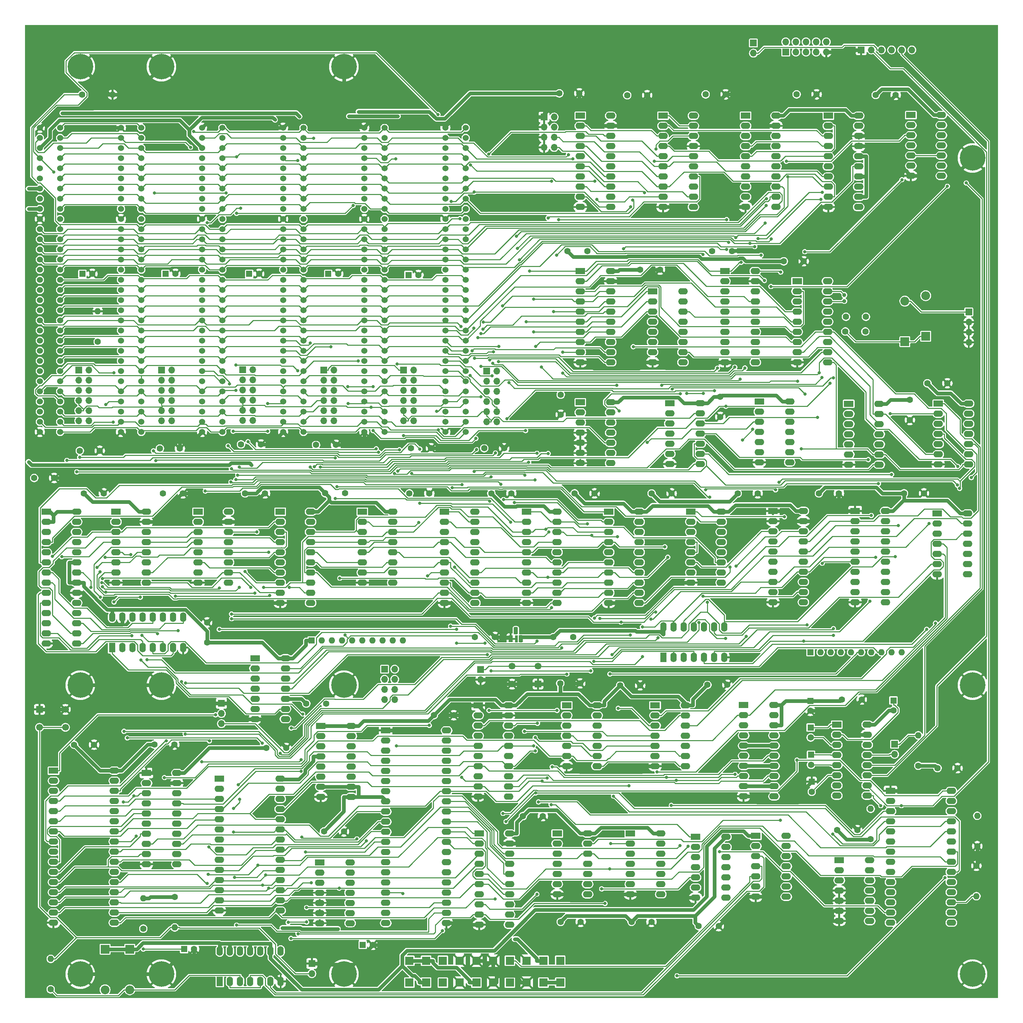
<source format=gtl>
%TF.GenerationSoftware,KiCad,Pcbnew,9.0.2*%
%TF.CreationDate,2025-12-28T12:34:37-06:00*%
%TF.ProjectId,6502PC-6U,36353032-5043-42d3-9655-2e6b69636164,12/21/2025 002*%
%TF.SameCoordinates,Original*%
%TF.FileFunction,Copper,L1,Top*%
%TF.FilePolarity,Positive*%
%FSLAX46Y46*%
G04 Gerber Fmt 4.6, Leading zero omitted, Abs format (unit mm)*
G04 Created by KiCad (PCBNEW 9.0.2) date 2025-12-28 12:34:37*
%MOMM*%
%LPD*%
G01*
G04 APERTURE LIST*
G04 Aperture macros list*
%AMRoundRect*
0 Rectangle with rounded corners*
0 $1 Rounding radius*
0 $2 $3 $4 $5 $6 $7 $8 $9 X,Y pos of 4 corners*
0 Add a 4 corners polygon primitive as box body*
4,1,4,$2,$3,$4,$5,$6,$7,$8,$9,$2,$3,0*
0 Add four circle primitives for the rounded corners*
1,1,$1+$1,$2,$3*
1,1,$1+$1,$4,$5*
1,1,$1+$1,$6,$7*
1,1,$1+$1,$8,$9*
0 Add four rect primitives between the rounded corners*
20,1,$1+$1,$2,$3,$4,$5,0*
20,1,$1+$1,$4,$5,$6,$7,0*
20,1,$1+$1,$6,$7,$8,$9,0*
20,1,$1+$1,$8,$9,$2,$3,0*%
G04 Aperture macros list end*
%TA.AperFunction,ComponentPad*%
%ADD10R,1.700000X1.700000*%
%TD*%
%TA.AperFunction,ComponentPad*%
%ADD11C,1.700000*%
%TD*%
%TA.AperFunction,ComponentPad*%
%ADD12O,1.700000X1.700000*%
%TD*%
%TA.AperFunction,ComponentPad*%
%ADD13R,1.600000X1.600000*%
%TD*%
%TA.AperFunction,ComponentPad*%
%ADD14O,1.600000X1.600000*%
%TD*%
%TA.AperFunction,ComponentPad*%
%ADD15C,1.600000*%
%TD*%
%TA.AperFunction,ComponentPad*%
%ADD16R,2.400000X1.600000*%
%TD*%
%TA.AperFunction,ComponentPad*%
%ADD17O,2.400000X1.600000*%
%TD*%
%TA.AperFunction,ComponentPad*%
%ADD18R,1.600000X2.400000*%
%TD*%
%TA.AperFunction,ComponentPad*%
%ADD19O,1.600000X2.400000*%
%TD*%
%TA.AperFunction,ComponentPad*%
%ADD20R,2.200000X2.200000*%
%TD*%
%TA.AperFunction,ComponentPad*%
%ADD21O,2.200000X2.200000*%
%TD*%
%TA.AperFunction,ComponentPad*%
%ADD22C,1.000000*%
%TD*%
%TA.AperFunction,ComponentPad*%
%ADD23C,3.600000*%
%TD*%
%TA.AperFunction,ConnectorPad*%
%ADD24C,6.400000*%
%TD*%
%TA.AperFunction,ComponentPad*%
%ADD25R,2.125980X2.125980*%
%TD*%
%TA.AperFunction,ComponentPad*%
%ADD26C,1.524000*%
%TD*%
%TA.AperFunction,ComponentPad*%
%ADD27R,1.100000X1.800000*%
%TD*%
%TA.AperFunction,ComponentPad*%
%ADD28RoundRect,0.275000X-0.275000X-0.625000X0.275000X-0.625000X0.275000X0.625000X-0.275000X0.625000X0*%
%TD*%
%TA.AperFunction,ViaPad*%
%ADD29C,0.800000*%
%TD*%
%TA.AperFunction,Conductor*%
%ADD30C,0.250000*%
%TD*%
%TA.AperFunction,Conductor*%
%ADD31C,0.900000*%
%TD*%
G04 APERTURE END LIST*
D10*
%TO.P,SW1,1,1*%
%TO.N,GND*%
X72764200Y-227386200D03*
D11*
X79264200Y-227386200D03*
%TO.P,SW1,2,2*%
%TO.N,Net-(P12-Pin_2)*%
X72764200Y-231886200D03*
X79264200Y-231886200D03*
%TD*%
D10*
%TO.P,SW2,1,1*%
%TO.N,GND*%
X197668200Y-221042800D03*
D11*
X191168200Y-221042800D03*
%TO.P,SW2,2,2*%
%TO.N,{slash}RESET*%
X197668200Y-216542800D03*
X191168200Y-216542800D03*
%TD*%
D10*
%TO.P,P16,1,Pin_1*%
%TO.N,Net-(D4-A)*%
X305577200Y-127806800D03*
D12*
%TO.P,P16,2,Pin_2*%
%TO.N,GND*%
X305577200Y-130346800D03*
%TO.P,P16,3,Pin_3*%
X305577200Y-132886800D03*
%TO.P,P16,4,Pin_4*%
X305577200Y-135426800D03*
%TD*%
D10*
%TO.P,K1,1,Pin_1*%
%TO.N,GND*%
X118364000Y-225882200D03*
D12*
%TO.P,K1,2,Pin_2*%
%TO.N,Net-(K1-Pin_2)*%
X118364000Y-228422200D03*
%TO.P,K1,3,Pin_3*%
%TO.N,PULLUP3*%
X118364000Y-230962200D03*
%TD*%
D10*
%TO.P,P12,1,Pin_1*%
%TO.N,GND*%
X140988600Y-291033600D03*
D12*
%TO.P,P12,2,Pin_2*%
%TO.N,Net-(P12-Pin_2)*%
X140988600Y-293573600D03*
%TD*%
D10*
%TO.P,JP1,1,Pin_1*%
%TO.N,{slash}RESET*%
X183289800Y-217417400D03*
D12*
%TO.P,JP1,2,Pin_2*%
%TO.N,GND*%
X183289800Y-219957400D03*
%TD*%
D10*
%TO.P,JP3,1,A*%
%TO.N,Net-(JP3-A)*%
X286994600Y-236118400D03*
D12*
%TO.P,JP3,2,B*%
%TO.N,CTS*%
X286994600Y-238658400D03*
%TD*%
D13*
%TO.P,RR1,1,common*%
%TO.N,+5V*%
X265938000Y-213055200D03*
D14*
%TO.P,RR1,2,R1*%
%TO.N,B_{slash}INT*%
X268478000Y-213055200D03*
%TO.P,RR1,3,R2*%
%TO.N,PULLUP1*%
X271018000Y-213055200D03*
%TO.P,RR1,4,R3*%
%TO.N,PULLUP2*%
X273558000Y-213055200D03*
%TO.P,RR1,5,R4*%
%TO.N,PULLUP3*%
X276098000Y-213055200D03*
%TO.P,RR1,6,R5*%
%TO.N,PG*%
X278638000Y-213055200D03*
%TO.P,RR1,7,R6*%
%TO.N,unconnected-(RR1-R6-Pad7)*%
X281178000Y-213055200D03*
%TO.P,RR1,8,R7*%
%TO.N,{slash}RESET*%
X283718000Y-213055200D03*
%TO.P,RR1,9,R8*%
%TO.N,B_{slash}NMI*%
X286258000Y-213055200D03*
%TO.P,RR1,10,R9*%
%TO.N,unconnected-(RR1-R9-Pad10)*%
X288798000Y-213055200D03*
%TD*%
D13*
%TO.P,RR2,1,common*%
%TO.N,+5V*%
X140970000Y-210108800D03*
D14*
%TO.P,RR2,2,R1*%
%TO.N,unconnected-(RR2-R1-Pad2)*%
X143510000Y-210108800D03*
%TO.P,RR2,3,R2*%
%TO.N,MRDY*%
X146050000Y-210108800D03*
%TO.P,RR2,4,R3*%
%TO.N,{slash}BUSAK*%
X148590000Y-210108800D03*
%TO.P,RR2,5,R4*%
%TO.N,{slash}NMI*%
X151130000Y-210108800D03*
%TO.P,RR2,6,R5*%
%TO.N,{slash}IRQ*%
X153670000Y-210108800D03*
%TO.P,RR2,7,R6*%
%TO.N,{slash}SO*%
X156210000Y-210108800D03*
%TO.P,RR2,8,R7*%
%TO.N,unconnected-(RR2-R7-Pad8)*%
X158750000Y-210108800D03*
%TO.P,RR2,9,R8*%
%TO.N,unconnected-(RR2-R8-Pad9)*%
X161290000Y-210108800D03*
%TO.P,RR2,10,R9*%
%TO.N,unconnected-(RR2-R9-Pad10)*%
X163830000Y-210108800D03*
%TD*%
D15*
%TO.P,R6,1*%
%TO.N,GND*%
X307695600Y-261645400D03*
D14*
%TO.P,R6,2*%
%TO.N,DCD*%
X307695600Y-254025400D03*
%TD*%
D15*
%TO.P,R7,1*%
%TO.N,+5V*%
X281017400Y-259915000D03*
D14*
%TO.P,R7,2*%
%TO.N,DTR*%
X281017400Y-252295000D03*
%TD*%
D15*
%TO.P,R4,1*%
%TO.N,+5V*%
X292938200Y-241477800D03*
D14*
%TO.P,R4,2*%
%TO.N,Net-(JP3-A)*%
X292938200Y-233857800D03*
%TD*%
D15*
%TO.P,R1,1*%
%TO.N,5VSB*%
X106654600Y-274396200D03*
D14*
%TO.P,R1,2*%
%TO.N,Net-(P12-Pin_2)*%
X106654600Y-282016200D03*
%TD*%
D15*
%TO.P,R3,1*%
%TO.N,Net-(D2-A)*%
X98780600Y-282321000D03*
D14*
%TO.P,R3,2*%
%TO.N,5VSB*%
X98780600Y-274701000D03*
%TD*%
D15*
%TO.P,R2,1*%
%TO.N,Net-(D1-A)*%
X75582200Y-297507000D03*
D14*
%TO.P,R2,2*%
%TO.N,Net-(P12-Pin_2)*%
X75582200Y-289887000D03*
%TD*%
D10*
%TO.P,P18,1,Pin_1*%
%TO.N,unconnected-(P18-Pin_1-Pad1)*%
X259715000Y-62687200D03*
D12*
%TO.P,P18,2,Pin_2*%
%TO.N,unconnected-(P18-Pin_2-Pad2)*%
X259715000Y-60147200D03*
%TO.P,P18,3,Pin_3*%
%TO.N,RXD*%
X262255000Y-62687200D03*
%TO.P,P18,4,Pin_4*%
%TO.N,RTS*%
X262255000Y-60147200D03*
%TO.P,P18,5,Pin_5*%
%TO.N,TXD*%
X264795000Y-62687200D03*
%TO.P,P18,6,Pin_6*%
%TO.N,CTS*%
X264795000Y-60147200D03*
%TO.P,P18,7,Pin_7*%
%TO.N,unconnected-(P18-Pin_7-Pad7)*%
X267335000Y-62687200D03*
%TO.P,P18,8,Pin_8*%
%TO.N,unconnected-(P18-Pin_8-Pad8)*%
X267335000Y-60147200D03*
%TO.P,P18,9,Pin_9*%
%TO.N,GND*%
X269875000Y-62687200D03*
%TO.P,P18,10,Pin_10*%
%TO.N,unconnected-(P18-Pin_10-Pad10)*%
X269875000Y-60147200D03*
%TD*%
D10*
%TO.P,P15,1,Pin_1*%
%TO.N,Net-(P15-Pin_1)*%
X159220800Y-217312400D03*
D12*
%TO.P,P15,2,Pin_2*%
%TO.N,CLK*%
X161760800Y-217312400D03*
%TO.P,P15,3,Pin_3*%
%TO.N,Net-(P15-Pin_3)*%
X159220800Y-219852400D03*
%TO.P,P15,4,Pin_4*%
%TO.N,CLK*%
X161760800Y-219852400D03*
%TO.P,P15,5,Pin_5*%
%TO.N,Net-(P15-Pin_5)*%
X159220800Y-222392400D03*
%TO.P,P15,6,Pin_6*%
%TO.N,CLK*%
X161760800Y-222392400D03*
%TO.P,P15,7,Pin_7*%
%TO.N,Net-(P15-Pin_7)*%
X159220800Y-224932400D03*
%TO.P,P15,8,Pin_8*%
%TO.N,CLK*%
X161760800Y-224932400D03*
%TD*%
D10*
%TO.P,P1,1,Pin_1*%
%TO.N,GND*%
X199161400Y-78994000D03*
D12*
%TO.P,P1,2,Pin_2*%
%TO.N,XM19*%
X201701400Y-78994000D03*
%TO.P,P1,3,Pin_3*%
%TO.N,GND*%
X199161400Y-81534000D03*
%TO.P,P1,4,Pin_4*%
%TO.N,XM18*%
X201701400Y-81534000D03*
%TO.P,P1,5,Pin_5*%
%TO.N,GND*%
X199161400Y-84074000D03*
%TO.P,P1,6,Pin_6*%
%TO.N,XM17*%
X201701400Y-84074000D03*
%TO.P,P1,7,Pin_7*%
%TO.N,GND*%
X199161400Y-86614000D03*
%TO.P,P1,8,Pin_8*%
%TO.N,XM16*%
X201701400Y-86614000D03*
%TD*%
D16*
%TO.P,U9,1*%
%TO.N,IOR*%
X253099900Y-150266400D03*
D17*
%TO.P,U9,2*%
%TO.N,SMEMR*%
X253099900Y-152806400D03*
%TO.P,U9,3*%
%TO.N,Net-(U25-A->B)*%
X253099900Y-155346400D03*
%TO.P,U9,4*%
%TO.N,unconnected-(U9-Pad4)*%
X253099900Y-157886400D03*
%TO.P,U9,5*%
%TO.N,unconnected-(U9-Pad5)*%
X253099900Y-160426400D03*
%TO.P,U9,6*%
%TO.N,unconnected-(U9-Pad6)*%
X253099900Y-162966400D03*
%TO.P,U9,7,GND*%
%TO.N,GND*%
X253099900Y-165506400D03*
%TO.P,U9,8*%
%TO.N,unconnected-(U9-Pad8)*%
X260719900Y-165506400D03*
%TO.P,U9,9*%
%TO.N,unconnected-(U9-Pad9)*%
X260719900Y-162966400D03*
%TO.P,U9,10*%
%TO.N,unconnected-(U9-Pad10)*%
X260719900Y-160426400D03*
%TO.P,U9,11*%
%TO.N,unconnected-(U9-Pad11)*%
X260719900Y-157886400D03*
%TO.P,U9,12*%
%TO.N,unconnected-(U9-Pad12)*%
X260719900Y-155346400D03*
%TO.P,U9,13*%
%TO.N,unconnected-(U9-Pad13)*%
X260719900Y-152806400D03*
%TO.P,U9,14,VCC*%
%TO.N,+5V*%
X260719900Y-150266400D03*
%TD*%
D16*
%TO.P,U8,1,A18*%
%TO.N,mA18*%
X76289800Y-242732400D03*
D17*
%TO.P,U8,2,A16*%
%TO.N,mA16*%
X76289800Y-245272400D03*
%TO.P,U8,3,A14*%
%TO.N,mA14*%
X76289800Y-247812400D03*
%TO.P,U8,4,A12*%
%TO.N,mA12*%
X76289800Y-250352400D03*
%TO.P,U8,5,A7*%
%TO.N,mA7*%
X76289800Y-252892400D03*
%TO.P,U8,6,A6*%
%TO.N,mA6*%
X76289800Y-255432400D03*
%TO.P,U8,7,A5*%
%TO.N,mA5*%
X76289800Y-257972400D03*
%TO.P,U8,8,A4*%
%TO.N,mA4*%
X76289800Y-260512400D03*
%TO.P,U8,9,A3*%
%TO.N,mA3*%
X76289800Y-263052400D03*
%TO.P,U8,10,A2*%
%TO.N,mA2*%
X76289800Y-265592400D03*
%TO.P,U8,11,A1*%
%TO.N,mA1*%
X76289800Y-268132400D03*
%TO.P,U8,12,A0*%
%TO.N,mA0*%
X76289800Y-270672400D03*
%TO.P,U8,13,DQ0*%
%TO.N,mD0*%
X76289800Y-273212400D03*
%TO.P,U8,14,DQ1*%
%TO.N,mD1*%
X76289800Y-275752400D03*
%TO.P,U8,15,DQ2*%
%TO.N,mD2*%
X76289800Y-278292400D03*
%TO.P,U8,16,VSS*%
%TO.N,GND*%
X76289800Y-280832400D03*
%TO.P,U8,17,DQ3*%
%TO.N,mD3*%
X91529800Y-280832400D03*
%TO.P,U8,18,DQ4*%
%TO.N,mD4*%
X91529800Y-278292400D03*
%TO.P,U8,19,DQ5*%
%TO.N,mD5*%
X91529800Y-275752400D03*
%TO.P,U8,20,DQ6*%
%TO.N,mD6*%
X91529800Y-273212400D03*
%TO.P,U8,21,DQ7*%
%TO.N,mD7*%
X91529800Y-270672400D03*
%TO.P,U8,22,CE#*%
%TO.N,{slash}ONBOARDRAM*%
X91529800Y-268132400D03*
%TO.P,U8,23,A10*%
%TO.N,mA10*%
X91529800Y-265592400D03*
%TO.P,U8,24,OE#*%
%TO.N,{slash}RD*%
X91529800Y-263052400D03*
%TO.P,U8,25,A11*%
%TO.N,mA11*%
X91529800Y-260512400D03*
%TO.P,U8,26,A9*%
%TO.N,mA9*%
X91529800Y-257972400D03*
%TO.P,U8,27,A8*%
%TO.N,mA8*%
X91529800Y-255432400D03*
%TO.P,U8,28,A13*%
%TO.N,mA13*%
X91529800Y-252892400D03*
%TO.P,U8,29,WE#*%
%TO.N,{slash}WR*%
X91529800Y-250352400D03*
%TO.P,U8,30,A17*%
%TO.N,mA17*%
X91529800Y-247812400D03*
%TO.P,U8,31,A15*%
%TO.N,mA15*%
X91529800Y-245272400D03*
%TO.P,U8,32,VCC*%
%TO.N,+5V*%
X91529800Y-242732400D03*
%TD*%
D16*
%TO.P,U48,1,VSS*%
%TO.N,GND*%
X285971800Y-247782400D03*
D17*
%TO.P,U48,2,CS1*%
%TO.N,mA2*%
X285971800Y-250322400D03*
%TO.P,U48,3,~{CS2}*%
%TO.N,{slash}IOSEL-0EF80*%
X285971800Y-252862400D03*
%TO.P,U48,4,~{RES}*%
%TO.N,{slash}RESET*%
X285971800Y-255402400D03*
%TO.P,U48,5,RxC*%
%TO.N,unconnected-(U48-RxC-Pad5)*%
X285971800Y-257942400D03*
%TO.P,U48,6,XTAL1*%
%TO.N,ACIA_CLK*%
X285971800Y-260482400D03*
%TO.P,U48,7,XTAL2*%
%TO.N,unconnected-(U48-XTAL2-Pad7)*%
X285971800Y-263022400D03*
%TO.P,U48,8,~{RTS}*%
%TO.N,RTS_TTL*%
X285971800Y-265562400D03*
%TO.P,U48,9,~{CTS}*%
%TO.N,CTS_TTL*%
X285971800Y-268102400D03*
%TO.P,U48,10,TxD*%
%TO.N,TXD_TTL*%
X285971800Y-270642400D03*
%TO.P,U48,11,~{DTR}*%
%TO.N,DTR*%
X285971800Y-273182400D03*
%TO.P,U48,12,RxD*%
%TO.N,RXD_TTL*%
X285971800Y-275722400D03*
%TO.P,U48,13,RS0*%
%TO.N,mA0*%
X285971800Y-278262400D03*
%TO.P,U48,14,RS1*%
%TO.N,mA1*%
X285971800Y-280802400D03*
%TO.P,U48,15,VCC*%
%TO.N,+5V*%
X301211800Y-280802400D03*
%TO.P,U48,16,~{DCD}*%
%TO.N,DCD*%
X301211800Y-278262400D03*
%TO.P,U48,17,~{DSR}*%
%TO.N,DSR*%
X301211800Y-275722400D03*
%TO.P,U48,18,D0*%
%TO.N,mD0*%
X301211800Y-273182400D03*
%TO.P,U48,19,D1*%
%TO.N,mD1*%
X301211800Y-270642400D03*
%TO.P,U48,20,D2*%
%TO.N,mD2*%
X301211800Y-268102400D03*
%TO.P,U48,21,D3*%
%TO.N,mD3*%
X301211800Y-265562400D03*
%TO.P,U48,22,D4*%
%TO.N,mD4*%
X301211800Y-263022400D03*
%TO.P,U48,23,D5*%
%TO.N,mD5*%
X301211800Y-260482400D03*
%TO.P,U48,24,D6*%
%TO.N,mD6*%
X301211800Y-257942400D03*
%TO.P,U48,25,D7*%
%TO.N,mD7*%
X301211800Y-255402400D03*
%TO.P,U48,26,~{IRQ}*%
%TO.N,{slash}IRQ*%
X301211800Y-252862400D03*
%TO.P,U48,27,\u03D52*%
%TO.N,E*%
X301211800Y-250322400D03*
%TO.P,U48,28,R/~{W}*%
%TO.N,R{slash}W*%
X301211800Y-247782400D03*
%TD*%
D16*
%TO.P,U40,1,A14*%
%TO.N,+5V*%
X74447400Y-177850800D03*
D17*
%TO.P,U40,2,A12*%
X74447400Y-180390800D03*
%TO.P,U40,3,A7*%
%TO.N,Net-(U38-O3)*%
X74447400Y-182930800D03*
%TO.P,U40,4,A6*%
%TO.N,Net-(U38-O2)*%
X74447400Y-185470800D03*
%TO.P,U40,5,A5*%
%TO.N,Net-(U38-O1)*%
X74447400Y-188010800D03*
%TO.P,U40,6,A4*%
%TO.N,Net-(U38-O0)*%
X74447400Y-190550800D03*
%TO.P,U40,7,A3*%
%TO.N,Net-(U37-Zd)*%
X74447400Y-193090800D03*
%TO.P,U40,8,A2*%
%TO.N,Net-(U37-Zc)*%
X74447400Y-195630800D03*
%TO.P,U40,9,A1*%
%TO.N,Net-(U37-Zb)*%
X74447400Y-198170800D03*
%TO.P,U40,10,A0*%
%TO.N,Net-(U37-Za)*%
X74447400Y-200710800D03*
%TO.P,U40,11,Q0*%
%TO.N,Net-(U40-Q0)*%
X74447400Y-203250800D03*
%TO.P,U40,12,Q1*%
%TO.N,Net-(U40-Q1)*%
X74447400Y-205790800D03*
%TO.P,U40,13,Q2*%
%TO.N,Net-(U40-Q2)*%
X74447400Y-208330800D03*
%TO.P,U40,14,GND*%
%TO.N,GND*%
X74447400Y-210870800D03*
%TO.P,U40,15,Q3*%
%TO.N,Net-(U40-Q3)*%
X82067400Y-210870800D03*
%TO.P,U40,16,Q4*%
%TO.N,Net-(U40-Q4)*%
X82067400Y-208330800D03*
%TO.P,U40,17,Q5*%
%TO.N,Net-(U40-Q5)*%
X82067400Y-205790800D03*
%TO.P,U40,18,Q6*%
%TO.N,Net-(U40-Q6)*%
X82067400Y-203250800D03*
%TO.P,U40,19,Q7*%
%TO.N,Net-(U40-Q7)*%
X82067400Y-200710800D03*
%TO.P,U40,20,~{CS}*%
%TO.N,GND*%
X82067400Y-198170800D03*
%TO.P,U40,21,A10*%
%TO.N,+5V*%
X82067400Y-195630800D03*
%TO.P,U40,22,~{OE}*%
%TO.N,/MMU four/{slash}OE*%
X82067400Y-193090800D03*
%TO.P,U40,23,A11*%
%TO.N,+5V*%
X82067400Y-190550800D03*
%TO.P,U40,24,A9*%
%TO.N,Net-(U38-O5)*%
X82067400Y-188010800D03*
%TO.P,U40,25,A8*%
%TO.N,Net-(U38-O4)*%
X82067400Y-185470800D03*
%TO.P,U40,26,A13*%
%TO.N,+5V*%
X82067400Y-182930800D03*
%TO.P,U40,27,~{WE}*%
%TO.N,{slash}MMU-MAP-WR*%
X82067400Y-180390800D03*
%TO.P,U40,28,VCC*%
%TO.N,+5V*%
X82067400Y-177850800D03*
%TD*%
D16*
%TO.P,U38,1,OE*%
%TO.N,{slash}IOSEL-0EFD0*%
X215385600Y-177850800D03*
D17*
%TO.P,U38,2,O0*%
%TO.N,Net-(U38-O0)*%
X215385600Y-180390800D03*
%TO.P,U38,3,D0*%
%TO.N,mD0*%
X215385600Y-182930800D03*
%TO.P,U38,4,D1*%
%TO.N,mD1*%
X215385600Y-185470800D03*
%TO.P,U38,5,O1*%
%TO.N,Net-(U38-O1)*%
X215385600Y-188010800D03*
%TO.P,U38,6,O2*%
%TO.N,Net-(U38-O2)*%
X215385600Y-190550800D03*
%TO.P,U38,7,D2*%
%TO.N,mD2*%
X215385600Y-193090800D03*
%TO.P,U38,8,D3*%
%TO.N,mD3*%
X215385600Y-195630800D03*
%TO.P,U38,9,O3*%
%TO.N,Net-(U38-O3)*%
X215385600Y-198170800D03*
%TO.P,U38,10,GND*%
%TO.N,GND*%
X215385600Y-200710800D03*
%TO.P,U38,11,Cp*%
%TO.N,{slash}MMU-TASK-SETUP-WR*%
X223005600Y-200710800D03*
%TO.P,U38,12,O4*%
%TO.N,Net-(U38-O4)*%
X223005600Y-198170800D03*
%TO.P,U38,13,D4*%
%TO.N,mD4*%
X223005600Y-195630800D03*
%TO.P,U38,14,D5*%
%TO.N,mD5*%
X223005600Y-193090800D03*
%TO.P,U38,15,O5*%
%TO.N,Net-(U38-O5)*%
X223005600Y-190550800D03*
%TO.P,U38,16,O6*%
%TO.N,unconnected-(U38-O6-Pad16)*%
X223005600Y-188010800D03*
%TO.P,U38,17,D6*%
%TO.N,unconnected-(U38-D6-Pad17)*%
X223005600Y-185470800D03*
%TO.P,U38,18,D7*%
%TO.N,unconnected-(U38-D7-Pad18)*%
X223005600Y-182930800D03*
%TO.P,U38,19,O7*%
%TO.N,unconnected-(U38-O7-Pad19)*%
X223005600Y-180390800D03*
%TO.P,U38,20,VCC*%
%TO.N,+5V*%
X223005600Y-177850800D03*
%TD*%
D16*
%TO.P,U46,1,OEa*%
%TO.N,GND*%
X182651400Y-226364800D03*
D17*
%TO.P,U46,2,I0a*%
%TO.N,LA4*%
X182651400Y-228904800D03*
%TO.P,U46,3,O3b*%
%TO.N,mA11*%
X182651400Y-231444800D03*
%TO.P,U46,4,I1a*%
%TO.N,LA5*%
X182651400Y-233984800D03*
%TO.P,U46,5,O2b*%
%TO.N,mA10*%
X182651400Y-236524800D03*
%TO.P,U46,6,I2a*%
%TO.N,LA6*%
X182651400Y-239064800D03*
%TO.P,U46,7,O1b*%
%TO.N,mA9*%
X182651400Y-241604800D03*
%TO.P,U46,8,I3a*%
%TO.N,LA7*%
X182651400Y-244144800D03*
%TO.P,U46,9,O0b*%
%TO.N,mA8*%
X182651400Y-246684800D03*
%TO.P,U46,10,GND*%
%TO.N,GND*%
X182651400Y-249224800D03*
%TO.P,U46,11,I0b*%
%TO.N,LA8*%
X190271400Y-249224800D03*
%TO.P,U46,12,O3a*%
%TO.N,mA7*%
X190271400Y-246684800D03*
%TO.P,U46,13,I1b*%
%TO.N,LA9*%
X190271400Y-244144800D03*
%TO.P,U46,14,O2a*%
%TO.N,mA6*%
X190271400Y-241604800D03*
%TO.P,U46,15,I2b*%
%TO.N,LA10*%
X190271400Y-239064800D03*
%TO.P,U46,16,O1a*%
%TO.N,mA5*%
X190271400Y-236524800D03*
%TO.P,U46,17,I3b*%
%TO.N,LA11*%
X190271400Y-233984800D03*
%TO.P,U46,18,O0a*%
%TO.N,mA4*%
X190271400Y-231444800D03*
%TO.P,U46,19,OEb*%
%TO.N,GND*%
X190271400Y-228904800D03*
%TO.P,U46,20,VCC*%
%TO.N,+5V*%
X190271400Y-226364800D03*
%TD*%
D16*
%TO.P,U31,1,OEa*%
%TO.N,GND*%
X277112400Y-177673000D03*
D17*
%TO.P,U31,2,I0a*%
%TO.N,CPU_E*%
X277112400Y-180213000D03*
%TO.P,U31,3,O3b*%
%TO.N,unconnected-(U31-O3b-Pad3)*%
X277112400Y-182753000D03*
%TO.P,U31,4,I1a*%
%TO.N,B_{slash}NMI*%
X277112400Y-185293000D03*
%TO.P,U31,5,O2b*%
%TO.N,unconnected-(U31-O2b-Pad5)*%
X277112400Y-187833000D03*
%TO.P,U31,6,I2a*%
%TO.N,B_{slash}INT*%
X277112400Y-190373000D03*
%TO.P,U31,7,O1b*%
%TO.N,unconnected-(U31-O1b-Pad7)*%
X277112400Y-192913000D03*
%TO.P,U31,8,I3a*%
%TO.N,unconnected-(U31-I3a-Pad8)*%
X277112400Y-195453000D03*
%TO.P,U31,9,O0b*%
%TO.N,unconnected-(U31-O0b-Pad9)*%
X277112400Y-197993000D03*
%TO.P,U31,10,GND*%
%TO.N,GND*%
X277112400Y-200533000D03*
%TO.P,U31,11,I0b*%
%TO.N,unconnected-(U31-I0b-Pad11)*%
X284732400Y-200533000D03*
%TO.P,U31,12,O3a*%
%TO.N,unconnected-(U31-O3a-Pad12)*%
X284732400Y-197993000D03*
%TO.P,U31,13,I1b*%
%TO.N,unconnected-(U31-I1b-Pad13)*%
X284732400Y-195453000D03*
%TO.P,U31,14,O2a*%
%TO.N,Net-(U31-O2a)*%
X284732400Y-192913000D03*
%TO.P,U31,15,I2b*%
%TO.N,unconnected-(U31-I2b-Pad15)*%
X284732400Y-190373000D03*
%TO.P,U31,16,O1a*%
%TO.N,Net-(U31-O1a)*%
X284732400Y-187833000D03*
%TO.P,U31,17,I3b*%
%TO.N,unconnected-(U31-I3b-Pad17)*%
X284732400Y-185293000D03*
%TO.P,U31,18,O0a*%
%TO.N,B_{slash}CLK*%
X284732400Y-182753000D03*
%TO.P,U31,19,OEb*%
%TO.N,unconnected-(U31-OEb-Pad19)*%
X284732400Y-180213000D03*
%TO.P,U31,20,VCC*%
%TO.N,+5V*%
X284732400Y-177673000D03*
%TD*%
D16*
%TO.P,U39,1,OEa*%
%TO.N,Net-(U39-OEa)*%
X174234500Y-177850800D03*
D17*
%TO.P,U39,2,I0a*%
%TO.N,Net-(U35-Q0)*%
X174234500Y-180390800D03*
%TO.P,U39,3,O3b*%
%TO.N,unconnected-(U39-O3b-Pad3)*%
X174234500Y-182930800D03*
%TO.P,U39,4,I1a*%
%TO.N,Net-(U35-Q1)*%
X174234500Y-185470800D03*
%TO.P,U39,5,O2b*%
%TO.N,unconnected-(U39-O2b-Pad5)*%
X174234500Y-188010800D03*
%TO.P,U39,6,I2a*%
%TO.N,Net-(U35-Q2)*%
X174234500Y-190550800D03*
%TO.P,U39,7,O1b*%
%TO.N,Net-(U38-O5)*%
X174234500Y-193090800D03*
%TO.P,U39,8,I3a*%
%TO.N,Net-(U35-Q3)*%
X174234500Y-195630800D03*
%TO.P,U39,9,O0b*%
%TO.N,Net-(U38-O4)*%
X174234500Y-198170800D03*
%TO.P,U39,10,GND*%
%TO.N,GND*%
X174234500Y-200710800D03*
%TO.P,U39,11,I0b*%
%TO.N,Net-(U35-Q4)*%
X181854500Y-200710800D03*
%TO.P,U39,12,O3a*%
%TO.N,Net-(U38-O3)*%
X181854500Y-198170800D03*
%TO.P,U39,13,I1b*%
%TO.N,Net-(U35-Q5)*%
X181854500Y-195630800D03*
%TO.P,U39,14,O2a*%
%TO.N,Net-(U38-O2)*%
X181854500Y-193090800D03*
%TO.P,U39,15,I2b*%
%TO.N,unconnected-(U39-I2b-Pad15)*%
X181854500Y-190550800D03*
%TO.P,U39,16,O1a*%
%TO.N,Net-(U38-O1)*%
X181854500Y-188010800D03*
%TO.P,U39,17,I3b*%
%TO.N,unconnected-(U39-I3b-Pad17)*%
X181854500Y-185470800D03*
%TO.P,U39,18,O0a*%
%TO.N,Net-(U38-O0)*%
X181854500Y-182930800D03*
%TO.P,U39,19,OEb*%
%TO.N,Net-(U39-OEa)*%
X181854500Y-180390800D03*
%TO.P,U39,20,VCC*%
%TO.N,+5V*%
X181854500Y-177850800D03*
%TD*%
D16*
%TO.P,U28,1,A->B*%
%TO.N,{slash}BUSAK*%
X249673900Y-78657800D03*
D17*
%TO.P,U28,2,A0*%
%TO.N,mA16*%
X249673900Y-81197800D03*
%TO.P,U28,3,A1*%
%TO.N,mA17*%
X249673900Y-83737800D03*
%TO.P,U28,4,A2*%
%TO.N,mA18*%
X249673900Y-86277800D03*
%TO.P,U28,5,A3*%
%TO.N,mA19*%
X249673900Y-88817800D03*
%TO.P,U28,6,A4*%
%TO.N,IOR*%
X249673900Y-91357800D03*
%TO.P,U28,7,A5*%
%TO.N,IOW*%
X249673900Y-93897800D03*
%TO.P,U28,8,A6*%
%TO.N,SMEMR*%
X249673900Y-96437800D03*
%TO.P,U28,9,A7*%
%TO.N,SMEMW*%
X249673900Y-98977800D03*
%TO.P,U28,10,GND*%
%TO.N,GND*%
X249673900Y-101517800D03*
%TO.P,U28,11,B7*%
%TO.N,B_SMEMW*%
X257293900Y-101517800D03*
%TO.P,U28,12,B6*%
%TO.N,B_SMEMR*%
X257293900Y-98977800D03*
%TO.P,U28,13,B5*%
%TO.N,B_IOW*%
X257293900Y-96437800D03*
%TO.P,U28,14,B4*%
%TO.N,B_IOR*%
X257293900Y-93897800D03*
%TO.P,U28,15,B3*%
%TO.N,B_A19*%
X257293900Y-91357800D03*
%TO.P,U28,16,B2*%
%TO.N,B_A18*%
X257293900Y-88817800D03*
%TO.P,U28,17,B1*%
%TO.N,B_A17*%
X257293900Y-86277800D03*
%TO.P,U28,18,B0*%
%TO.N,B_A16*%
X257293900Y-83737800D03*
%TO.P,U28,19,CE*%
%TO.N,GND*%
X257293900Y-81197800D03*
%TO.P,U28,20,VCC*%
%TO.N,+5V*%
X257293900Y-78657800D03*
%TD*%
D16*
%TO.P,U3,1,~{P>Q}*%
%TO.N,unconnected-(U3-~{P&gt;Q}-Pad1)*%
X270379000Y-78657800D03*
D17*
%TO.P,U3,2,P0*%
%TO.N,mA19*%
X270379000Y-81197800D03*
%TO.P,U3,3,Q0*%
%TO.N,XM19*%
X270379000Y-83737800D03*
%TO.P,U3,4,P1*%
%TO.N,mA18*%
X270379000Y-86277800D03*
%TO.P,U3,5,Q1*%
%TO.N,XM18*%
X270379000Y-88817800D03*
%TO.P,U3,6,P2*%
%TO.N,mA17*%
X270379000Y-91357800D03*
%TO.P,U3,7,Q2*%
%TO.N,XM17*%
X270379000Y-93897800D03*
%TO.P,U3,8,P3*%
%TO.N,mA16*%
X270379000Y-96437800D03*
%TO.P,U3,9,Q3*%
%TO.N,XM16*%
X270379000Y-98977800D03*
%TO.P,U3,10,GND*%
%TO.N,GND*%
X270379000Y-101517800D03*
%TO.P,U3,11,P4*%
%TO.N,mA15*%
X277999000Y-101517800D03*
%TO.P,U3,12,Q4*%
%TO.N,+5V*%
X277999000Y-98977800D03*
%TO.P,U3,13,P5*%
%TO.N,mA14*%
X277999000Y-96437800D03*
%TO.P,U3,14,Q5*%
%TO.N,+5V*%
X277999000Y-93897800D03*
%TO.P,U3,15,P6*%
%TO.N,mA13*%
X277999000Y-91357800D03*
%TO.P,U3,16,Q6*%
%TO.N,+5V*%
X277999000Y-88817800D03*
%TO.P,U3,17,P7*%
%TO.N,GND*%
X277999000Y-86277800D03*
%TO.P,U3,18,Q7*%
X277999000Y-83737800D03*
%TO.P,U3,19,~{P=Q}*%
%TO.N,{slash}SHADOW*%
X277999000Y-81197800D03*
%TO.P,U3,20,VCC*%
%TO.N,+5V*%
X277999000Y-78657800D03*
%TD*%
D16*
%TO.P,U36,1,OEa*%
%TO.N,{slash}MMU-TASK-RD*%
X194810100Y-177850800D03*
D17*
%TO.P,U36,2,I0a*%
%TO.N,MMU-ENABLE*%
X194810100Y-180390800D03*
%TO.P,U36,3,O3b*%
%TO.N,mD0*%
X194810100Y-182930800D03*
%TO.P,U36,4,I1a*%
%TO.N,{slash}MMU-TASK-RD*%
X194810100Y-185470800D03*
%TO.P,U36,5,O2b*%
%TO.N,mD1*%
X194810100Y-188010800D03*
%TO.P,U36,6,I2a*%
%TO.N,Net-(U35-Q5)*%
X194810100Y-190550800D03*
%TO.P,U36,7,O1b*%
%TO.N,mD2*%
X194810100Y-193090800D03*
%TO.P,U36,8,I3a*%
%TO.N,Net-(U35-Q4)*%
X194810100Y-195630800D03*
%TO.P,U36,9,O0b*%
%TO.N,mD3*%
X194810100Y-198170800D03*
%TO.P,U36,10,GND*%
%TO.N,GND*%
X194810100Y-200710800D03*
%TO.P,U36,11,I0b*%
%TO.N,Net-(U35-Q3)*%
X202430100Y-200710800D03*
%TO.P,U36,12,O3a*%
%TO.N,mD4*%
X202430100Y-198170800D03*
%TO.P,U36,13,I1b*%
%TO.N,Net-(U35-Q2)*%
X202430100Y-195630800D03*
%TO.P,U36,14,O2a*%
%TO.N,mD5*%
X202430100Y-193090800D03*
%TO.P,U36,15,I2b*%
%TO.N,Net-(U35-Q1)*%
X202430100Y-190550800D03*
%TO.P,U36,16,O1a*%
%TO.N,mD6*%
X202430100Y-188010800D03*
%TO.P,U36,17,I3b*%
%TO.N,Net-(U35-Q0)*%
X202430100Y-185470800D03*
%TO.P,U36,18,O0a*%
%TO.N,mD7*%
X202430100Y-182930800D03*
%TO.P,U36,19,OEb*%
%TO.N,{slash}MMU-TASK-RD*%
X202430100Y-180390800D03*
%TO.P,U36,20,VCC*%
%TO.N,+5V*%
X202430100Y-177850800D03*
%TD*%
D16*
%TO.P,U34,1,OEa*%
%TO.N,GND*%
X256536800Y-177647600D03*
D17*
%TO.P,U34,2,I0a*%
X256536800Y-180187600D03*
%TO.P,U34,3,O3b*%
%TO.N,E*%
X256536800Y-182727600D03*
%TO.P,U34,4,I1a*%
%TO.N,CPU_{slash}RD*%
X256536800Y-185267600D03*
%TO.P,U34,5,O2b*%
%TO.N,BUSALE*%
X256536800Y-187807600D03*
%TO.P,U34,6,I2a*%
%TO.N,CPU_{slash}WR*%
X256536800Y-190347600D03*
%TO.P,U34,7,O1b*%
%TO.N,unconnected-(U34-O1b-Pad7)*%
X256536800Y-192887600D03*
%TO.P,U34,8,I3a*%
%TO.N,CPU_R{slash}W*%
X256536800Y-195427600D03*
%TO.P,U34,9,O0b*%
%TO.N,unconnected-(U34-O0b-Pad9)*%
X256536800Y-197967600D03*
%TO.P,U34,10,GND*%
%TO.N,GND*%
X256536800Y-200507600D03*
%TO.P,U34,11,I0b*%
%TO.N,unconnected-(U34-I0b-Pad11)*%
X264156800Y-200507600D03*
%TO.P,U34,12,O3a*%
%TO.N,R{slash}W*%
X264156800Y-197967600D03*
%TO.P,U34,13,I1b*%
%TO.N,unconnected-(U34-I1b-Pad13)*%
X264156800Y-195427600D03*
%TO.P,U34,14,O2a*%
%TO.N,{slash}WR*%
X264156800Y-192887600D03*
%TO.P,U34,15,I2b*%
%TO.N,Net-(U34-I2b)*%
X264156800Y-190347600D03*
%TO.P,U34,16,O1a*%
%TO.N,{slash}RD*%
X264156800Y-187807600D03*
%TO.P,U34,17,I3b*%
%TO.N,CPU_E*%
X264156800Y-185267600D03*
%TO.P,U34,18,O0a*%
%TO.N,{slash}VMA*%
X264156800Y-182727600D03*
%TO.P,U34,19,OEb*%
%TO.N,GND*%
X264156800Y-180187600D03*
%TO.P,U34,20,VCC*%
%TO.N,+5V*%
X264156800Y-177647600D03*
%TD*%
D16*
%TO.P,U41,1,A->B*%
%TO.N,R{slash}W*%
X133083300Y-177850800D03*
D17*
%TO.P,U41,2,A0*%
%TO.N,Net-(U40-Q0)*%
X133083300Y-180390800D03*
%TO.P,U41,3,A1*%
%TO.N,Net-(U40-Q1)*%
X133083300Y-182930800D03*
%TO.P,U41,4,A2*%
%TO.N,Net-(U40-Q2)*%
X133083300Y-185470800D03*
%TO.P,U41,5,A3*%
%TO.N,Net-(U40-Q3)*%
X133083300Y-188010800D03*
%TO.P,U41,6,A4*%
%TO.N,Net-(U40-Q4)*%
X133083300Y-190550800D03*
%TO.P,U41,7,A5*%
%TO.N,Net-(U40-Q5)*%
X133083300Y-193090800D03*
%TO.P,U41,8,A6*%
%TO.N,Net-(U40-Q6)*%
X133083300Y-195630800D03*
%TO.P,U41,9,A7*%
%TO.N,Net-(U40-Q7)*%
X133083300Y-198170800D03*
%TO.P,U41,10,GND*%
%TO.N,GND*%
X133083300Y-200710800D03*
%TO.P,U41,11,B7*%
%TO.N,mD7*%
X140703300Y-200710800D03*
%TO.P,U41,12,B6*%
%TO.N,mD6*%
X140703300Y-198170800D03*
%TO.P,U41,13,B5*%
%TO.N,mD5*%
X140703300Y-195630800D03*
%TO.P,U41,14,B4*%
%TO.N,mD4*%
X140703300Y-193090800D03*
%TO.P,U41,15,B3*%
%TO.N,mD3*%
X140703300Y-190550800D03*
%TO.P,U41,16,B2*%
%TO.N,mD2*%
X140703300Y-188010800D03*
%TO.P,U41,17,B1*%
%TO.N,mD1*%
X140703300Y-185470800D03*
%TO.P,U41,18,B0*%
%TO.N,mD0*%
X140703300Y-182930800D03*
%TO.P,U41,19,CE*%
%TO.N,{slash}IOSEL-0EFD0*%
X140703300Y-180390800D03*
%TO.P,U41,20,VCC*%
%TO.N,+5V*%
X140703300Y-177850800D03*
%TD*%
D16*
%TO.P,U30,1,~{MR}*%
%TO.N,+5V*%
X143256000Y-231521000D03*
D17*
%TO.P,U30,2,CP*%
%TO.N,Net-(U30-CP)*%
X143256000Y-234061000D03*
%TO.P,U30,3,D0*%
%TO.N,+5V*%
X143256000Y-236601000D03*
%TO.P,U30,4,D1*%
X143256000Y-239141000D03*
%TO.P,U30,5,D2*%
X143256000Y-241681000D03*
%TO.P,U30,6,D3*%
X143256000Y-244221000D03*
%TO.P,U30,7,CEP*%
X143256000Y-246761000D03*
%TO.P,U30,8,GND*%
%TO.N,GND*%
X143256000Y-249301000D03*
%TO.P,U30,9,~{PE}*%
%TO.N,+5V*%
X150876000Y-249301000D03*
%TO.P,U30,10,CET*%
X150876000Y-246761000D03*
%TO.P,U30,11,Q3*%
%TO.N,Net-(P15-Pin_7)*%
X150876000Y-244221000D03*
%TO.P,U30,12,Q2*%
%TO.N,Net-(P15-Pin_5)*%
X150876000Y-241681000D03*
%TO.P,U30,13,Q1*%
%TO.N,Net-(P15-Pin_3)*%
X150876000Y-239141000D03*
%TO.P,U30,14,Q0*%
%TO.N,Net-(P15-Pin_1)*%
X150876000Y-236601000D03*
%TO.P,U30,15,TC*%
%TO.N,unconnected-(U30-TC-Pad15)*%
X150876000Y-234061000D03*
%TO.P,U30,16,VCC*%
%TO.N,+5V*%
X150876000Y-231521000D03*
%TD*%
D16*
%TO.P,U49,1,C1+*%
%TO.N,Net-(U49-C1+)*%
X272509800Y-231196200D03*
D17*
%TO.P,U49,2,VS+*%
%TO.N,Net-(U49-VS+)*%
X272509800Y-233736200D03*
%TO.P,U49,3,C1-*%
%TO.N,Net-(U49-C1-)*%
X272509800Y-236276200D03*
%TO.P,U49,4,C2+*%
%TO.N,Net-(U49-C2+)*%
X272509800Y-238816200D03*
%TO.P,U49,5,C2-*%
%TO.N,Net-(U49-C2-)*%
X272509800Y-241356200D03*
%TO.P,U49,6,VS-*%
%TO.N,Net-(U49-VS-)*%
X272509800Y-243896200D03*
%TO.P,U49,7,T2OUT*%
%TO.N,TXD*%
X272509800Y-246436200D03*
%TO.P,U49,8,R2IN*%
%TO.N,RXD*%
X272509800Y-248976200D03*
%TO.P,U49,9,R2OUT*%
%TO.N,CTS_TTL*%
X280129800Y-248976200D03*
%TO.P,U49,10,T2IN*%
%TO.N,TXD_TTL*%
X280129800Y-246436200D03*
%TO.P,U49,11,T1IN*%
%TO.N,RTS_TTL*%
X280129800Y-243896200D03*
%TO.P,U49,12,R1OUT*%
%TO.N,CTS_TTL*%
X280129800Y-241356200D03*
%TO.P,U49,13,R1IN*%
%TO.N,CTS*%
X280129800Y-238816200D03*
%TO.P,U49,14,T1OUT*%
%TO.N,RTS*%
X280129800Y-236276200D03*
%TO.P,U49,15,GND*%
%TO.N,GND*%
X280129800Y-233736200D03*
%TO.P,U49,16,VCC*%
%TO.N,+5V*%
X280129800Y-231196200D03*
%TD*%
D16*
%TO.P,U42,1,A0*%
%TO.N,mA0*%
X235961200Y-177850800D03*
D17*
%TO.P,U42,2,A1*%
%TO.N,mA1*%
X235961200Y-180390800D03*
%TO.P,U42,3,A2*%
%TO.N,R{slash}W*%
X235961200Y-182930800D03*
%TO.P,U42,4,E1*%
%TO.N,{slash}IOSEL-0EFE0*%
X235961200Y-185470800D03*
%TO.P,U42,5,E2*%
X235961200Y-188010800D03*
%TO.P,U42,6,E3*%
%TO.N,E*%
X235961200Y-190550800D03*
%TO.P,U42,7,O7*%
%TO.N,{slash}MMU-IO-PREFIX-RD*%
X235961200Y-193090800D03*
%TO.P,U42,8,GND*%
%TO.N,GND*%
X235961200Y-195630800D03*
%TO.P,U42,9,O6*%
%TO.N,TC*%
X243581200Y-195630800D03*
%TO.P,U42,10,O5*%
%TO.N,unconnected-(U42-O5-Pad10)*%
X243581200Y-193090800D03*
%TO.P,U42,11,O4*%
%TO.N,{slash}MMU-TASK-RD*%
X243581200Y-190550800D03*
%TO.P,U42,12,O3*%
%TO.N,unconnected-(U42-O3-Pad12)*%
X243581200Y-188010800D03*
%TO.P,U42,13,O2*%
%TO.N,{slash}MMU-ENB-WR*%
X243581200Y-185470800D03*
%TO.P,U42,14,O1*%
%TO.N,{slash}MMU-TASK-SETUP-WR*%
X243581200Y-182930800D03*
%TO.P,U42,15,O0*%
%TO.N,{slash}MMU-TASK-WR*%
X243581200Y-180390800D03*
%TO.P,U42,16,VCC*%
%TO.N,+5V*%
X243581200Y-177850800D03*
%TD*%
D16*
%TO.P,P17,1*%
%TO.N,unconnected-(P17-Pad1)*%
X273138800Y-265146200D03*
D17*
%TO.P,P17,2*%
%TO.N,unconnected-(P17-Pad2)*%
X273138800Y-267686200D03*
%TO.P,P17,3*%
%TO.N,unconnected-(P17-Pad3)*%
X273138800Y-270226200D03*
%TO.P,P17,4*%
%TO.N,GND*%
X273138800Y-272766200D03*
%TO.P,P17,5*%
X273138800Y-275306200D03*
%TO.P,P17,6*%
X273138800Y-277846200D03*
%TO.P,P17,7*%
X273138800Y-280386200D03*
%TO.P,P17,8*%
%TO.N,ACIA_CLK*%
X280758800Y-280386200D03*
%TO.P,P17,9*%
X280758800Y-277846200D03*
%TO.P,P17,10*%
X280758800Y-275306200D03*
%TO.P,P17,11*%
X280758800Y-272766200D03*
%TO.P,P17,12*%
%TO.N,unconnected-(P17-Pad12)*%
X280758800Y-270226200D03*
%TO.P,P17,13*%
%TO.N,unconnected-(P17-Pad13)*%
X280758800Y-267686200D03*
%TO.P,P17,14*%
%TO.N,+5V*%
X280758800Y-265146200D03*
%TD*%
D18*
%TO.P,U19,1*%
%TO.N,Net-(D2-A)*%
X117950800Y-295534400D03*
D19*
%TO.P,U19,2*%
%TO.N,Net-(U19-Pad2)*%
X120490800Y-295534400D03*
%TO.P,U19,3*%
%TO.N,Net-(D1-A)*%
X123030800Y-295534400D03*
%TO.P,U19,4*%
%TO.N,Net-(U12A-C)*%
X125570800Y-295534400D03*
%TO.P,U19,5*%
%TO.N,Net-(U19-Pad2)*%
X128110800Y-295534400D03*
%TO.P,U19,6*%
%TO.N,Net-(U12A-~{S})*%
X130650800Y-295534400D03*
%TO.P,U19,7,GND*%
%TO.N,GND*%
X133190800Y-295534400D03*
%TO.P,U19,8*%
%TO.N,unconnected-(U19-Pad8)*%
X133190800Y-287914400D03*
%TO.P,U19,9*%
%TO.N,5VSB*%
X130650800Y-287914400D03*
%TO.P,U19,10*%
%TO.N,unconnected-(U19-Pad10)*%
X128110800Y-287914400D03*
%TO.P,U19,11*%
%TO.N,5VSB*%
X125570800Y-287914400D03*
%TO.P,U19,12*%
%TO.N,unconnected-(U19-Pad12)*%
X123030800Y-287914400D03*
%TO.P,U19,13*%
%TO.N,5VSB*%
X120490800Y-287914400D03*
%TO.P,U19,14,VCC*%
X117950800Y-287914400D03*
%TD*%
D16*
%TO.P,P14,1*%
%TO.N,unconnected-(P14-Pad1)*%
X142969800Y-265689400D03*
D17*
%TO.P,P14,2*%
%TO.N,unconnected-(P14-Pad2)*%
X142969800Y-268229400D03*
%TO.P,P14,3*%
%TO.N,unconnected-(P14-Pad3)*%
X142969800Y-270769400D03*
%TO.P,P14,4*%
%TO.N,GND*%
X142969800Y-273309400D03*
%TO.P,P14,5*%
X142969800Y-275849400D03*
%TO.P,P14,6*%
X142969800Y-278389400D03*
%TO.P,P14,7*%
X142969800Y-280929400D03*
%TO.P,P14,8*%
%TO.N,Net-(U30-CP)*%
X150589800Y-280929400D03*
%TO.P,P14,9*%
X150589800Y-278389400D03*
%TO.P,P14,10*%
X150589800Y-275849400D03*
%TO.P,P14,11*%
X150589800Y-273309400D03*
%TO.P,P14,12*%
%TO.N,unconnected-(P14-Pad12)*%
X150589800Y-270769400D03*
%TO.P,P14,13*%
%TO.N,unconnected-(P14-Pad13)*%
X150589800Y-268229400D03*
%TO.P,P14,14*%
%TO.N,+5V*%
X150589800Y-265689400D03*
%TD*%
D18*
%TO.P,U7,1*%
%TO.N,Net-(U17-Pad6)*%
X229108000Y-214376000D03*
D19*
%TO.P,U7,2*%
%TO.N,{slash}VMA*%
X231648000Y-214376000D03*
%TO.P,U7,3*%
%TO.N,{slash}ONBOARDROM*%
X234188000Y-214376000D03*
%TO.P,U7,4*%
%TO.N,{slash}VMA*%
X236728000Y-214376000D03*
%TO.P,U7,5*%
%TO.N,Net-(U6-Pad3)*%
X239268000Y-214376000D03*
%TO.P,U7,6*%
%TO.N,{slash}ONBOARDRAM*%
X241808000Y-214376000D03*
%TO.P,U7,7,GND*%
%TO.N,GND*%
X244348000Y-214376000D03*
%TO.P,U7,8*%
%TO.N,{slash}IORQ*%
X244348000Y-206756000D03*
%TO.P,U7,9*%
%TO.N,Net-(U21-Pad6)*%
X241808000Y-206756000D03*
%TO.P,U7,10*%
%TO.N,{slash}VMA*%
X239268000Y-206756000D03*
%TO.P,U7,11*%
%TO.N,IOW*%
X236728000Y-206756000D03*
%TO.P,U7,12*%
%TO.N,{slash}IORQ*%
X234188000Y-206756000D03*
%TO.P,U7,13*%
%TO.N,{slash}WR*%
X231648000Y-206756000D03*
%TO.P,U7,14,VCC*%
%TO.N,+5V*%
X229108000Y-206756000D03*
%TD*%
D20*
%TO.P,D2,1,K*%
%TO.N,5VSB*%
X89197800Y-287453400D03*
D21*
%TO.P,D2,2,A*%
%TO.N,Net-(D2-A)*%
X89197800Y-297613400D03*
%TD*%
D20*
%TO.P,D1,1,K*%
%TO.N,5VSB*%
X95395400Y-287453400D03*
D21*
%TO.P,D1,2,A*%
%TO.N,Net-(D1-A)*%
X95395400Y-297613400D03*
%TD*%
D15*
%TO.P,C29,1*%
%TO.N,+5V*%
X123259400Y-160990600D03*
%TO.P,C29,2*%
%TO.N,GND*%
X128259400Y-160990600D03*
%TD*%
%TO.P,C46,1*%
%TO.N,+5V*%
X102934600Y-162030600D03*
%TO.P,C46,2*%
%TO.N,GND*%
X107934600Y-162030600D03*
%TD*%
%TO.P,C44,1*%
%TO.N,+5V*%
X124286000Y-173252000D03*
%TO.P,C44,2*%
%TO.N,GND*%
X129286000Y-173252000D03*
%TD*%
%TO.P,C42,1*%
%TO.N,+5V*%
X237925600Y-281686000D03*
%TO.P,C42,2*%
%TO.N,GND*%
X242925600Y-281686000D03*
%TD*%
%TO.P,C39,1*%
%TO.N,+5V*%
X241303800Y-112598200D03*
%TO.P,C39,2*%
%TO.N,GND*%
X246303800Y-112598200D03*
%TD*%
%TO.P,C36,1*%
%TO.N,+5V*%
X272636800Y-257612200D03*
%TO.P,C36,2*%
%TO.N,GND*%
X277636800Y-257612200D03*
%TD*%
%TO.P,C25,1*%
%TO.N,+5V*%
X268050000Y-173252000D03*
%TO.P,C25,2*%
%TO.N,GND*%
X273050000Y-173252000D03*
%TD*%
%TO.P,C48,1*%
%TO.N,+5V*%
X82868600Y-162589400D03*
%TO.P,C48,2*%
%TO.N,GND*%
X87868600Y-162589400D03*
%TD*%
%TO.P,C50,1*%
%TO.N,+5V*%
X206836000Y-173252000D03*
%TO.P,C50,2*%
%TO.N,GND*%
X211836000Y-173252000D03*
%TD*%
%TO.P,C52,1*%
%TO.N,+5V*%
X203229200Y-220853000D03*
%TO.P,C52,2*%
%TO.N,GND*%
X208229200Y-220853000D03*
%TD*%
%TO.P,C54,1*%
%TO.N,+5V*%
X103712000Y-173252000D03*
%TO.P,C54,2*%
%TO.N,GND*%
X108712000Y-173252000D03*
%TD*%
%TO.P,C62,1*%
%TO.N,+5V*%
X144352000Y-173228000D03*
%TO.P,C62,2*%
%TO.N,GND*%
X149352000Y-173228000D03*
%TD*%
%TO.P,C58,1*%
%TO.N,+5V*%
X144031800Y-257966400D03*
%TO.P,C58,2*%
%TO.N,GND*%
X149031800Y-257966400D03*
%TD*%
%TO.P,C24,1*%
%TO.N,+3V3*%
X259236200Y-115112800D03*
%TO.P,C24,2*%
%TO.N,GND*%
X264236200Y-115112800D03*
%TD*%
%TO.P,C23,1*%
%TO.N,+5V*%
X201502000Y-209296000D03*
%TO.P,C23,2*%
%TO.N,GND*%
X206502000Y-209296000D03*
%TD*%
%TO.P,C27,1*%
%TO.N,+5V*%
X297768000Y-242087400D03*
%TO.P,C27,2*%
%TO.N,GND*%
X302768000Y-242087400D03*
%TD*%
%TO.P,C19,1*%
%TO.N,+5V*%
X165434000Y-173252000D03*
%TO.P,C19,2*%
%TO.N,GND*%
X170434000Y-173252000D03*
%TD*%
%TO.P,C31,1*%
%TO.N,+5V*%
X101553000Y-236194600D03*
%TO.P,C31,2*%
%TO.N,GND*%
X106553000Y-236194600D03*
%TD*%
%TO.P,C38,1*%
%TO.N,+5V*%
X83900000Y-173252000D03*
%TO.P,C38,2*%
%TO.N,GND*%
X88900000Y-173252000D03*
%TD*%
%TO.P,C15,1*%
%TO.N,+5V*%
X193882000Y-254127000D03*
%TO.P,C15,2*%
%TO.N,GND*%
X198882000Y-254127000D03*
%TD*%
%TO.P,C11,1*%
%TO.N,+5V*%
X218266000Y-221361000D03*
%TO.P,C11,2*%
%TO.N,GND*%
X223266000Y-221361000D03*
%TD*%
%TO.P,C7,1*%
%TO.N,+5V*%
X290830000Y-149863800D03*
%TO.P,C7,2*%
%TO.N,GND*%
X290830000Y-154863800D03*
%TD*%
%TO.P,C20,1*%
%TO.N,+3V3*%
X262462000Y-73304400D03*
%TO.P,C20,2*%
%TO.N,GND*%
X267462000Y-73304400D03*
%TD*%
%TO.P,C16,1*%
%TO.N,+3V3*%
X247696000Y-173252000D03*
%TO.P,C16,2*%
%TO.N,GND*%
X252696000Y-173252000D03*
%TD*%
%TO.P,C12,1*%
%TO.N,+3V3*%
X226140000Y-173252000D03*
%TO.P,C12,2*%
%TO.N,GND*%
X231140000Y-173252000D03*
%TD*%
%TO.P,C8,1*%
%TO.N,+3V3*%
X205007200Y-112547400D03*
%TO.P,C8,2*%
%TO.N,GND*%
X210007200Y-112547400D03*
%TD*%
%TO.P,C5,1*%
%TO.N,+5V*%
X185974000Y-173252000D03*
%TO.P,C5,2*%
%TO.N,GND*%
X190974000Y-173252000D03*
%TD*%
%TO.P,C9,1*%
%TO.N,+5V*%
X221081600Y-280593800D03*
%TO.P,C9,2*%
%TO.N,GND*%
X226081600Y-280593800D03*
%TD*%
%TO.P,C13,1*%
%TO.N,+5V*%
X114757200Y-210591400D03*
%TO.P,C13,2*%
%TO.N,GND*%
X114757200Y-205591400D03*
%TD*%
%TO.P,C21,1*%
%TO.N,+5V*%
X165825000Y-161929000D03*
%TO.P,C21,2*%
%TO.N,GND*%
X170825000Y-161929000D03*
%TD*%
D13*
%TO.P,C61,1*%
%TO.N,Net-(U49-C1+)*%
X265970400Y-231920600D03*
D15*
%TO.P,C61,2*%
%TO.N,Net-(U49-C1-)*%
X265970400Y-234420600D03*
%TD*%
D13*
%TO.P,C65,1*%
%TO.N,GND*%
X266217400Y-245530500D03*
D15*
%TO.P,C65,2*%
%TO.N,Net-(U49-VS-)*%
X266217400Y-248030500D03*
%TD*%
D13*
%TO.P,C35,1*%
%TO.N,Net-(D2-A)*%
X109006000Y-287426400D03*
D15*
%TO.P,C35,2*%
%TO.N,GND*%
X111506000Y-287426400D03*
%TD*%
D13*
%TO.P,C2,1*%
%TO.N,+5V*%
X83523000Y-118267800D03*
D15*
%TO.P,C2,2*%
%TO.N,GND*%
X86023000Y-118267800D03*
%TD*%
D13*
%TO.P,C3,1*%
%TO.N,+5V*%
X125310000Y-118267800D03*
D15*
%TO.P,C3,2*%
%TO.N,GND*%
X127810000Y-118267800D03*
%TD*%
D13*
%TO.P,C28,1*%
%TO.N,Net-(D1-A)*%
X153739400Y-286365000D03*
D15*
%TO.P,C28,2*%
%TO.N,GND*%
X156239400Y-286365000D03*
%TD*%
D13*
%TO.P,C63,1*%
%TO.N,Net-(U49-C2+)*%
X266065000Y-238760000D03*
D15*
%TO.P,C63,2*%
%TO.N,Net-(U49-C2-)*%
X266065000Y-241260000D03*
%TD*%
D13*
%TO.P,C4,1*%
%TO.N,+5V*%
X104329600Y-118267800D03*
D15*
%TO.P,C4,2*%
%TO.N,GND*%
X106829600Y-118267800D03*
%TD*%
D13*
%TO.P,C1,1*%
%TO.N,+5V*%
X145103400Y-118267800D03*
D15*
%TO.P,C1,2*%
%TO.N,GND*%
X147603400Y-118267800D03*
%TD*%
D13*
%TO.P,C64,1*%
%TO.N,+5V*%
X265887200Y-225247200D03*
D15*
%TO.P,C64,2*%
%TO.N,GND*%
X265887200Y-227747200D03*
%TD*%
D13*
%TO.P,C66,1*%
%TO.N,Net-(U49-VS+)*%
X286715200Y-225145600D03*
D15*
%TO.P,C66,2*%
%TO.N,+5V*%
X286715200Y-227645600D03*
%TD*%
D22*
%TO.P,X1,1,1*%
%TO.N,Net-(U47-XT)*%
X274411400Y-125063600D03*
%TO.P,X1,2,2*%
%TO.N,Net-(U47-XT1)*%
X274411400Y-123563600D03*
%TD*%
D23*
%TO.P,P6,1,1*%
%TO.N,GND*%
X149040400Y-66372400D03*
D24*
X149040400Y-66372400D03*
%TD*%
D23*
%TO.P,P5,1,1*%
%TO.N,GND*%
X83000400Y-293702400D03*
D24*
X83000400Y-293702400D03*
%TD*%
D23*
%TO.P,P3,1,1*%
%TO.N,GND*%
X103320400Y-293702400D03*
D24*
X103320400Y-293702400D03*
%TD*%
D23*
%TO.P,P2,1,1*%
%TO.N,GND*%
X103320400Y-66372400D03*
D24*
X103320400Y-66372400D03*
%TD*%
D23*
%TO.P,P7,1,1*%
%TO.N,GND*%
X83000400Y-66372400D03*
D24*
X83000400Y-66372400D03*
%TD*%
D25*
%TO.P,P11,1,Pin_1*%
%TO.N,+3V3*%
X203221100Y-295829020D03*
%TO.P,P11,2,Pin_2*%
X203221100Y-290327380D03*
%TO.P,P11,3,Pin_3*%
X199019940Y-295829020D03*
%TO.P,P11,4,Pin_4*%
%TO.N,-12V*%
X199019940Y-290327380D03*
%TO.P,P11,5,Pin_5*%
%TO.N,GND*%
X194821320Y-295829020D03*
%TO.P,P11,6,Pin_6*%
X194821320Y-290327380D03*
%TO.P,P11,7,Pin_7*%
%TO.N,+5V*%
X190620160Y-295829020D03*
%TO.P,P11,8,Pin_8*%
%TO.N,PWR_ON*%
X190620160Y-290327380D03*
%TO.P,P11,9,Pin_9*%
%TO.N,GND*%
X186421540Y-295829020D03*
%TO.P,P11,10,Pin_10*%
X186421540Y-290327380D03*
%TO.P,P11,11,Pin_11*%
%TO.N,+5V*%
X182220380Y-295829020D03*
%TO.P,P11,12,Pin_12*%
%TO.N,GND*%
X182220380Y-290327380D03*
%TO.P,P11,13,Pin_13*%
X178021760Y-295829020D03*
%TO.P,P11,14,Pin_14*%
X178021760Y-290327380D03*
%TO.P,P11,15,Pin_15*%
%TO.N,PG*%
X173820600Y-295829020D03*
%TO.P,P11,16,Pin_16*%
%TO.N,-5V*%
X173820600Y-290327380D03*
%TO.P,P11,17,Pin_17*%
%TO.N,5VSB*%
X169621980Y-295829020D03*
%TO.P,P11,18,Pin_18*%
%TO.N,+5V*%
X169621980Y-290327380D03*
%TO.P,P11,19,Pin_19*%
%TO.N,+12V*%
X165420820Y-295829020D03*
%TO.P,P11,20,Pin_20*%
%TO.N,+5V*%
X165420820Y-290327380D03*
%TD*%
D15*
%TO.P,C37,1*%
%TO.N,+5V*%
X239652800Y-73304400D03*
%TO.P,C37,2*%
%TO.N,GND*%
X244652800Y-73304400D03*
%TD*%
%TO.P,C6,1*%
%TO.N,+5V*%
X295222000Y-145684600D03*
%TO.P,C6,2*%
%TO.N,GND*%
X300222000Y-145684600D03*
%TD*%
%TO.P,C10,1*%
%TO.N,+5V*%
X203026000Y-73050400D03*
%TO.P,C10,2*%
%TO.N,GND*%
X208026000Y-73050400D03*
%TD*%
%TO.P,C14,1*%
%TO.N,+5V*%
X203352400Y-280593800D03*
%TO.P,C14,2*%
%TO.N,GND*%
X208352400Y-280593800D03*
%TD*%
%TO.P,C18,1*%
%TO.N,+5V*%
X223244400Y-117195600D03*
%TO.P,C18,2*%
%TO.N,GND*%
X228244400Y-117195600D03*
%TD*%
%TO.P,C22,1*%
%TO.N,+5V*%
X71454000Y-169418000D03*
%TO.P,C22,2*%
%TO.N,GND*%
X76454000Y-169418000D03*
%TD*%
%TO.P,C26,1*%
%TO.N,+5V*%
X282274000Y-73455400D03*
%TO.P,C26,2*%
%TO.N,GND*%
X287274000Y-73455400D03*
%TD*%
%TO.P,C30,1*%
%TO.N,+5V*%
X289352000Y-173252000D03*
%TO.P,C30,2*%
%TO.N,GND*%
X294352000Y-173252000D03*
%TD*%
%TO.P,C33,1*%
%TO.N,+5V*%
X81454800Y-236225400D03*
%TO.P,C33,2*%
%TO.N,GND*%
X86454800Y-236225400D03*
%TD*%
%TO.P,C40,1*%
%TO.N,+5V*%
X220010000Y-73507600D03*
%TO.P,C40,2*%
%TO.N,GND*%
X225010000Y-73507600D03*
%TD*%
%TO.P,C43,1*%
%TO.N,+5V*%
X142050600Y-161116200D03*
%TO.P,C43,2*%
%TO.N,GND*%
X147050600Y-161116200D03*
%TD*%
%TO.P,C45,1*%
%TO.N,+5V*%
X139620800Y-225938400D03*
%TO.P,C45,2*%
%TO.N,GND*%
X144620800Y-225938400D03*
%TD*%
%TO.P,C47,1*%
%TO.N,+5V*%
X171555400Y-228854000D03*
%TO.P,C47,2*%
%TO.N,GND*%
X176555400Y-228854000D03*
%TD*%
%TO.P,C49,1*%
%TO.N,+5V*%
X240110000Y-221234000D03*
%TO.P,C49,2*%
%TO.N,GND*%
X245110000Y-221234000D03*
%TD*%
%TO.P,C51,1*%
%TO.N,+5V*%
X243332000Y-149098000D03*
%TO.P,C51,2*%
%TO.N,GND*%
X243332000Y-154098000D03*
%TD*%
%TO.P,C53,1*%
%TO.N,+5V*%
X203352400Y-148539200D03*
%TO.P,C53,2*%
%TO.N,GND*%
X203352400Y-153539200D03*
%TD*%
D16*
%TO.P,U45,1,OEa*%
%TO.N,GND*%
X99568000Y-243332000D03*
D17*
%TO.P,U45,2,I0a*%
%TO.N,unconnected-(U45-I0a-Pad2)*%
X99568000Y-245872000D03*
%TO.P,U45,3,O3b*%
%TO.N,mA3*%
X99568000Y-248412000D03*
%TO.P,U45,4,I1a*%
%TO.N,unconnected-(U45-I1a-Pad4)*%
X99568000Y-250952000D03*
%TO.P,U45,5,O2b*%
%TO.N,mA2*%
X99568000Y-253492000D03*
%TO.P,U45,6,I2a*%
%TO.N,CPU_E*%
X99568000Y-256032000D03*
%TO.P,U45,7,O1b*%
%TO.N,mA1*%
X99568000Y-258572000D03*
%TO.P,U45,8,I3a*%
%TO.N,CPU_R{slash}W*%
X99568000Y-261112000D03*
%TO.P,U45,9,O0b*%
%TO.N,mA0*%
X99568000Y-263652000D03*
%TO.P,U45,10,GND*%
%TO.N,GND*%
X99568000Y-266192000D03*
%TO.P,U45,11,I0b*%
%TO.N,LA0*%
X107188000Y-266192000D03*
%TO.P,U45,12,O3a*%
%TO.N,R{slash}W*%
X107188000Y-263652000D03*
%TO.P,U45,13,I1b*%
%TO.N,LA1*%
X107188000Y-261112000D03*
%TO.P,U45,14,O2a*%
%TO.N,E*%
X107188000Y-258572000D03*
%TO.P,U45,15,I2b*%
%TO.N,LA2*%
X107188000Y-256032000D03*
%TO.P,U45,16,O1a*%
%TO.N,unconnected-(U45-O1a-Pad16)*%
X107188000Y-253492000D03*
%TO.P,U45,17,I3b*%
%TO.N,LA3*%
X107188000Y-250952000D03*
%TO.P,U45,18,O0a*%
%TO.N,unconnected-(U45-O0a-Pad18)*%
X107188000Y-248412000D03*
%TO.P,U45,19,OEb*%
%TO.N,GND*%
X107188000Y-245872000D03*
%TO.P,U45,20,VCC*%
%TO.N,+5V*%
X107188000Y-243332000D03*
%TD*%
D16*
%TO.P,U26,1,A->B*%
%TO.N,{slash}BUSAK*%
X208263800Y-117560600D03*
D17*
%TO.P,U26,2,A0*%
%TO.N,mA0*%
X208263800Y-120100600D03*
%TO.P,U26,3,A1*%
%TO.N,mA1*%
X208263800Y-122640600D03*
%TO.P,U26,4,A2*%
%TO.N,mA2*%
X208263800Y-125180600D03*
%TO.P,U26,5,A3*%
%TO.N,mA3*%
X208263800Y-127720600D03*
%TO.P,U26,6,A4*%
%TO.N,mA4*%
X208263800Y-130260600D03*
%TO.P,U26,7,A5*%
%TO.N,mA5*%
X208263800Y-132800600D03*
%TO.P,U26,8,A6*%
%TO.N,mA6*%
X208263800Y-135340600D03*
%TO.P,U26,9,A7*%
%TO.N,mA7*%
X208263800Y-137880600D03*
%TO.P,U26,10,GND*%
%TO.N,GND*%
X208263800Y-140420600D03*
%TO.P,U26,11,B7*%
%TO.N,B_A7*%
X215883800Y-140420600D03*
%TO.P,U26,12,B6*%
%TO.N,B_A6*%
X215883800Y-137880600D03*
%TO.P,U26,13,B5*%
%TO.N,B_A5*%
X215883800Y-135340600D03*
%TO.P,U26,14,B4*%
%TO.N,B_A4*%
X215883800Y-132800600D03*
%TO.P,U26,15,B3*%
%TO.N,B_A3*%
X215883800Y-130260600D03*
%TO.P,U26,16,B2*%
%TO.N,B_A2*%
X215883800Y-127720600D03*
%TO.P,U26,17,B1*%
%TO.N,B_A1*%
X215883800Y-125180600D03*
%TO.P,U26,18,B0*%
%TO.N,B_A0*%
X215883800Y-122640600D03*
%TO.P,U26,19,CE*%
%TO.N,GND*%
X215883800Y-120100600D03*
%TO.P,U26,20,VCC*%
%TO.N,+5V*%
X215883800Y-117560600D03*
%TD*%
D16*
%TO.P,U2,1,OEa*%
%TO.N,{slash}MMU-IO-PREFIX-RD*%
X228968900Y-78657800D03*
D17*
%TO.P,U2,2,I0a*%
%TO.N,XM19*%
X228968900Y-81197800D03*
%TO.P,U2,3,O3b*%
%TO.N,mD0*%
X228968900Y-83737800D03*
%TO.P,U2,4,I1a*%
%TO.N,XM18*%
X228968900Y-86277800D03*
%TO.P,U2,5,O2b*%
%TO.N,mD1*%
X228968900Y-88817800D03*
%TO.P,U2,6,I2a*%
%TO.N,XM17*%
X228968900Y-91357800D03*
%TO.P,U2,7,O1b*%
%TO.N,mD2*%
X228968900Y-93897800D03*
%TO.P,U2,8,I3a*%
%TO.N,XM16*%
X228968900Y-96437800D03*
%TO.P,U2,9,O0b*%
%TO.N,mD3*%
X228968900Y-98977800D03*
%TO.P,U2,10,GND*%
%TO.N,GND*%
X228968900Y-101517800D03*
%TO.P,U2,11,I0b*%
%TO.N,+5V*%
X236588900Y-101517800D03*
%TO.P,U2,12,O3a*%
%TO.N,mD4*%
X236588900Y-98977800D03*
%TO.P,U2,13,I1b*%
%TO.N,+5V*%
X236588900Y-96437800D03*
%TO.P,U2,14,O2a*%
%TO.N,mD5*%
X236588900Y-93897800D03*
%TO.P,U2,15,I2b*%
%TO.N,+5V*%
X236588900Y-91357800D03*
%TO.P,U2,16,O1a*%
%TO.N,mD6*%
X236588900Y-88817800D03*
%TO.P,U2,17,I3b*%
%TO.N,GND*%
X236588900Y-86277800D03*
%TO.P,U2,18,O0a*%
%TO.N,mD7*%
X236588900Y-83737800D03*
%TO.P,U2,19,OEb*%
%TO.N,{slash}MMU-IO-PREFIX-RD*%
X236588900Y-81197800D03*
%TO.P,U2,20,VCC*%
%TO.N,+5V*%
X236588900Y-78657800D03*
%TD*%
D16*
%TO.P,U25,1,A->B*%
%TO.N,Net-(U25-A->B)*%
X208263800Y-78657800D03*
D17*
%TO.P,U25,2,A0*%
%TO.N,mD0*%
X208263800Y-81197800D03*
%TO.P,U25,3,A1*%
%TO.N,mD1*%
X208263800Y-83737800D03*
%TO.P,U25,4,A2*%
%TO.N,mD2*%
X208263800Y-86277800D03*
%TO.P,U25,5,A3*%
%TO.N,mD3*%
X208263800Y-88817800D03*
%TO.P,U25,6,A4*%
%TO.N,mD4*%
X208263800Y-91357800D03*
%TO.P,U25,7,A5*%
%TO.N,mD5*%
X208263800Y-93897800D03*
%TO.P,U25,8,A6*%
%TO.N,mD6*%
X208263800Y-96437800D03*
%TO.P,U25,9,A7*%
%TO.N,mD7*%
X208263800Y-98977800D03*
%TO.P,U25,10,GND*%
%TO.N,GND*%
X208263800Y-101517800D03*
%TO.P,U25,11,B7*%
%TO.N,B_D7*%
X215883800Y-101517800D03*
%TO.P,U25,12,B6*%
%TO.N,B_D6*%
X215883800Y-98977800D03*
%TO.P,U25,13,B5*%
%TO.N,B_D5*%
X215883800Y-96437800D03*
%TO.P,U25,14,B4*%
%TO.N,B_D4*%
X215883800Y-93897800D03*
%TO.P,U25,15,B3*%
%TO.N,B_D3*%
X215883800Y-91357800D03*
%TO.P,U25,16,B2*%
%TO.N,B_D2*%
X215883800Y-88817800D03*
%TO.P,U25,17,B1*%
%TO.N,B_D1*%
X215883800Y-86277800D03*
%TO.P,U25,18,B0*%
%TO.N,B_D0*%
X215883800Y-83737800D03*
%TO.P,U25,19,CE*%
%TO.N,GND*%
X215883800Y-81197800D03*
%TO.P,U25,20,VCC*%
%TO.N,+5V*%
X215883800Y-78657800D03*
%TD*%
D16*
%TO.P,U27,1,A->B*%
%TO.N,{slash}BUSAK*%
X244471300Y-117560600D03*
D17*
%TO.P,U27,2,A0*%
%TO.N,mA8*%
X244471300Y-120100600D03*
%TO.P,U27,3,A1*%
%TO.N,mA9*%
X244471300Y-122640600D03*
%TO.P,U27,4,A2*%
%TO.N,mA10*%
X244471300Y-125180600D03*
%TO.P,U27,5,A3*%
%TO.N,mA11*%
X244471300Y-127720600D03*
%TO.P,U27,6,A4*%
%TO.N,mA12*%
X244471300Y-130260600D03*
%TO.P,U27,7,A5*%
%TO.N,mA13*%
X244471300Y-132800600D03*
%TO.P,U27,8,A6*%
%TO.N,mA14*%
X244471300Y-135340600D03*
%TO.P,U27,9,A7*%
%TO.N,mA15*%
X244471300Y-137880600D03*
%TO.P,U27,10,GND*%
%TO.N,GND*%
X244471300Y-140420600D03*
%TO.P,U27,11,B7*%
%TO.N,B_A15*%
X252091300Y-140420600D03*
%TO.P,U27,12,B6*%
%TO.N,B_A14*%
X252091300Y-137880600D03*
%TO.P,U27,13,B5*%
%TO.N,B_A13*%
X252091300Y-135340600D03*
%TO.P,U27,14,B4*%
%TO.N,B_A12*%
X252091300Y-132800600D03*
%TO.P,U27,15,B3*%
%TO.N,B_A11*%
X252091300Y-130260600D03*
%TO.P,U27,16,B2*%
%TO.N,B_A10*%
X252091300Y-127720600D03*
%TO.P,U27,17,B1*%
%TO.N,B_A9*%
X252091300Y-125180600D03*
%TO.P,U27,18,B0*%
%TO.N,B_A8*%
X252091300Y-122640600D03*
%TO.P,U27,19,CE*%
%TO.N,GND*%
X252091300Y-120100600D03*
%TO.P,U27,20,VCC*%
%TO.N,+5V*%
X252091300Y-117560600D03*
%TD*%
D16*
%TO.P,U4,1*%
%TO.N,Net-(U1-Pad6)*%
X220802200Y-258470400D03*
D17*
%TO.P,U4,2*%
%TO.N,mA19*%
X220802200Y-261010400D03*
%TO.P,U4,3*%
%TO.N,Net-(U4-Pad3)*%
X220802200Y-263550400D03*
%TO.P,U4,4*%
%TO.N,unconnected-(U4-Pad4)*%
X220802200Y-266090400D03*
%TO.P,U4,5*%
%TO.N,unconnected-(U4-Pad5)*%
X220802200Y-268630400D03*
%TO.P,U4,6*%
%TO.N,unconnected-(U4-Pad6)*%
X220802200Y-271170400D03*
%TO.P,U4,7,GND*%
%TO.N,GND*%
X220802200Y-273710400D03*
%TO.P,U4,8*%
%TO.N,unconnected-(U4-Pad8)*%
X228422200Y-273710400D03*
%TO.P,U4,9*%
%TO.N,unconnected-(U4-Pad9)*%
X228422200Y-271170400D03*
%TO.P,U4,10*%
%TO.N,unconnected-(U4-Pad10)*%
X228422200Y-268630400D03*
%TO.P,U4,11*%
%TO.N,unconnected-(U4-Pad11)*%
X228422200Y-266090400D03*
%TO.P,U4,12*%
%TO.N,unconnected-(U4-Pad12)*%
X228422200Y-263550400D03*
%TO.P,U4,13*%
%TO.N,unconnected-(U4-Pad13)*%
X228422200Y-261010400D03*
%TO.P,U4,14,VCC*%
%TO.N,+5V*%
X228422200Y-258470400D03*
%TD*%
D16*
%TO.P,U6,1*%
%TO.N,Net-(U4-Pad3)*%
X297936000Y-150790000D03*
D17*
%TO.P,U6,2*%
%TO.N,{slash}SHADOW*%
X297936000Y-153330000D03*
%TO.P,U6,3*%
%TO.N,Net-(U6-Pad3)*%
X297936000Y-155870000D03*
%TO.P,U6,4*%
%TO.N,E*%
X297936000Y-158410000D03*
%TO.P,U6,5*%
%TO.N,CPU_R{slash}W*%
X297936000Y-160950000D03*
%TO.P,U6,6*%
%TO.N,CPU_{slash}RD*%
X297936000Y-163490000D03*
%TO.P,U6,7,GND*%
%TO.N,GND*%
X297936000Y-166030000D03*
%TO.P,U6,8*%
%TO.N,CPU_{slash}WR*%
X305556000Y-166030000D03*
%TO.P,U6,9*%
%TO.N,W{slash}R*%
X305556000Y-163490000D03*
%TO.P,U6,10*%
%TO.N,CPU_E*%
X305556000Y-160950000D03*
%TO.P,U6,11*%
%TO.N,unconnected-(U6-Pad11)*%
X305556000Y-158410000D03*
%TO.P,U6,12*%
%TO.N,unconnected-(U6-Pad12)*%
X305556000Y-155870000D03*
%TO.P,U6,13*%
%TO.N,unconnected-(U6-Pad13)*%
X305556000Y-153330000D03*
%TO.P,U6,14,VCC*%
%TO.N,+5V*%
X305556000Y-150790000D03*
%TD*%
D16*
%TO.P,U5,1*%
%TO.N,unconnected-(U5-Pad1)*%
X204825600Y-226364800D03*
D17*
%TO.P,U5,2*%
%TO.N,unconnected-(U5-Pad2)*%
X204825600Y-228904800D03*
%TO.P,U5,3*%
%TO.N,unconnected-(U5-Pad3)*%
X204825600Y-231444800D03*
%TO.P,U5,4*%
%TO.N,SHADOW-IO*%
X204825600Y-233984800D03*
%TO.P,U5,5*%
%TO.N,{slash}SHADOW*%
X204825600Y-236524800D03*
%TO.P,U5,6*%
%TO.N,mA12*%
X204825600Y-239064800D03*
%TO.P,U5,7,GND*%
%TO.N,GND*%
X204825600Y-241604800D03*
%TO.P,U5,8*%
%TO.N,Net-(U1-Pad8)*%
X212445600Y-241604800D03*
%TO.P,U5,9*%
%TO.N,{slash}SHADOW*%
X212445600Y-239064800D03*
%TO.P,U5,10*%
%TO.N,/Memory Map/SHADOW-ROM*%
X212445600Y-236524800D03*
%TO.P,U5,11*%
%TO.N,unconnected-(U5-Pad11)*%
X212445600Y-233984800D03*
%TO.P,U5,12*%
%TO.N,unconnected-(U5-Pad12)*%
X212445600Y-231444800D03*
%TO.P,U5,13*%
%TO.N,unconnected-(U5-Pad13)*%
X212445600Y-228904800D03*
%TO.P,U5,14,VCC*%
%TO.N,+5V*%
X212445600Y-226364800D03*
%TD*%
D16*
%TO.P,U44,1,S*%
%TO.N,MMU-ENABLE*%
X112507700Y-177850800D03*
D17*
%TO.P,U44,2,I0a*%
%TO.N,XM16*%
X112507700Y-180390800D03*
%TO.P,U44,3,I1a*%
%TO.N,Net-(U40-Q4)*%
X112507700Y-182930800D03*
%TO.P,U44,4,Za*%
%TO.N,mA16*%
X112507700Y-185470800D03*
%TO.P,U44,5,I0b*%
%TO.N,XM17*%
X112507700Y-188010800D03*
%TO.P,U44,6,I1b*%
%TO.N,Net-(U40-Q5)*%
X112507700Y-190550800D03*
%TO.P,U44,7,Zb*%
%TO.N,mA17*%
X112507700Y-193090800D03*
%TO.P,U44,8,GND*%
%TO.N,GND*%
X112507700Y-195630800D03*
%TO.P,U44,9,Zd*%
%TO.N,mA19*%
X120127700Y-195630800D03*
%TO.P,U44,10,I1d*%
%TO.N,Net-(U40-Q7)*%
X120127700Y-193090800D03*
%TO.P,U44,11,I0d*%
%TO.N,XM19*%
X120127700Y-190550800D03*
%TO.P,U44,12,Zc*%
%TO.N,mA18*%
X120127700Y-188010800D03*
%TO.P,U44,13,I1c*%
%TO.N,Net-(U40-Q6)*%
X120127700Y-185470800D03*
%TO.P,U44,14,I0c*%
%TO.N,XM18*%
X120127700Y-182930800D03*
%TO.P,U44,15,OE*%
%TO.N,GND*%
X120127700Y-180390800D03*
%TO.P,U44,16,VCC*%
%TO.N,+5V*%
X120127700Y-177850800D03*
%TD*%
D18*
%TO.P,U37,1,S*%
%TO.N,MMU-ENABLE*%
X90957400Y-211912200D03*
D19*
%TO.P,U37,2,I0a*%
%TO.N,mA0*%
X93497400Y-211912200D03*
%TO.P,U37,3,I1a*%
%TO.N,LA12*%
X96037400Y-211912200D03*
%TO.P,U37,4,Za*%
%TO.N,Net-(U37-Za)*%
X98577400Y-211912200D03*
%TO.P,U37,5,I0b*%
%TO.N,mA1*%
X101117400Y-211912200D03*
%TO.P,U37,6,I1b*%
%TO.N,LA13*%
X103657400Y-211912200D03*
%TO.P,U37,7,Zb*%
%TO.N,Net-(U37-Zb)*%
X106197400Y-211912200D03*
%TO.P,U37,8,GND*%
%TO.N,GND*%
X108737400Y-211912200D03*
%TO.P,U37,9,Zc*%
%TO.N,Net-(U37-Zc)*%
X108737400Y-204292200D03*
%TO.P,U37,10,I1c*%
%TO.N,LA14*%
X106197400Y-204292200D03*
%TO.P,U37,11,I0c*%
%TO.N,mA2*%
X103657400Y-204292200D03*
%TO.P,U37,12,Zd*%
%TO.N,Net-(U37-Zd)*%
X101117400Y-204292200D03*
%TO.P,U37,13,I1d*%
%TO.N,LA15*%
X98577400Y-204292200D03*
%TO.P,U37,14,I0d*%
%TO.N,mA3*%
X96037400Y-204292200D03*
%TO.P,U37,15,E*%
%TO.N,GND*%
X93497400Y-204292200D03*
%TO.P,U37,16,VCC*%
%TO.N,+5V*%
X90957400Y-204292200D03*
%TD*%
D16*
%TO.P,U43,1,S*%
%TO.N,MMU-ENABLE*%
X91932100Y-177850800D03*
D17*
%TO.P,U43,2,I0a*%
%TO.N,LA12*%
X91932100Y-180390800D03*
%TO.P,U43,3,I1a*%
%TO.N,Net-(U40-Q0)*%
X91932100Y-182930800D03*
%TO.P,U43,4,Za*%
%TO.N,mA12*%
X91932100Y-185470800D03*
%TO.P,U43,5,I0b*%
%TO.N,LA13*%
X91932100Y-188010800D03*
%TO.P,U43,6,I1b*%
%TO.N,Net-(U40-Q1)*%
X91932100Y-190550800D03*
%TO.P,U43,7,Zb*%
%TO.N,mA13*%
X91932100Y-193090800D03*
%TO.P,U43,8,GND*%
%TO.N,GND*%
X91932100Y-195630800D03*
%TO.P,U43,9,Zd*%
%TO.N,mA15*%
X99552100Y-195630800D03*
%TO.P,U43,10,I1d*%
%TO.N,Net-(U40-Q3)*%
X99552100Y-193090800D03*
%TO.P,U43,11,I0d*%
%TO.N,LA15*%
X99552100Y-190550800D03*
%TO.P,U43,12,Zc*%
%TO.N,mA14*%
X99552100Y-188010800D03*
%TO.P,U43,13,I1c*%
%TO.N,Net-(U40-Q2)*%
X99552100Y-185470800D03*
%TO.P,U43,14,I0c*%
%TO.N,LA14*%
X99552100Y-182930800D03*
%TO.P,U43,15,OE*%
%TO.N,GND*%
X99552100Y-180390800D03*
%TO.P,U43,16,VCC*%
%TO.N,+5V*%
X99552100Y-177850800D03*
%TD*%
D16*
%TO.P,U35,1,~{Mr}*%
%TO.N,{slash}RESET*%
X153658900Y-177850800D03*
D17*
%TO.P,U35,2,Q0*%
%TO.N,Net-(U35-Q0)*%
X153658900Y-180390800D03*
%TO.P,U35,3,D0*%
%TO.N,mD0*%
X153658900Y-182930800D03*
%TO.P,U35,4,D1*%
%TO.N,mD1*%
X153658900Y-185470800D03*
%TO.P,U35,5,Q1*%
%TO.N,Net-(U35-Q1)*%
X153658900Y-188010800D03*
%TO.P,U35,6,D2*%
%TO.N,mD2*%
X153658900Y-190550800D03*
%TO.P,U35,7,Q2*%
%TO.N,Net-(U35-Q2)*%
X153658900Y-193090800D03*
%TO.P,U35,8,GND*%
%TO.N,GND*%
X153658900Y-195630800D03*
%TO.P,U35,9,Cp*%
%TO.N,{slash}MMU-TASK-WR*%
X161278900Y-195630800D03*
%TO.P,U35,10,Q3*%
%TO.N,Net-(U35-Q3)*%
X161278900Y-193090800D03*
%TO.P,U35,11,D3*%
%TO.N,mD3*%
X161278900Y-190550800D03*
%TO.P,U35,12,Q4*%
%TO.N,Net-(U35-Q4)*%
X161278900Y-188010800D03*
%TO.P,U35,13,D4*%
%TO.N,mD4*%
X161278900Y-185470800D03*
%TO.P,U35,14,D5*%
%TO.N,mD5*%
X161278900Y-182930800D03*
%TO.P,U35,15,Q5*%
%TO.N,Net-(U35-Q5)*%
X161278900Y-180390800D03*
%TO.P,U35,16,VCC*%
%TO.N,+5V*%
X161278900Y-177850800D03*
%TD*%
D15*
%TO.P,R5,1*%
%TO.N,GND*%
X307493800Y-266556200D03*
D14*
%TO.P,R5,2*%
%TO.N,DSR*%
X307493800Y-274176200D03*
%TD*%
D15*
%TO.P,C41,1*%
%TO.N,+5V*%
X273765000Y-224917000D03*
%TO.P,C41,2*%
%TO.N,GND*%
X278765000Y-224917000D03*
%TD*%
%TO.P,C32,1*%
%TO.N,+5V*%
X184175400Y-161950400D03*
%TO.P,C32,2*%
%TO.N,GND*%
X189175400Y-161950400D03*
%TD*%
D23*
%TO.P,P21,1,1*%
%TO.N,GND*%
X306520400Y-89232400D03*
D24*
X306520400Y-89232400D03*
%TD*%
D16*
%TO.P,U47,1,STDP*%
%TO.N,unconnected-(U47-STDP-Pad1)*%
X262575000Y-120110600D03*
D17*
%TO.P,U47,2,CS0*%
%TO.N,{slash}IOSEL-0EF90*%
X262575000Y-122650600D03*
%TO.P,U47,3,ALE*%
%TO.N,+5V*%
X262575000Y-125190600D03*
%TO.P,U47,4,A0*%
%TO.N,mA0*%
X262575000Y-127730600D03*
%TO.P,U47,5,A1*%
%TO.N,mA1*%
X262575000Y-130270600D03*
%TO.P,U47,6,A2*%
%TO.N,mA2*%
X262575000Y-132810600D03*
%TO.P,U47,7,A3*%
%TO.N,mA3*%
X262575000Y-135350600D03*
%TO.P,U47,8,RD*%
%TO.N,CPU_{slash}RD*%
X262575000Y-137890600D03*
%TO.P,U47,9,GND*%
%TO.N,GND*%
X262575000Y-140430600D03*
%TO.P,U47,10,WR*%
%TO.N,CPU_{slash}WR*%
X270195000Y-140430600D03*
%TO.P,U47,11,D3*%
%TO.N,mD3*%
X270195000Y-137890600D03*
%TO.P,U47,12,D2*%
%TO.N,mD2*%
X270195000Y-135350600D03*
%TO.P,U47,13,D1*%
%TO.N,mD1*%
X270195000Y-132810600D03*
%TO.P,U47,14,D0*%
%TO.N,mD0*%
X270195000Y-130270600D03*
%TO.P,U47,15,CS1*%
%TO.N,PULLUP1*%
X270195000Y-127730600D03*
%TO.P,U47,16,XT*%
%TO.N,Net-(U47-XT)*%
X270195000Y-125190600D03*
%TO.P,U47,17,XT1*%
%TO.N,Net-(U47-XT1)*%
X270195000Y-122650600D03*
%TO.P,U47,18,VCC*%
%TO.N,Net-(D3-K)*%
X270195000Y-120110600D03*
%TD*%
D16*
%TO.P,U32,1,A->B*%
%TO.N,R{slash}W*%
X182905400Y-258470400D03*
D17*
%TO.P,U32,2,A0*%
%TO.N,mD0*%
X182905400Y-261010400D03*
%TO.P,U32,3,A1*%
%TO.N,mD1*%
X182905400Y-263550400D03*
%TO.P,U32,4,A2*%
%TO.N,mD2*%
X182905400Y-266090400D03*
%TO.P,U32,5,A3*%
%TO.N,mD3*%
X182905400Y-268630400D03*
%TO.P,U32,6,A4*%
%TO.N,mD4*%
X182905400Y-271170400D03*
%TO.P,U32,7,A5*%
%TO.N,mD5*%
X182905400Y-273710400D03*
%TO.P,U32,8,A6*%
%TO.N,mD6*%
X182905400Y-276250400D03*
%TO.P,U32,9,A7*%
%TO.N,mD7*%
X182905400Y-278790400D03*
%TO.P,U32,10,GND*%
%TO.N,GND*%
X182905400Y-281330400D03*
%TO.P,U32,11,B7*%
%TO.N,CPU_D7*%
X190525400Y-281330400D03*
%TO.P,U32,12,B6*%
%TO.N,CPU_D6*%
X190525400Y-278790400D03*
%TO.P,U32,13,B5*%
%TO.N,CPU_D5*%
X190525400Y-276250400D03*
%TO.P,U32,14,B4*%
%TO.N,CPU_D4*%
X190525400Y-273710400D03*
%TO.P,U32,15,B3*%
%TO.N,CPU_D3*%
X190525400Y-271170400D03*
%TO.P,U32,16,B2*%
%TO.N,CPU_D2*%
X190525400Y-268630400D03*
%TO.P,U32,17,B1*%
%TO.N,CPU_D1*%
X190525400Y-266090400D03*
%TO.P,U32,18,B0*%
%TO.N,CPU_D0*%
X190525400Y-263550400D03*
%TO.P,U32,19,CE*%
%TO.N,GND*%
X190525400Y-261010400D03*
%TO.P,U32,20,VCC*%
%TO.N,+5V*%
X190525400Y-258470400D03*
%TD*%
D26*
%TO.P,J14,1,GND*%
%TO.N,GND*%
X174465800Y-81666400D03*
%TO.P,J14,2,RESET*%
%TO.N,RESET*%
X174465800Y-84206400D03*
%TO.P,J14,3,VCC*%
%TO.N,+5V*%
X174465800Y-86746400D03*
%TO.P,J14,4,IRQ2*%
%TO.N,isa_iq_5*%
X174465800Y-89286400D03*
%TO.P,J14,5,-5V*%
%TO.N,-5V*%
X174465800Y-91826400D03*
%TO.P,J14,6,DRQ2*%
%TO.N,unconnected-(J14-DRQ2-Pad6)*%
X174465800Y-94366400D03*
%TO.P,J14,7,-12V*%
%TO.N,-12V*%
X174465800Y-96906400D03*
%TO.P,J14,8,UNUSED*%
%TO.N,unconnected-(J14-UNUSED-Pad8)*%
X174465800Y-99446400D03*
%TO.P,J14,9,+12V*%
%TO.N,+12V*%
X174465800Y-101986400D03*
%TO.P,J14,10,GND*%
%TO.N,GND*%
X174465800Y-104526400D03*
%TO.P,J14,11,~{SMEMW}*%
%TO.N,B_SMEMW*%
X174465800Y-107066400D03*
%TO.P,J14,12,~{SMEMR}*%
%TO.N,B_SMEMR*%
X174465800Y-109606400D03*
%TO.P,J14,13,~{IOW}*%
%TO.N,B_IOW*%
X174465800Y-112146400D03*
%TO.P,J14,14,~{IOR}*%
%TO.N,B_IOR*%
X174465800Y-114686400D03*
%TO.P,J14,15,~{DACK3}*%
%TO.N,unconnected-(J14-~{DACK3}-Pad15)*%
X174465800Y-117226400D03*
%TO.P,J14,16,DRQ3*%
%TO.N,unconnected-(J14-DRQ3-Pad16)*%
X174465800Y-119766400D03*
%TO.P,J14,17,~{DACK1}*%
%TO.N,unconnected-(J14-~{DACK1}-Pad17)*%
X174465800Y-122306400D03*
%TO.P,J14,18,DRQ1*%
%TO.N,unconnected-(J14-DRQ1-Pad18)*%
X174465800Y-124846400D03*
%TO.P,J14,19,~{DACK0}*%
%TO.N,unconnected-(J14-~{DACK0}-Pad19)*%
X174465800Y-127386400D03*
%TO.P,J14,20,CLK*%
%TO.N,B_{slash}CLK*%
X174465800Y-129926400D03*
%TO.P,J14,21,IRQ7*%
%TO.N,Net-(J13-Pin_2)*%
X174465800Y-132466400D03*
%TO.P,J14,22,IRQ6*%
%TO.N,Net-(J13-Pin_4)*%
X174465800Y-135006400D03*
%TO.P,J14,23,IRQ5*%
%TO.N,Net-(J13-Pin_6)*%
X174465800Y-137546400D03*
%TO.P,J14,24,IRQ4*%
%TO.N,Net-(J13-Pin_8)*%
X174465800Y-140086400D03*
%TO.P,J14,25,IRQ3*%
%TO.N,Net-(J13-Pin_10)*%
X174465800Y-142626400D03*
%TO.P,J14,26,~{DACK2}*%
%TO.N,unconnected-(J14-~{DACK2}-Pad26)*%
X174465800Y-145166400D03*
%TO.P,J14,27,TC*%
%TO.N,TC*%
X174465800Y-147706400D03*
%TO.P,J14,28,ALE*%
%TO.N,BUSALE*%
X174465800Y-150246400D03*
%TO.P,J14,29,VCC*%
%TO.N,+5V*%
X174465800Y-152786400D03*
%TO.P,J14,30,OSC*%
%TO.N,BUSCLK*%
X174465800Y-155326400D03*
%TO.P,J14,31,GND*%
%TO.N,GND*%
X174465800Y-157866400D03*
%TO.P,J14,32,IO*%
%TO.N,B_{slash}NMI*%
X179545800Y-81666400D03*
%TO.P,J14,33,DB7*%
%TO.N,B_D7*%
X179545800Y-84206400D03*
%TO.P,J14,34,DB6*%
%TO.N,B_D6*%
X179545800Y-86746400D03*
%TO.P,J14,35,DB5*%
%TO.N,B_D5*%
X179545800Y-89286400D03*
%TO.P,J14,36,DB4*%
%TO.N,B_D4*%
X179545800Y-91826400D03*
%TO.P,J14,37,DB3*%
%TO.N,B_D3*%
X179545800Y-94366400D03*
%TO.P,J14,38,DB2*%
%TO.N,B_D2*%
X179545800Y-96906400D03*
%TO.P,J14,39,DB1*%
%TO.N,B_D1*%
X179545800Y-99446400D03*
%TO.P,J14,40,DB0*%
%TO.N,B_D0*%
X179545800Y-101986400D03*
%TO.P,J14,41,IO_READY*%
%TO.N,unconnected-(J14-IO_READY-Pad41)*%
X179545800Y-104526400D03*
%TO.P,J14,42,AEN*%
%TO.N,{slash}AEN*%
X179545800Y-107066400D03*
%TO.P,J14,43,BA19*%
%TO.N,B_A19*%
X179545800Y-109606400D03*
%TO.P,J14,44,BA18*%
%TO.N,B_A18*%
X179545800Y-112146400D03*
%TO.P,J14,45,BA17*%
%TO.N,B_A17*%
X179545800Y-114686400D03*
%TO.P,J14,46,BA16*%
%TO.N,B_A16*%
X179545800Y-117226400D03*
%TO.P,J14,47,BA15*%
%TO.N,B_A15*%
X179545800Y-119766400D03*
%TO.P,J14,48,BA14*%
%TO.N,B_A14*%
X179545800Y-122306400D03*
%TO.P,J14,49,BA13*%
%TO.N,B_A13*%
X179545800Y-124846400D03*
%TO.P,J14,50,BA12*%
%TO.N,B_A12*%
X179545800Y-127386400D03*
%TO.P,J14,51,BA11*%
%TO.N,B_A11*%
X179545800Y-129926400D03*
%TO.P,J14,52,BA10*%
%TO.N,B_A10*%
X179545800Y-132466400D03*
%TO.P,J14,53,BA09*%
%TO.N,B_A9*%
X179545800Y-135006400D03*
%TO.P,J14,54,BA08*%
%TO.N,B_A8*%
X179545800Y-137546400D03*
%TO.P,J14,55,BA07*%
%TO.N,B_A7*%
X179545800Y-140086400D03*
%TO.P,J14,56,BA06*%
%TO.N,B_A6*%
X179545800Y-142626400D03*
%TO.P,J14,57,BA05*%
%TO.N,B_A5*%
X179545800Y-145166400D03*
%TO.P,J14,58,BA04*%
%TO.N,B_A4*%
X179545800Y-147706400D03*
%TO.P,J14,59,BA03*%
%TO.N,B_A3*%
X179545800Y-150246400D03*
%TO.P,J14,60,BA02*%
%TO.N,B_A2*%
X179545800Y-152786400D03*
%TO.P,J14,61,BA01*%
%TO.N,B_A1*%
X179545800Y-155326400D03*
%TO.P,J14,62,BA00*%
%TO.N,B_A0*%
X179545800Y-157866400D03*
%TD*%
D10*
%TO.P,J2,1,Pin_1*%
%TO.N,B_INT*%
X103308800Y-142372400D03*
D12*
%TO.P,J2,2,Pin_2*%
%TO.N,Net-(J2-Pin_2)*%
X105848800Y-142372400D03*
%TO.P,J2,3,Pin_3*%
%TO.N,B_INT*%
X103308800Y-144912400D03*
%TO.P,J2,4,Pin_4*%
%TO.N,Net-(J2-Pin_4)*%
X105848800Y-144912400D03*
%TO.P,J2,5,Pin_5*%
%TO.N,B_INT*%
X103308800Y-147452400D03*
%TO.P,J2,6,Pin_6*%
%TO.N,Net-(J2-Pin_6)*%
X105848800Y-147452400D03*
%TO.P,J2,7,Pin_7*%
%TO.N,B_INT*%
X103308800Y-149992400D03*
%TO.P,J2,8,Pin_8*%
%TO.N,Net-(J2-Pin_8)*%
X105848800Y-149992400D03*
%TO.P,J2,9,Pin_9*%
%TO.N,B_INT*%
X103308800Y-152532400D03*
%TO.P,J2,10,Pin_10*%
%TO.N,Net-(J2-Pin_10)*%
X105848800Y-152532400D03*
%TO.P,J2,11,Pin_11*%
%TO.N,B_INT*%
X103308800Y-155072400D03*
%TO.P,J2,12,Pin_12*%
%TO.N,isa_iq_1*%
X105848800Y-155072400D03*
%TD*%
D26*
%TO.P,J10,1,GND*%
%TO.N,GND*%
X154145800Y-81666400D03*
%TO.P,J10,2,RESET*%
%TO.N,RESET*%
X154145800Y-84206400D03*
%TO.P,J10,3,VCC*%
%TO.N,+5V*%
X154145800Y-86746400D03*
%TO.P,J10,4,IRQ2*%
%TO.N,isa_iq_4*%
X154145800Y-89286400D03*
%TO.P,J10,5,-5V*%
%TO.N,-5V*%
X154145800Y-91826400D03*
%TO.P,J10,6,DRQ2*%
%TO.N,unconnected-(J10-DRQ2-Pad6)*%
X154145800Y-94366400D03*
%TO.P,J10,7,-12V*%
%TO.N,-12V*%
X154145800Y-96906400D03*
%TO.P,J10,8,UNUSED*%
%TO.N,unconnected-(J10-UNUSED-Pad8)*%
X154145800Y-99446400D03*
%TO.P,J10,9,+12V*%
%TO.N,+12V*%
X154145800Y-101986400D03*
%TO.P,J10,10,GND*%
%TO.N,GND*%
X154145800Y-104526400D03*
%TO.P,J10,11,~{SMEMW}*%
%TO.N,B_SMEMW*%
X154145800Y-107066400D03*
%TO.P,J10,12,~{SMEMR}*%
%TO.N,B_SMEMR*%
X154145800Y-109606400D03*
%TO.P,J10,13,~{IOW}*%
%TO.N,B_IOW*%
X154145800Y-112146400D03*
%TO.P,J10,14,~{IOR}*%
%TO.N,B_IOR*%
X154145800Y-114686400D03*
%TO.P,J10,15,~{DACK3}*%
%TO.N,unconnected-(J10-~{DACK3}-Pad15)*%
X154145800Y-117226400D03*
%TO.P,J10,16,DRQ3*%
%TO.N,unconnected-(J10-DRQ3-Pad16)*%
X154145800Y-119766400D03*
%TO.P,J10,17,~{DACK1}*%
%TO.N,unconnected-(J10-~{DACK1}-Pad17)*%
X154145800Y-122306400D03*
%TO.P,J10,18,DRQ1*%
%TO.N,unconnected-(J10-DRQ1-Pad18)*%
X154145800Y-124846400D03*
%TO.P,J10,19,~{DACK0}*%
%TO.N,unconnected-(J10-~{DACK0}-Pad19)*%
X154145800Y-127386400D03*
%TO.P,J10,20,CLK*%
%TO.N,B_{slash}CLK*%
X154145800Y-129926400D03*
%TO.P,J10,21,IRQ7*%
%TO.N,Net-(J10-IRQ7)*%
X154145800Y-132466400D03*
%TO.P,J10,22,IRQ6*%
%TO.N,Net-(J10-IRQ6)*%
X154145800Y-135006400D03*
%TO.P,J10,23,IRQ5*%
%TO.N,Net-(J10-IRQ5)*%
X154145800Y-137546400D03*
%TO.P,J10,24,IRQ4*%
%TO.N,Net-(J10-IRQ4)*%
X154145800Y-140086400D03*
%TO.P,J10,25,IRQ3*%
%TO.N,Net-(J10-IRQ3)*%
X154145800Y-142626400D03*
%TO.P,J10,26,~{DACK2}*%
%TO.N,unconnected-(J10-~{DACK2}-Pad26)*%
X154145800Y-145166400D03*
%TO.P,J10,27,TC*%
%TO.N,TC*%
X154145800Y-147706400D03*
%TO.P,J10,28,ALE*%
%TO.N,BUSALE*%
X154145800Y-150246400D03*
%TO.P,J10,29,VCC*%
%TO.N,+5V*%
X154145800Y-152786400D03*
%TO.P,J10,30,OSC*%
%TO.N,BUSCLK*%
X154145800Y-155326400D03*
%TO.P,J10,31,GND*%
%TO.N,GND*%
X154145800Y-157866400D03*
%TO.P,J10,32,IO*%
%TO.N,B_{slash}NMI*%
X159225800Y-81666400D03*
%TO.P,J10,33,DB7*%
%TO.N,B_D7*%
X159225800Y-84206400D03*
%TO.P,J10,34,DB6*%
%TO.N,B_D6*%
X159225800Y-86746400D03*
%TO.P,J10,35,DB5*%
%TO.N,B_D5*%
X159225800Y-89286400D03*
%TO.P,J10,36,DB4*%
%TO.N,B_D4*%
X159225800Y-91826400D03*
%TO.P,J10,37,DB3*%
%TO.N,B_D3*%
X159225800Y-94366400D03*
%TO.P,J10,38,DB2*%
%TO.N,B_D2*%
X159225800Y-96906400D03*
%TO.P,J10,39,DB1*%
%TO.N,B_D1*%
X159225800Y-99446400D03*
%TO.P,J10,40,DB0*%
%TO.N,B_D0*%
X159225800Y-101986400D03*
%TO.P,J10,41,IO_READY*%
%TO.N,unconnected-(J10-IO_READY-Pad41)*%
X159225800Y-104526400D03*
%TO.P,J10,42,AEN*%
%TO.N,{slash}AEN*%
X159225800Y-107066400D03*
%TO.P,J10,43,BA19*%
%TO.N,B_A19*%
X159225800Y-109606400D03*
%TO.P,J10,44,BA18*%
%TO.N,B_A18*%
X159225800Y-112146400D03*
%TO.P,J10,45,BA17*%
%TO.N,B_A17*%
X159225800Y-114686400D03*
%TO.P,J10,46,BA16*%
%TO.N,B_A16*%
X159225800Y-117226400D03*
%TO.P,J10,47,BA15*%
%TO.N,B_A15*%
X159225800Y-119766400D03*
%TO.P,J10,48,BA14*%
%TO.N,B_A14*%
X159225800Y-122306400D03*
%TO.P,J10,49,BA13*%
%TO.N,B_A13*%
X159225800Y-124846400D03*
%TO.P,J10,50,BA12*%
%TO.N,B_A12*%
X159225800Y-127386400D03*
%TO.P,J10,51,BA11*%
%TO.N,B_A11*%
X159225800Y-129926400D03*
%TO.P,J10,52,BA10*%
%TO.N,B_A10*%
X159225800Y-132466400D03*
%TO.P,J10,53,BA09*%
%TO.N,B_A9*%
X159225800Y-135006400D03*
%TO.P,J10,54,BA08*%
%TO.N,B_A8*%
X159225800Y-137546400D03*
%TO.P,J10,55,BA07*%
%TO.N,B_A7*%
X159225800Y-140086400D03*
%TO.P,J10,56,BA06*%
%TO.N,B_A6*%
X159225800Y-142626400D03*
%TO.P,J10,57,BA05*%
%TO.N,B_A5*%
X159225800Y-145166400D03*
%TO.P,J10,58,BA04*%
%TO.N,B_A4*%
X159225800Y-147706400D03*
%TO.P,J10,59,BA03*%
%TO.N,B_A3*%
X159225800Y-150246400D03*
%TO.P,J10,60,BA02*%
%TO.N,B_A2*%
X159225800Y-152786400D03*
%TO.P,J10,61,BA01*%
%TO.N,B_A1*%
X159225800Y-155326400D03*
%TO.P,J10,62,BA00*%
%TO.N,B_A0*%
X159225800Y-157866400D03*
%TD*%
D16*
%TO.P,P13,1*%
%TO.N,unconnected-(P13-Pad1)*%
X208263800Y-150453800D03*
D17*
%TO.P,P13,2*%
%TO.N,unconnected-(P13-Pad2)*%
X208263800Y-152993800D03*
%TO.P,P13,3*%
%TO.N,unconnected-(P13-Pad3)*%
X208263800Y-155533800D03*
%TO.P,P13,4*%
%TO.N,GND*%
X208263800Y-158073800D03*
%TO.P,P13,5*%
X208263800Y-160613800D03*
%TO.P,P13,6*%
X208263800Y-163153800D03*
%TO.P,P13,7*%
X208263800Y-165693800D03*
%TO.P,P13,8*%
%TO.N,BUSCLK*%
X215883800Y-165693800D03*
%TO.P,P13,9*%
X215883800Y-163153800D03*
%TO.P,P13,10*%
X215883800Y-160613800D03*
%TO.P,P13,11*%
X215883800Y-158073800D03*
%TO.P,P13,12*%
%TO.N,unconnected-(P13-Pad12)*%
X215883800Y-155533800D03*
%TO.P,P13,13*%
%TO.N,unconnected-(P13-Pad13)*%
X215883800Y-152993800D03*
%TO.P,P13,14*%
%TO.N,+5V*%
X215883800Y-150453800D03*
%TD*%
D23*
%TO.P,P23,1,1*%
%TO.N,GND*%
X103320400Y-221312400D03*
D24*
X103320400Y-221312400D03*
%TD*%
D10*
%TO.P,J9,1,Pin_1*%
%TO.N,B_INT*%
X164001000Y-142347000D03*
D12*
%TO.P,J9,2,Pin_2*%
%TO.N,Net-(J10-IRQ7)*%
X166541000Y-142347000D03*
%TO.P,J9,3,Pin_3*%
%TO.N,B_INT*%
X164001000Y-144887000D03*
%TO.P,J9,4,Pin_4*%
%TO.N,Net-(J10-IRQ6)*%
X166541000Y-144887000D03*
%TO.P,J9,5,Pin_5*%
%TO.N,B_INT*%
X164001000Y-147427000D03*
%TO.P,J9,6,Pin_6*%
%TO.N,Net-(J10-IRQ5)*%
X166541000Y-147427000D03*
%TO.P,J9,7,Pin_7*%
%TO.N,B_INT*%
X164001000Y-149967000D03*
%TO.P,J9,8,Pin_8*%
%TO.N,Net-(J10-IRQ4)*%
X166541000Y-149967000D03*
%TO.P,J9,9,Pin_9*%
%TO.N,B_INT*%
X164001000Y-152507000D03*
%TO.P,J9,10,Pin_10*%
%TO.N,Net-(J10-IRQ3)*%
X166541000Y-152507000D03*
%TO.P,J9,11,Pin_11*%
%TO.N,B_INT*%
X164001000Y-155047000D03*
%TO.P,J9,12,Pin_12*%
%TO.N,isa_iq_4*%
X166541000Y-155047000D03*
%TD*%
D20*
%TO.P,D3,1,K*%
%TO.N,Net-(D3-K)*%
X294792600Y-133887200D03*
D21*
%TO.P,D3,2,A*%
%TO.N,+5V*%
X294792600Y-123727200D03*
%TD*%
D10*
%TO.P,J12,1,Pin_1*%
%TO.N,+5V*%
X251637800Y-60452000D03*
D12*
%TO.P,J12,2,Pin_2*%
%TO.N,Net-(J11-Pin_3)*%
X251637800Y-62992000D03*
%TD*%
D15*
%TO.P,C60,1*%
%TO.N,Net-(D3-K)*%
X274669200Y-132709000D03*
%TO.P,C60,2*%
%TO.N,Net-(U47-XT)*%
X279669200Y-132709000D03*
%TD*%
D23*
%TO.P,P10,1,1*%
%TO.N,GND*%
X306520400Y-293702400D03*
D24*
X306520400Y-293702400D03*
%TD*%
D16*
%TO.P,U12,1,~{R}*%
%TO.N,5VSB*%
X252222000Y-259080000D03*
D17*
%TO.P,U12,2,D*%
%TO.N,Net-(U12A-D)*%
X252222000Y-261620000D03*
%TO.P,U12,3,C*%
%TO.N,Net-(U12A-C)*%
X252222000Y-264160000D03*
%TO.P,U12,4,~{S}*%
%TO.N,Net-(U12A-~{S})*%
X252222000Y-266700000D03*
%TO.P,U12,5,Q*%
%TO.N,PWR_ON*%
X252222000Y-269240000D03*
%TO.P,U12,6,~{Q}*%
%TO.N,Net-(U12A-D)*%
X252222000Y-271780000D03*
%TO.P,U12,7,GND*%
%TO.N,GND*%
X252222000Y-274320000D03*
%TO.P,U12,8,~{Q}*%
%TO.N,unconnected-(U12B-~{Q}-Pad8)*%
X259842000Y-274320000D03*
%TO.P,U12,9,Q*%
%TO.N,unconnected-(U12B-Q-Pad9)*%
X259842000Y-271780000D03*
%TO.P,U12,10,~{S}*%
%TO.N,unconnected-(U12B-~{S}-Pad10)*%
X259842000Y-269240000D03*
%TO.P,U12,11,C*%
%TO.N,unconnected-(U12B-C-Pad11)*%
X259842000Y-266700000D03*
%TO.P,U12,12,D*%
%TO.N,unconnected-(U12B-D-Pad12)*%
X259842000Y-264160000D03*
%TO.P,U12,13,~{R}*%
%TO.N,unconnected-(U12B-~{R}-Pad13)*%
X259842000Y-261620000D03*
%TO.P,U12,14,VCC*%
%TO.N,5VSB*%
X259842000Y-259080000D03*
%TD*%
D13*
%TO.P,C17,1*%
%TO.N,+5V*%
X165216200Y-118541800D03*
D15*
%TO.P,C17,2*%
%TO.N,GND*%
X167716200Y-118541800D03*
%TD*%
D26*
%TO.P,J8,1,GND*%
%TO.N,GND*%
X133825800Y-81666400D03*
%TO.P,J8,2,RESET*%
%TO.N,RESET*%
X133825800Y-84206400D03*
%TO.P,J8,3,VCC*%
%TO.N,+5V*%
X133825800Y-86746400D03*
%TO.P,J8,4,IRQ2*%
%TO.N,isa_iq_3*%
X133825800Y-89286400D03*
%TO.P,J8,5,-5V*%
%TO.N,-5V*%
X133825800Y-91826400D03*
%TO.P,J8,6,DRQ2*%
%TO.N,unconnected-(J8-DRQ2-Pad6)*%
X133825800Y-94366400D03*
%TO.P,J8,7,-12V*%
%TO.N,-12V*%
X133825800Y-96906400D03*
%TO.P,J8,8,UNUSED*%
%TO.N,unconnected-(J8-UNUSED-Pad8)*%
X133825800Y-99446400D03*
%TO.P,J8,9,+12V*%
%TO.N,+12V*%
X133825800Y-101986400D03*
%TO.P,J8,10,GND*%
%TO.N,GND*%
X133825800Y-104526400D03*
%TO.P,J8,11,~{SMEMW}*%
%TO.N,B_SMEMW*%
X133825800Y-107066400D03*
%TO.P,J8,12,~{SMEMR}*%
%TO.N,B_SMEMR*%
X133825800Y-109606400D03*
%TO.P,J8,13,~{IOW}*%
%TO.N,B_IOW*%
X133825800Y-112146400D03*
%TO.P,J8,14,~{IOR}*%
%TO.N,B_IOR*%
X133825800Y-114686400D03*
%TO.P,J8,15,~{DACK3}*%
%TO.N,unconnected-(J8-~{DACK3}-Pad15)*%
X133825800Y-117226400D03*
%TO.P,J8,16,DRQ3*%
%TO.N,unconnected-(J8-DRQ3-Pad16)*%
X133825800Y-119766400D03*
%TO.P,J8,17,~{DACK1}*%
%TO.N,unconnected-(J8-~{DACK1}-Pad17)*%
X133825800Y-122306400D03*
%TO.P,J8,18,DRQ1*%
%TO.N,unconnected-(J8-DRQ1-Pad18)*%
X133825800Y-124846400D03*
%TO.P,J8,19,~{DACK0}*%
%TO.N,unconnected-(J8-~{DACK0}-Pad19)*%
X133825800Y-127386400D03*
%TO.P,J8,20,CLK*%
%TO.N,B_{slash}CLK*%
X133825800Y-129926400D03*
%TO.P,J8,21,IRQ7*%
%TO.N,Net-(J7-Pin_2)*%
X133825800Y-132466400D03*
%TO.P,J8,22,IRQ6*%
%TO.N,Net-(J7-Pin_4)*%
X133825800Y-135006400D03*
%TO.P,J8,23,IRQ5*%
%TO.N,Net-(J7-Pin_6)*%
X133825800Y-137546400D03*
%TO.P,J8,24,IRQ4*%
%TO.N,Net-(J7-Pin_8)*%
X133825800Y-140086400D03*
%TO.P,J8,25,IRQ3*%
%TO.N,Net-(J7-Pin_10)*%
X133825800Y-142626400D03*
%TO.P,J8,26,~{DACK2}*%
%TO.N,unconnected-(J8-~{DACK2}-Pad26)*%
X133825800Y-145166400D03*
%TO.P,J8,27,TC*%
%TO.N,TC*%
X133825800Y-147706400D03*
%TO.P,J8,28,ALE*%
%TO.N,BUSALE*%
X133825800Y-150246400D03*
%TO.P,J8,29,VCC*%
%TO.N,+5V*%
X133825800Y-152786400D03*
%TO.P,J8,30,OSC*%
%TO.N,BUSCLK*%
X133825800Y-155326400D03*
%TO.P,J8,31,GND*%
%TO.N,GND*%
X133825800Y-157866400D03*
%TO.P,J8,32,IO*%
%TO.N,B_{slash}NMI*%
X138905800Y-81666400D03*
%TO.P,J8,33,DB7*%
%TO.N,B_D7*%
X138905800Y-84206400D03*
%TO.P,J8,34,DB6*%
%TO.N,B_D6*%
X138905800Y-86746400D03*
%TO.P,J8,35,DB5*%
%TO.N,B_D5*%
X138905800Y-89286400D03*
%TO.P,J8,36,DB4*%
%TO.N,B_D4*%
X138905800Y-91826400D03*
%TO.P,J8,37,DB3*%
%TO.N,B_D3*%
X138905800Y-94366400D03*
%TO.P,J8,38,DB2*%
%TO.N,B_D2*%
X138905800Y-96906400D03*
%TO.P,J8,39,DB1*%
%TO.N,B_D1*%
X138905800Y-99446400D03*
%TO.P,J8,40,DB0*%
%TO.N,B_D0*%
X138905800Y-101986400D03*
%TO.P,J8,41,IO_READY*%
%TO.N,unconnected-(J8-IO_READY-Pad41)*%
X138905800Y-104526400D03*
%TO.P,J8,42,AEN*%
%TO.N,{slash}AEN*%
X138905800Y-107066400D03*
%TO.P,J8,43,BA19*%
%TO.N,B_A19*%
X138905800Y-109606400D03*
%TO.P,J8,44,BA18*%
%TO.N,B_A18*%
X138905800Y-112146400D03*
%TO.P,J8,45,BA17*%
%TO.N,B_A17*%
X138905800Y-114686400D03*
%TO.P,J8,46,BA16*%
%TO.N,B_A16*%
X138905800Y-117226400D03*
%TO.P,J8,47,BA15*%
%TO.N,B_A15*%
X138905800Y-119766400D03*
%TO.P,J8,48,BA14*%
%TO.N,B_A14*%
X138905800Y-122306400D03*
%TO.P,J8,49,BA13*%
%TO.N,B_A13*%
X138905800Y-124846400D03*
%TO.P,J8,50,BA12*%
%TO.N,B_A12*%
X138905800Y-127386400D03*
%TO.P,J8,51,BA11*%
%TO.N,B_A11*%
X138905800Y-129926400D03*
%TO.P,J8,52,BA10*%
%TO.N,B_A10*%
X138905800Y-132466400D03*
%TO.P,J8,53,BA09*%
%TO.N,B_A9*%
X138905800Y-135006400D03*
%TO.P,J8,54,BA08*%
%TO.N,B_A8*%
X138905800Y-137546400D03*
%TO.P,J8,55,BA07*%
%TO.N,B_A7*%
X138905800Y-140086400D03*
%TO.P,J8,56,BA06*%
%TO.N,B_A6*%
X138905800Y-142626400D03*
%TO.P,J8,57,BA05*%
%TO.N,B_A5*%
X138905800Y-145166400D03*
%TO.P,J8,58,BA04*%
%TO.N,B_A4*%
X138905800Y-147706400D03*
%TO.P,J8,59,BA03*%
%TO.N,B_A3*%
X138905800Y-150246400D03*
%TO.P,J8,60,BA02*%
%TO.N,B_A2*%
X138905800Y-152786400D03*
%TO.P,J8,61,BA01*%
%TO.N,B_A1*%
X138905800Y-155326400D03*
%TO.P,J8,62,BA00*%
%TO.N,B_A0*%
X138905800Y-157866400D03*
%TD*%
D23*
%TO.P,P9,1,1*%
%TO.N,GND*%
X306520400Y-221312400D03*
D24*
X306520400Y-221312400D03*
%TD*%
D23*
%TO.P,P4,1,1*%
%TO.N,GND*%
X149040400Y-293702400D03*
D24*
X149040400Y-293702400D03*
%TD*%
D16*
%TO.P,U10,1*%
%TO.N,unconnected-(U10-Pad1)*%
X275518000Y-150825200D03*
D17*
%TO.P,U10,2*%
%TO.N,unconnected-(U10-Pad2)*%
X275518000Y-153365200D03*
%TO.P,U10,3*%
%TO.N,unconnected-(U10-Pad3)*%
X275518000Y-155905200D03*
%TO.P,U10,4*%
%TO.N,unconnected-(U10-Pad4)*%
X275518000Y-158445200D03*
%TO.P,U10,5*%
%TO.N,unconnected-(U10-Pad5)*%
X275518000Y-160985200D03*
%TO.P,U10,6*%
%TO.N,unconnected-(U10-Pad6)*%
X275518000Y-163525200D03*
%TO.P,U10,7,GND*%
%TO.N,GND*%
X275518000Y-166065200D03*
%TO.P,U10,8*%
%TO.N,{slash}MMU-MAP-WR*%
X283138000Y-166065200D03*
%TO.P,U10,9*%
%TO.N,CPU_{slash}WR*%
X283138000Y-163525200D03*
%TO.P,U10,10*%
%TO.N,{slash}IOSEL-0EFD0*%
X283138000Y-160985200D03*
%TO.P,U10,11*%
%TO.N,{slash}MMU-MAP-RD*%
X283138000Y-158445200D03*
%TO.P,U10,12*%
%TO.N,{slash}IOSEL-0EFD0*%
X283138000Y-155905200D03*
%TO.P,U10,13*%
%TO.N,CPU_{slash}RD*%
X283138000Y-153365200D03*
%TO.P,U10,14,VCC*%
%TO.N,+5V*%
X283138000Y-150825200D03*
%TD*%
D16*
%TO.P,U24,1,A0*%
%TO.N,mA4*%
X226367500Y-122610600D03*
D17*
%TO.P,U24,2,A1*%
%TO.N,mA5*%
X226367500Y-125150600D03*
%TO.P,U24,3,A2*%
%TO.N,mA6*%
X226367500Y-127690600D03*
%TO.P,U24,4,E1*%
%TO.N,{slash}ONBOARDIO*%
X226367500Y-130230600D03*
%TO.P,U24,5,E2*%
X226367500Y-132770600D03*
%TO.P,U24,6,E3*%
%TO.N,+5V*%
X226367500Y-135310600D03*
%TO.P,U24,7,O7*%
%TO.N,{slash}IOSEL-0EFF0*%
X226367500Y-137850600D03*
%TO.P,U24,8,GND*%
%TO.N,GND*%
X226367500Y-140390600D03*
%TO.P,U24,9,O6*%
%TO.N,{slash}IOSEL-0EFE0*%
X233987500Y-140390600D03*
%TO.P,U24,10,O5*%
%TO.N,{slash}IOSEL-0EFD0*%
X233987500Y-137850600D03*
%TO.P,U24,11,O4*%
%TO.N,{slash}IOSEL-0EFC0*%
X233987500Y-135310600D03*
%TO.P,U24,12,O3*%
%TO.N,{slash}IOSEL-0EFB0*%
X233987500Y-132770600D03*
%TO.P,U24,13,O2*%
%TO.N,{slash}IOSEL-0EFA0*%
X233987500Y-130230600D03*
%TO.P,U24,14,O1*%
%TO.N,{slash}IOSEL-0EF90*%
X233987500Y-127690600D03*
%TO.P,U24,15,O0*%
%TO.N,{slash}IOSEL-0EF80*%
X233987500Y-125150600D03*
%TO.P,U24,16,VCC*%
%TO.N,+5V*%
X233987500Y-122610600D03*
%TD*%
D26*
%TO.P,J4,1,GND*%
%TO.N,GND*%
X93185800Y-81666400D03*
%TO.P,J4,2,RESET*%
%TO.N,RESET*%
X93185800Y-84206400D03*
%TO.P,J4,3,VCC*%
%TO.N,+5V*%
X93185800Y-86746400D03*
%TO.P,J4,4,IRQ2*%
%TO.N,isa_iq_1*%
X93185800Y-89286400D03*
%TO.P,J4,5,-5V*%
%TO.N,-5V*%
X93185800Y-91826400D03*
%TO.P,J4,6,DRQ2*%
%TO.N,unconnected-(J4-DRQ2-Pad6)*%
X93185800Y-94366400D03*
%TO.P,J4,7,-12V*%
%TO.N,-12V*%
X93185800Y-96906400D03*
%TO.P,J4,8,UNUSED*%
%TO.N,unconnected-(J4-UNUSED-Pad8)*%
X93185800Y-99446400D03*
%TO.P,J4,9,+12V*%
%TO.N,+12V*%
X93185800Y-101986400D03*
%TO.P,J4,10,GND*%
%TO.N,GND*%
X93185800Y-104526400D03*
%TO.P,J4,11,~{SMEMW}*%
%TO.N,B_SMEMW*%
X93185800Y-107066400D03*
%TO.P,J4,12,~{SMEMR}*%
%TO.N,B_SMEMR*%
X93185800Y-109606400D03*
%TO.P,J4,13,~{IOW}*%
%TO.N,B_IOW*%
X93185800Y-112146400D03*
%TO.P,J4,14,~{IOR}*%
%TO.N,B_IOR*%
X93185800Y-114686400D03*
%TO.P,J4,15,~{DACK3}*%
%TO.N,unconnected-(J4-~{DACK3}-Pad15)*%
X93185800Y-117226400D03*
%TO.P,J4,16,DRQ3*%
%TO.N,unconnected-(J4-DRQ3-Pad16)*%
X93185800Y-119766400D03*
%TO.P,J4,17,~{DACK1}*%
%TO.N,unconnected-(J4-~{DACK1}-Pad17)*%
X93185800Y-122306400D03*
%TO.P,J4,18,DRQ1*%
%TO.N,unconnected-(J4-DRQ1-Pad18)*%
X93185800Y-124846400D03*
%TO.P,J4,19,~{DACK0}*%
%TO.N,unconnected-(J4-~{DACK0}-Pad19)*%
X93185800Y-127386400D03*
%TO.P,J4,20,CLK*%
%TO.N,B_{slash}CLK*%
X93185800Y-129926400D03*
%TO.P,J4,21,IRQ7*%
%TO.N,Net-(J2-Pin_2)*%
X93185800Y-132466400D03*
%TO.P,J4,22,IRQ6*%
%TO.N,Net-(J2-Pin_4)*%
X93185800Y-135006400D03*
%TO.P,J4,23,IRQ5*%
%TO.N,Net-(J2-Pin_6)*%
X93185800Y-137546400D03*
%TO.P,J4,24,IRQ4*%
%TO.N,Net-(J2-Pin_8)*%
X93185800Y-140086400D03*
%TO.P,J4,25,IRQ3*%
%TO.N,Net-(J2-Pin_10)*%
X93185800Y-142626400D03*
%TO.P,J4,26,~{DACK2}*%
%TO.N,unconnected-(J4-~{DACK2}-Pad26)*%
X93185800Y-145166400D03*
%TO.P,J4,27,TC*%
%TO.N,TC*%
X93185800Y-147706400D03*
%TO.P,J4,28,ALE*%
%TO.N,BUSALE*%
X93185800Y-150246400D03*
%TO.P,J4,29,VCC*%
%TO.N,+5V*%
X93185800Y-152786400D03*
%TO.P,J4,30,OSC*%
%TO.N,BUSCLK*%
X93185800Y-155326400D03*
%TO.P,J4,31,GND*%
%TO.N,GND*%
X93185800Y-157866400D03*
%TO.P,J4,32,IO*%
%TO.N,B_{slash}NMI*%
X98265800Y-81666400D03*
%TO.P,J4,33,DB7*%
%TO.N,B_D7*%
X98265800Y-84206400D03*
%TO.P,J4,34,DB6*%
%TO.N,B_D6*%
X98265800Y-86746400D03*
%TO.P,J4,35,DB5*%
%TO.N,B_D5*%
X98265800Y-89286400D03*
%TO.P,J4,36,DB4*%
%TO.N,B_D4*%
X98265800Y-91826400D03*
%TO.P,J4,37,DB3*%
%TO.N,B_D3*%
X98265800Y-94366400D03*
%TO.P,J4,38,DB2*%
%TO.N,B_D2*%
X98265800Y-96906400D03*
%TO.P,J4,39,DB1*%
%TO.N,B_D1*%
X98265800Y-99446400D03*
%TO.P,J4,40,DB0*%
%TO.N,B_D0*%
X98265800Y-101986400D03*
%TO.P,J4,41,IO_READY*%
%TO.N,unconnected-(J4-IO_READY-Pad41)*%
X98265800Y-104526400D03*
%TO.P,J4,42,AEN*%
%TO.N,{slash}AEN*%
X98265800Y-107066400D03*
%TO.P,J4,43,BA19*%
%TO.N,B_A19*%
X98265800Y-109606400D03*
%TO.P,J4,44,BA18*%
%TO.N,B_A18*%
X98265800Y-112146400D03*
%TO.P,J4,45,BA17*%
%TO.N,B_A17*%
X98265800Y-114686400D03*
%TO.P,J4,46,BA16*%
%TO.N,B_A16*%
X98265800Y-117226400D03*
%TO.P,J4,47,BA15*%
%TO.N,B_A15*%
X98265800Y-119766400D03*
%TO.P,J4,48,BA14*%
%TO.N,B_A14*%
X98265800Y-122306400D03*
%TO.P,J4,49,BA13*%
%TO.N,B_A13*%
X98265800Y-124846400D03*
%TO.P,J4,50,BA12*%
%TO.N,B_A12*%
X98265800Y-127386400D03*
%TO.P,J4,51,BA11*%
%TO.N,B_A11*%
X98265800Y-129926400D03*
%TO.P,J4,52,BA10*%
%TO.N,B_A10*%
X98265800Y-132466400D03*
%TO.P,J4,53,BA09*%
%TO.N,B_A9*%
X98265800Y-135006400D03*
%TO.P,J4,54,BA08*%
%TO.N,B_A8*%
X98265800Y-137546400D03*
%TO.P,J4,55,BA07*%
%TO.N,B_A7*%
X98265800Y-140086400D03*
%TO.P,J4,56,BA06*%
%TO.N,B_A6*%
X98265800Y-142626400D03*
%TO.P,J4,57,BA05*%
%TO.N,B_A5*%
X98265800Y-145166400D03*
%TO.P,J4,58,BA04*%
%TO.N,B_A4*%
X98265800Y-147706400D03*
%TO.P,J4,59,BA03*%
%TO.N,B_A3*%
X98265800Y-150246400D03*
%TO.P,J4,60,BA02*%
%TO.N,B_A2*%
X98265800Y-152786400D03*
%TO.P,J4,61,BA01*%
%TO.N,B_A1*%
X98265800Y-155326400D03*
%TO.P,J4,62,BA00*%
%TO.N,B_A0*%
X98265800Y-157866400D03*
%TD*%
D23*
%TO.P,P22,1,1*%
%TO.N,GND*%
X83000400Y-221312400D03*
D24*
X83000400Y-221312400D03*
%TD*%
D20*
%TO.P,D4,1,K*%
%TO.N,Net-(D3-K)*%
X289560200Y-135258800D03*
D21*
%TO.P,D4,2,A*%
%TO.N,Net-(D4-A)*%
X289560200Y-125098800D03*
%TD*%
D16*
%TO.P,U17,1*%
%TO.N,CPU_E*%
X237134400Y-259334000D03*
D17*
%TO.P,U17,2*%
%TO.N,Net-(U34-I2b)*%
X237134400Y-261874000D03*
%TO.P,U17,3*%
%TO.N,unconnected-(U17-Pad3)*%
X237134400Y-264414000D03*
%TO.P,U17,4*%
%TO.N,unconnected-(U17-Pad4)*%
X237134400Y-266954000D03*
%TO.P,U17,5*%
%TO.N,/Memory Map/SHADOW-ROM*%
X237134400Y-269494000D03*
%TO.P,U17,6*%
%TO.N,Net-(U17-Pad6)*%
X237134400Y-272034000D03*
%TO.P,U17,7,GND*%
%TO.N,GND*%
X237134400Y-274574000D03*
%TO.P,U17,8*%
%TO.N,RESET*%
X244754400Y-274574000D03*
%TO.P,U17,9*%
%TO.N,{slash}RESET*%
X244754400Y-272034000D03*
%TO.P,U17,10*%
%TO.N,unconnected-(U17-Pad10)*%
X244754400Y-269494000D03*
%TO.P,U17,11*%
%TO.N,unconnected-(U17-Pad11)*%
X244754400Y-266954000D03*
%TO.P,U17,12*%
%TO.N,unconnected-(U17-Pad12)*%
X244754400Y-264414000D03*
%TO.P,U17,13*%
%TO.N,unconnected-(U17-Pad13)*%
X244754400Y-261874000D03*
%TO.P,U17,14,VCC*%
%TO.N,+5V*%
X244754400Y-259334000D03*
%TD*%
D16*
%TO.P,U11,1,VPP*%
%TO.N,unconnected-(U11-VPP-Pad1)*%
X117820000Y-244750000D03*
D17*
%TO.P,U11,2,A12*%
%TO.N,Net-(K1-Pin_2)*%
X117820000Y-247290000D03*
%TO.P,U11,3,A7*%
%TO.N,mA7*%
X117820000Y-249830000D03*
%TO.P,U11,4,A6*%
%TO.N,mA6*%
X117820000Y-252370000D03*
%TO.P,U11,5,A5*%
%TO.N,mA5*%
X117820000Y-254910000D03*
%TO.P,U11,6,A4*%
%TO.N,mA4*%
X117820000Y-257450000D03*
%TO.P,U11,7,A3*%
%TO.N,mA3*%
X117820000Y-259990000D03*
%TO.P,U11,8,A2*%
%TO.N,mA2*%
X117820000Y-262530000D03*
%TO.P,U11,9,A1*%
%TO.N,mA1*%
X117820000Y-265070000D03*
%TO.P,U11,10,A0*%
%TO.N,mA0*%
X117820000Y-267610000D03*
%TO.P,U11,11,D0*%
%TO.N,mD0*%
X117820000Y-270150000D03*
%TO.P,U11,12,D1*%
%TO.N,mD1*%
X117820000Y-272690000D03*
%TO.P,U11,13,D2*%
%TO.N,mD2*%
X117820000Y-275230000D03*
%TO.P,U11,14,GND*%
%TO.N,GND*%
X117820000Y-277770000D03*
%TO.P,U11,15,D3*%
%TO.N,mD3*%
X133060000Y-277770000D03*
%TO.P,U11,16,D4*%
%TO.N,mD4*%
X133060000Y-275230000D03*
%TO.P,U11,17,D5*%
%TO.N,mD5*%
X133060000Y-272690000D03*
%TO.P,U11,18,D6*%
%TO.N,mD6*%
X133060000Y-270150000D03*
%TO.P,U11,19,D7*%
%TO.N,mD7*%
X133060000Y-267610000D03*
%TO.P,U11,20,~{CE}*%
%TO.N,{slash}ONBOARDROM*%
X133060000Y-265070000D03*
%TO.P,U11,21,A10*%
%TO.N,mA10*%
X133060000Y-262530000D03*
%TO.P,U11,22,~{OE}*%
%TO.N,{slash}RD*%
X133060000Y-259990000D03*
%TO.P,U11,23,A11*%
%TO.N,mA11*%
X133060000Y-257450000D03*
%TO.P,U11,24,A9*%
%TO.N,mA9*%
X133060000Y-254910000D03*
%TO.P,U11,25,A8*%
%TO.N,mA8*%
X133060000Y-252370000D03*
%TO.P,U11,26,A13*%
%TO.N,PULLUP2*%
X133060000Y-249830000D03*
%TO.P,U11,27,A14*%
X133060000Y-247290000D03*
%TO.P,U11,28,VCC*%
%TO.N,+5V*%
X133060000Y-244750000D03*
%TD*%
D16*
%TO.P,U16,1*%
%TO.N,{slash}BUS*%
X291084000Y-78486000D03*
D17*
%TO.P,U16,2*%
%TO.N,{slash}WR*%
X291084000Y-81026000D03*
%TO.P,U16,3*%
%TO.N,SMEMW*%
X291084000Y-83566000D03*
%TO.P,U16,4*%
%TO.N,{slash}IORQ*%
X291084000Y-86106000D03*
%TO.P,U16,5*%
%TO.N,{slash}RD*%
X291084000Y-88646000D03*
%TO.P,U16,6*%
%TO.N,IOR*%
X291084000Y-91186000D03*
%TO.P,U16,7,GND*%
%TO.N,GND*%
X291084000Y-93726000D03*
%TO.P,U16,8*%
%TO.N,SMEMR*%
X298704000Y-93726000D03*
%TO.P,U16,9*%
%TO.N,{slash}BUS*%
X298704000Y-91186000D03*
%TO.P,U16,10*%
%TO.N,{slash}RD*%
X298704000Y-88646000D03*
%TO.P,U16,11*%
%TO.N,unconnected-(U16-Pad11)*%
X298704000Y-86106000D03*
%TO.P,U16,12*%
%TO.N,unconnected-(U16-Pad12)*%
X298704000Y-83566000D03*
%TO.P,U16,13*%
%TO.N,unconnected-(U16-Pad13)*%
X298704000Y-81026000D03*
%TO.P,U16,14,VCC*%
%TO.N,+5V*%
X298704000Y-78486000D03*
%TD*%
D10*
%TO.P,J7,1,Pin_1*%
%TO.N,B_INT*%
X143953800Y-142372400D03*
D12*
%TO.P,J7,2,Pin_2*%
%TO.N,Net-(J7-Pin_2)*%
X146493800Y-142372400D03*
%TO.P,J7,3,Pin_3*%
%TO.N,B_INT*%
X143953800Y-144912400D03*
%TO.P,J7,4,Pin_4*%
%TO.N,Net-(J7-Pin_4)*%
X146493800Y-144912400D03*
%TO.P,J7,5,Pin_5*%
%TO.N,B_INT*%
X143953800Y-147452400D03*
%TO.P,J7,6,Pin_6*%
%TO.N,Net-(J7-Pin_6)*%
X146493800Y-147452400D03*
%TO.P,J7,7,Pin_7*%
%TO.N,B_INT*%
X143953800Y-149992400D03*
%TO.P,J7,8,Pin_8*%
%TO.N,Net-(J7-Pin_8)*%
X146493800Y-149992400D03*
%TO.P,J7,9,Pin_9*%
%TO.N,B_INT*%
X143953800Y-152532400D03*
%TO.P,J7,10,Pin_10*%
%TO.N,Net-(J7-Pin_10)*%
X146493800Y-152532400D03*
%TO.P,J7,11,Pin_11*%
%TO.N,B_INT*%
X143953800Y-155072400D03*
%TO.P,J7,12,Pin_12*%
%TO.N,isa_iq_3*%
X146493800Y-155072400D03*
%TD*%
D10*
%TO.P,J1,1,Pin_1*%
%TO.N,B_INT*%
X82612800Y-142372400D03*
D12*
%TO.P,J1,2,Pin_2*%
%TO.N,Net-(J1-Pin_2)*%
X85152800Y-142372400D03*
%TO.P,J1,3,Pin_3*%
%TO.N,B_INT*%
X82612800Y-144912400D03*
%TO.P,J1,4,Pin_4*%
%TO.N,Net-(J1-Pin_4)*%
X85152800Y-144912400D03*
%TO.P,J1,5,Pin_5*%
%TO.N,B_INT*%
X82612800Y-147452400D03*
%TO.P,J1,6,Pin_6*%
%TO.N,Net-(J1-Pin_6)*%
X85152800Y-147452400D03*
%TO.P,J1,7,Pin_7*%
%TO.N,B_INT*%
X82612800Y-149992400D03*
%TO.P,J1,8,Pin_8*%
%TO.N,Net-(J1-Pin_8)*%
X85152800Y-149992400D03*
%TO.P,J1,9,Pin_9*%
%TO.N,B_INT*%
X82612800Y-152532400D03*
%TO.P,J1,10,Pin_10*%
%TO.N,Net-(J1-Pin_10)*%
X85152800Y-152532400D03*
%TO.P,J1,11,Pin_11*%
%TO.N,B_INT*%
X82612800Y-155072400D03*
%TO.P,J1,12,Pin_12*%
%TO.N,isa_iq_5*%
X85152800Y-155072400D03*
%TD*%
D16*
%TO.P,U13,1,VSS*%
%TO.N,GND*%
X159512000Y-232664000D03*
D17*
%TO.P,U13,2,RDY*%
%TO.N,MRDY*%
X159512000Y-235204000D03*
%TO.P,U13,3,\u03D51*%
%TO.N,unconnected-(U13-\u03D51-Pad3)*%
X159512000Y-237744000D03*
%TO.P,U13,4,~{IRQ}*%
%TO.N,{slash}IRQ*%
X159512000Y-240284000D03*
%TO.P,U13,5,nc*%
%TO.N,unconnected-(U13-nc-Pad5)*%
X159512000Y-242824000D03*
%TO.P,U13,6,~{NMI}*%
%TO.N,{slash}NMI*%
X159512000Y-245364000D03*
%TO.P,U13,7,SYNC*%
%TO.N,unconnected-(U13-SYNC-Pad7)*%
X159512000Y-247904000D03*
%TO.P,U13,8,VCC*%
%TO.N,+5V*%
X159512000Y-250444000D03*
%TO.P,U13,9,A0*%
%TO.N,LA0*%
X159512000Y-252984000D03*
%TO.P,U13,10,A1*%
%TO.N,LA1*%
X159512000Y-255524000D03*
%TO.P,U13,11,A2*%
%TO.N,LA2*%
X159512000Y-258064000D03*
%TO.P,U13,12,A3*%
%TO.N,LA3*%
X159512000Y-260604000D03*
%TO.P,U13,13,A4*%
%TO.N,LA4*%
X159512000Y-263144000D03*
%TO.P,U13,14,A5*%
%TO.N,LA5*%
X159512000Y-265684000D03*
%TO.P,U13,15,A6*%
%TO.N,LA6*%
X159512000Y-268224000D03*
%TO.P,U13,16,A7*%
%TO.N,LA7*%
X159512000Y-270764000D03*
%TO.P,U13,17,A8*%
%TO.N,LA8*%
X159512000Y-273304000D03*
%TO.P,U13,18,A9*%
%TO.N,LA9*%
X159512000Y-275844000D03*
%TO.P,U13,19,A10*%
%TO.N,LA10*%
X159512000Y-278384000D03*
%TO.P,U13,20,A11*%
%TO.N,LA11*%
X159512000Y-280924000D03*
%TO.P,U13,21,VSS*%
%TO.N,GND*%
X174752000Y-280924000D03*
%TO.P,U13,22,A12*%
%TO.N,LA12*%
X174752000Y-278384000D03*
%TO.P,U13,23,A13*%
%TO.N,LA13*%
X174752000Y-275844000D03*
%TO.P,U13,24,A14*%
%TO.N,LA14*%
X174752000Y-273304000D03*
%TO.P,U13,25,A15*%
%TO.N,LA15*%
X174752000Y-270764000D03*
%TO.P,U13,26,D7*%
%TO.N,CPU_D7*%
X174752000Y-268224000D03*
%TO.P,U13,27,D6*%
%TO.N,CPU_D6*%
X174752000Y-265684000D03*
%TO.P,U13,28,D5*%
%TO.N,CPU_D5*%
X174752000Y-263144000D03*
%TO.P,U13,29,D4*%
%TO.N,CPU_D4*%
X174752000Y-260604000D03*
%TO.P,U13,30,D3*%
%TO.N,CPU_D3*%
X174752000Y-258064000D03*
%TO.P,U13,31,D2*%
%TO.N,CPU_D2*%
X174752000Y-255524000D03*
%TO.P,U13,32,D1*%
%TO.N,CPU_D1*%
X174752000Y-252984000D03*
%TO.P,U13,33,D0*%
%TO.N,CPU_D0*%
X174752000Y-250444000D03*
%TO.P,U13,34,R/~{W}*%
%TO.N,CPU_R{slash}W*%
X174752000Y-247904000D03*
%TO.P,U13,35,nc*%
%TO.N,unconnected-(U13-nc-Pad35)*%
X174752000Y-245364000D03*
%TO.P,U13,36,nc*%
%TO.N,unconnected-(U13-nc-Pad36)*%
X174752000Y-242824000D03*
%TO.P,U13,37,\u03D50*%
%TO.N,CLK*%
X174752000Y-240284000D03*
%TO.P,U13,38,~{SO}*%
%TO.N,{slash}SO*%
X174752000Y-237744000D03*
%TO.P,U13,39,\u03D52*%
%TO.N,CPU_E*%
X174752000Y-235204000D03*
%TO.P,U13,40,~{RES}*%
%TO.N,{slash}RESET*%
X174752000Y-232664000D03*
%TD*%
D15*
%TO.P,C59,1*%
%TO.N,Net-(D3-K)*%
X274826400Y-129027400D03*
%TO.P,C59,2*%
%TO.N,Net-(U47-XT1)*%
X279826400Y-129027400D03*
%TD*%
D16*
%TO.P,U23,1,G*%
%TO.N,{slash}VMA*%
X249174000Y-226314000D03*
D17*
%TO.P,U23,2,P0*%
%TO.N,SHADOW-IO*%
X249174000Y-228854000D03*
%TO.P,U23,3,R0*%
%TO.N,+5V*%
X249174000Y-231394000D03*
%TO.P,U23,4,P1*%
X249174000Y-233934000D03*
%TO.P,U23,5,R1*%
X249174000Y-236474000D03*
%TO.P,U23,6,P2*%
%TO.N,mA11*%
X249174000Y-239014000D03*
%TO.P,U23,7,R2*%
%TO.N,+5V*%
X249174000Y-241554000D03*
%TO.P,U23,8,P3*%
%TO.N,mA10*%
X249174000Y-244094000D03*
%TO.P,U23,9,R3*%
%TO.N,+5V*%
X249174000Y-246634000D03*
%TO.P,U23,10,GND*%
%TO.N,GND*%
X249174000Y-249174000D03*
%TO.P,U23,11,P4*%
%TO.N,mA9*%
X256794000Y-249174000D03*
%TO.P,U23,12,R4*%
%TO.N,+5V*%
X256794000Y-246634000D03*
%TO.P,U23,13,P5*%
%TO.N,mA8*%
X256794000Y-244094000D03*
%TO.P,U23,14,R5*%
%TO.N,+5V*%
X256794000Y-241554000D03*
%TO.P,U23,15,P6*%
%TO.N,mA7*%
X256794000Y-239014000D03*
%TO.P,U23,16,R6*%
%TO.N,+5V*%
X256794000Y-236474000D03*
%TO.P,U23,17,P7*%
X256794000Y-233934000D03*
%TO.P,U23,18,R7*%
X256794000Y-231394000D03*
%TO.P,U23,19,P=R*%
%TO.N,{slash}ONBOARDIO*%
X256794000Y-228854000D03*
%TO.P,U23,20,VCC*%
%TO.N,+5V*%
X256794000Y-226314000D03*
%TD*%
D10*
%TO.P,J11,1,Pin_1*%
%TO.N,GND*%
X278638000Y-62153800D03*
D12*
%TO.P,J11,2,Pin_2*%
%TO.N,RTS_TTL*%
X281178000Y-62153800D03*
%TO.P,J11,3,Pin_3*%
%TO.N,Net-(J11-Pin_3)*%
X283718000Y-62153800D03*
%TO.P,J11,4,Pin_4*%
%TO.N,RXD_TTL*%
X286258000Y-62153800D03*
%TO.P,J11,5,Pin_5*%
%TO.N,TXD_TTL*%
X288798000Y-62153800D03*
%TO.P,J11,6,Pin_6*%
%TO.N,CTS_TTL*%
X291338000Y-62153800D03*
%TD*%
D15*
%TO.P,R26,1*%
%TO.N,B_INT*%
X87376000Y-135255000D03*
D14*
%TO.P,R26,2*%
%TO.N,GND*%
X87376000Y-127635000D03*
%TD*%
D16*
%TO.P,U15,1*%
%TO.N,{slash}MMU-MAP-RD*%
X202463400Y-258470400D03*
D17*
%TO.P,U15,2*%
%TO.N,{slash}VMA*%
X202463400Y-261010400D03*
%TO.P,U15,3*%
%TO.N,/MMU four/{slash}OE*%
X202463400Y-263550400D03*
%TO.P,U15,4*%
%TO.N,unconnected-(U15-Pad4)*%
X202463400Y-266090400D03*
%TO.P,U15,5*%
%TO.N,unconnected-(U15-Pad5)*%
X202463400Y-268630400D03*
%TO.P,U15,6*%
%TO.N,unconnected-(U15-Pad6)*%
X202463400Y-271170400D03*
%TO.P,U15,7,GND*%
%TO.N,GND*%
X202463400Y-273710400D03*
%TO.P,U15,8*%
%TO.N,unconnected-(U15-Pad8)*%
X210083400Y-273710400D03*
%TO.P,U15,9*%
%TO.N,unconnected-(U15-Pad9)*%
X210083400Y-271170400D03*
%TO.P,U15,10*%
%TO.N,unconnected-(U15-Pad10)*%
X210083400Y-268630400D03*
%TO.P,U15,11*%
%TO.N,Net-(U15-Pad11)*%
X210083400Y-266090400D03*
%TO.P,U15,12*%
%TO.N,{slash}ONBOARDROM*%
X210083400Y-263550400D03*
%TO.P,U15,13*%
%TO.N,{slash}ONBOARDIO*%
X210083400Y-261010400D03*
%TO.P,U15,14,VCC*%
%TO.N,+5V*%
X210083400Y-258470400D03*
%TD*%
D16*
%TO.P,U22,1,~{R}*%
%TO.N,unconnected-(U22A-~{R}-Pad1)*%
X126771400Y-214553800D03*
D17*
%TO.P,U22,2,D*%
%TO.N,unconnected-(U22A-D-Pad2)*%
X126771400Y-217093800D03*
%TO.P,U22,3,C*%
%TO.N,unconnected-(U22A-C-Pad3)*%
X126771400Y-219633800D03*
%TO.P,U22,4,~{S}*%
%TO.N,unconnected-(U22A-~{S}-Pad4)*%
X126771400Y-222173800D03*
%TO.P,U22,5,Q*%
%TO.N,unconnected-(U22A-Q-Pad5)*%
X126771400Y-224713800D03*
%TO.P,U22,6,~{Q}*%
%TO.N,unconnected-(U22A-~{Q}-Pad6)*%
X126771400Y-227253800D03*
%TO.P,U22,7,GND*%
%TO.N,GND*%
X126771400Y-229793800D03*
%TO.P,U22,8,~{Q}*%
%TO.N,unconnected-(U22B-~{Q}-Pad8)*%
X134391400Y-229793800D03*
%TO.P,U22,9,Q*%
%TO.N,MMU-ENABLE*%
X134391400Y-227253800D03*
%TO.P,U22,10,~{S}*%
%TO.N,+5V*%
X134391400Y-224713800D03*
%TO.P,U22,11,C*%
%TO.N,{slash}MMU-ENB-WR*%
X134391400Y-222173800D03*
%TO.P,U22,12,D*%
%TO.N,mD0*%
X134391400Y-219633800D03*
%TO.P,U22,13,~{R}*%
%TO.N,{slash}RESET*%
X134391400Y-217093800D03*
%TO.P,U22,14,VCC*%
%TO.N,+5V*%
X134391400Y-214553800D03*
%TD*%
D10*
%TO.P,J5,1,Pin_1*%
%TO.N,B_INT*%
X123633800Y-142245400D03*
D12*
%TO.P,J5,2,Pin_2*%
%TO.N,Net-(J5-Pin_2)*%
X126173800Y-142245400D03*
%TO.P,J5,3,Pin_3*%
%TO.N,B_INT*%
X123633800Y-144785400D03*
%TO.P,J5,4,Pin_4*%
%TO.N,Net-(J5-Pin_4)*%
X126173800Y-144785400D03*
%TO.P,J5,5,Pin_5*%
%TO.N,B_INT*%
X123633800Y-147325400D03*
%TO.P,J5,6,Pin_6*%
%TO.N,Net-(J5-Pin_6)*%
X126173800Y-147325400D03*
%TO.P,J5,7,Pin_7*%
%TO.N,B_INT*%
X123633800Y-149865400D03*
%TO.P,J5,8,Pin_8*%
%TO.N,Net-(J5-Pin_8)*%
X126173800Y-149865400D03*
%TO.P,J5,9,Pin_9*%
%TO.N,B_INT*%
X123633800Y-152405400D03*
%TO.P,J5,10,Pin_10*%
%TO.N,Net-(J5-Pin_10)*%
X126173800Y-152405400D03*
%TO.P,J5,11,Pin_11*%
%TO.N,B_INT*%
X123633800Y-154945400D03*
%TO.P,J5,12,Pin_12*%
%TO.N,isa_iq_2*%
X126173800Y-154945400D03*
%TD*%
D27*
%TO.P,U29,1,Pin_1*%
%TO.N,GND*%
X190830200Y-209721400D03*
D28*
%TO.P,U29,2,Pin_2*%
%TO.N,{slash}RESET*%
X192100200Y-207651400D03*
%TO.P,U29,3,Pin_3*%
%TO.N,+5V*%
X193370200Y-209721400D03*
%TD*%
D16*
%TO.P,U1,1*%
%TO.N,CPU_R{slash}W*%
X226999800Y-226364800D03*
D17*
%TO.P,U1,2*%
%TO.N,W{slash}R*%
X226999800Y-228904800D03*
%TO.P,U1,3*%
%TO.N,{slash}IOSEL-0EFD0*%
X226999800Y-231444800D03*
%TO.P,U1,4*%
%TO.N,Net-(U39-OEa)*%
X226999800Y-233984800D03*
%TO.P,U1,5*%
%TO.N,XM19*%
X226999800Y-236524800D03*
%TO.P,U1,6*%
%TO.N,Net-(U1-Pad6)*%
X226999800Y-239064800D03*
%TO.P,U1,7,GND*%
%TO.N,GND*%
X226999800Y-241604800D03*
%TO.P,U1,8*%
%TO.N,Net-(U1-Pad8)*%
X234619800Y-241604800D03*
%TO.P,U1,9*%
%TO.N,mA12*%
X234619800Y-239064800D03*
%TO.P,U1,10*%
%TO.N,unconnected-(U1-Pad10)*%
X234619800Y-236524800D03*
%TO.P,U1,11*%
%TO.N,unconnected-(U1-Pad11)*%
X234619800Y-233984800D03*
%TO.P,U1,12*%
%TO.N,Net-(U1-Pad12)*%
X234619800Y-231444800D03*
%TO.P,U1,13*%
%TO.N,mA11*%
X234619800Y-228904800D03*
%TO.P,U1,14,VCC*%
%TO.N,+5V*%
X234619800Y-226364800D03*
%TD*%
D15*
%TO.P,C57,1*%
%TO.N,{slash}RESET*%
X181864000Y-209219800D03*
%TO.P,C57,2*%
%TO.N,GND*%
X186864000Y-209219800D03*
%TD*%
D26*
%TO.P,J6,1,GND*%
%TO.N,GND*%
X113505800Y-81666400D03*
%TO.P,J6,2,RESET*%
%TO.N,RESET*%
X113505800Y-84206400D03*
%TO.P,J6,3,VCC*%
%TO.N,+5V*%
X113505800Y-86746400D03*
%TO.P,J6,4,IRQ2*%
%TO.N,isa_iq_2*%
X113505800Y-89286400D03*
%TO.P,J6,5,-5V*%
%TO.N,-5V*%
X113505800Y-91826400D03*
%TO.P,J6,6,DRQ2*%
%TO.N,unconnected-(J6-DRQ2-Pad6)*%
X113505800Y-94366400D03*
%TO.P,J6,7,-12V*%
%TO.N,-12V*%
X113505800Y-96906400D03*
%TO.P,J6,8,UNUSED*%
%TO.N,unconnected-(J6-UNUSED-Pad8)*%
X113505800Y-99446400D03*
%TO.P,J6,9,+12V*%
%TO.N,+12V*%
X113505800Y-101986400D03*
%TO.P,J6,10,GND*%
%TO.N,GND*%
X113505800Y-104526400D03*
%TO.P,J6,11,~{SMEMW}*%
%TO.N,B_SMEMW*%
X113505800Y-107066400D03*
%TO.P,J6,12,~{SMEMR}*%
%TO.N,B_SMEMR*%
X113505800Y-109606400D03*
%TO.P,J6,13,~{IOW}*%
%TO.N,B_IOW*%
X113505800Y-112146400D03*
%TO.P,J6,14,~{IOR}*%
%TO.N,B_IOR*%
X113505800Y-114686400D03*
%TO.P,J6,15,~{DACK3}*%
%TO.N,unconnected-(J6-~{DACK3}-Pad15)*%
X113505800Y-117226400D03*
%TO.P,J6,16,DRQ3*%
%TO.N,unconnected-(J6-DRQ3-Pad16)*%
X113505800Y-119766400D03*
%TO.P,J6,17,~{DACK1}*%
%TO.N,unconnected-(J6-~{DACK1}-Pad17)*%
X113505800Y-122306400D03*
%TO.P,J6,18,DRQ1*%
%TO.N,unconnected-(J6-DRQ1-Pad18)*%
X113505800Y-124846400D03*
%TO.P,J6,19,~{DACK0}*%
%TO.N,unconnected-(J6-~{DACK0}-Pad19)*%
X113505800Y-127386400D03*
%TO.P,J6,20,CLK*%
%TO.N,B_{slash}CLK*%
X113505800Y-129926400D03*
%TO.P,J6,21,IRQ7*%
%TO.N,Net-(J5-Pin_2)*%
X113505800Y-132466400D03*
%TO.P,J6,22,IRQ6*%
%TO.N,Net-(J5-Pin_4)*%
X113505800Y-135006400D03*
%TO.P,J6,23,IRQ5*%
%TO.N,Net-(J5-Pin_6)*%
X113505800Y-137546400D03*
%TO.P,J6,24,IRQ4*%
%TO.N,Net-(J5-Pin_8)*%
X113505800Y-140086400D03*
%TO.P,J6,25,IRQ3*%
%TO.N,Net-(J5-Pin_10)*%
X113505800Y-142626400D03*
%TO.P,J6,26,~{DACK2}*%
%TO.N,unconnected-(J6-~{DACK2}-Pad26)*%
X113505800Y-145166400D03*
%TO.P,J6,27,TC*%
%TO.N,TC*%
X113505800Y-147706400D03*
%TO.P,J6,28,ALE*%
%TO.N,BUSALE*%
X113505800Y-150246400D03*
%TO.P,J6,29,VCC*%
%TO.N,+5V*%
X113505800Y-152786400D03*
%TO.P,J6,30,OSC*%
%TO.N,BUSCLK*%
X113505800Y-155326400D03*
%TO.P,J6,31,GND*%
%TO.N,GND*%
X113505800Y-157866400D03*
%TO.P,J6,32,IO*%
%TO.N,B_{slash}NMI*%
X118585800Y-81666400D03*
%TO.P,J6,33,DB7*%
%TO.N,B_D7*%
X118585800Y-84206400D03*
%TO.P,J6,34,DB6*%
%TO.N,B_D6*%
X118585800Y-86746400D03*
%TO.P,J6,35,DB5*%
%TO.N,B_D5*%
X118585800Y-89286400D03*
%TO.P,J6,36,DB4*%
%TO.N,B_D4*%
X118585800Y-91826400D03*
%TO.P,J6,37,DB3*%
%TO.N,B_D3*%
X118585800Y-94366400D03*
%TO.P,J6,38,DB2*%
%TO.N,B_D2*%
X118585800Y-96906400D03*
%TO.P,J6,39,DB1*%
%TO.N,B_D1*%
X118585800Y-99446400D03*
%TO.P,J6,40,DB0*%
%TO.N,B_D0*%
X118585800Y-101986400D03*
%TO.P,J6,41,IO_READY*%
%TO.N,unconnected-(J6-IO_READY-Pad41)*%
X118585800Y-104526400D03*
%TO.P,J6,42,AEN*%
%TO.N,{slash}AEN*%
X118585800Y-107066400D03*
%TO.P,J6,43,BA19*%
%TO.N,B_A19*%
X118585800Y-109606400D03*
%TO.P,J6,44,BA18*%
%TO.N,B_A18*%
X118585800Y-112146400D03*
%TO.P,J6,45,BA17*%
%TO.N,B_A17*%
X118585800Y-114686400D03*
%TO.P,J6,46,BA16*%
%TO.N,B_A16*%
X118585800Y-117226400D03*
%TO.P,J6,47,BA15*%
%TO.N,B_A15*%
X118585800Y-119766400D03*
%TO.P,J6,48,BA14*%
%TO.N,B_A14*%
X118585800Y-122306400D03*
%TO.P,J6,49,BA13*%
%TO.N,B_A13*%
X118585800Y-124846400D03*
%TO.P,J6,50,BA12*%
%TO.N,B_A12*%
X118585800Y-127386400D03*
%TO.P,J6,51,BA11*%
%TO.N,B_A11*%
X118585800Y-129926400D03*
%TO.P,J6,52,BA10*%
%TO.N,B_A10*%
X118585800Y-132466400D03*
%TO.P,J6,53,BA09*%
%TO.N,B_A9*%
X118585800Y-135006400D03*
%TO.P,J6,54,BA08*%
%TO.N,B_A8*%
X118585800Y-137546400D03*
%TO.P,J6,55,BA07*%
%TO.N,B_A7*%
X118585800Y-140086400D03*
%TO.P,J6,56,BA06*%
%TO.N,B_A6*%
X118585800Y-142626400D03*
%TO.P,J6,57,BA05*%
%TO.N,B_A5*%
X118585800Y-145166400D03*
%TO.P,J6,58,BA04*%
%TO.N,B_A4*%
X118585800Y-147706400D03*
%TO.P,J6,59,BA03*%
%TO.N,B_A3*%
X118585800Y-150246400D03*
%TO.P,J6,60,BA02*%
%TO.N,B_A2*%
X118585800Y-152786400D03*
%TO.P,J6,61,BA01*%
%TO.N,B_A1*%
X118585800Y-155326400D03*
%TO.P,J6,62,BA00*%
%TO.N,B_A0*%
X118585800Y-157866400D03*
%TD*%
D15*
%TO.P,C56,1*%
%TO.N,+5V*%
X129569200Y-237058200D03*
%TO.P,C56,2*%
%TO.N,GND*%
X134569200Y-237058200D03*
%TD*%
D10*
%TO.P,J13,1,Pin_1*%
%TO.N,B_INT*%
X184759600Y-142621000D03*
D12*
%TO.P,J13,2,Pin_2*%
%TO.N,Net-(J13-Pin_2)*%
X187299600Y-142621000D03*
%TO.P,J13,3,Pin_3*%
%TO.N,B_INT*%
X184759600Y-145161000D03*
%TO.P,J13,4,Pin_4*%
%TO.N,Net-(J13-Pin_4)*%
X187299600Y-145161000D03*
%TO.P,J13,5,Pin_5*%
%TO.N,B_INT*%
X184759600Y-147701000D03*
%TO.P,J13,6,Pin_6*%
%TO.N,Net-(J13-Pin_6)*%
X187299600Y-147701000D03*
%TO.P,J13,7,Pin_7*%
%TO.N,B_INT*%
X184759600Y-150241000D03*
%TO.P,J13,8,Pin_8*%
%TO.N,Net-(J13-Pin_8)*%
X187299600Y-150241000D03*
%TO.P,J13,9,Pin_9*%
%TO.N,B_INT*%
X184759600Y-152781000D03*
%TO.P,J13,10,Pin_10*%
%TO.N,Net-(J13-Pin_10)*%
X187299600Y-152781000D03*
%TO.P,J13,11,Pin_11*%
%TO.N,B_INT*%
X184759600Y-155321000D03*
%TO.P,J13,12,Pin_12*%
%TO.N,isa_iq_5*%
X187299600Y-155321000D03*
%TD*%
D16*
%TO.P,U18,1*%
%TO.N,unconnected-(U18-Pad1)*%
X230681900Y-150647400D03*
D17*
%TO.P,U18,2*%
%TO.N,unconnected-(U18-Pad2)*%
X230681900Y-153187400D03*
%TO.P,U18,3*%
%TO.N,unconnected-(U18-Pad3)*%
X230681900Y-155727400D03*
%TO.P,U18,4*%
%TO.N,unconnected-(U18-Pad4)*%
X230681900Y-158267400D03*
%TO.P,U18,5*%
%TO.N,unconnected-(U18-Pad5)*%
X230681900Y-160807400D03*
%TO.P,U18,6*%
%TO.N,unconnected-(U18-Pad6)*%
X230681900Y-163347400D03*
%TO.P,U18,7,GND*%
%TO.N,GND*%
X230681900Y-165887400D03*
%TO.P,U18,8*%
%TO.N,{slash}NMI*%
X238301900Y-165887400D03*
%TO.P,U18,9*%
%TO.N,Net-(U31-O1a)*%
X238301900Y-163347400D03*
%TO.P,U18,10*%
%TO.N,{slash}IRQ*%
X238301900Y-160807400D03*
%TO.P,U18,11*%
%TO.N,Net-(U31-O2a)*%
X238301900Y-158267400D03*
%TO.P,U18,12*%
%TO.N,B_{slash}INT*%
X238301900Y-155727400D03*
%TO.P,U18,13*%
%TO.N,B_INT*%
X238301900Y-153187400D03*
%TO.P,U18,14,VCC*%
%TO.N,+5V*%
X238301900Y-150647400D03*
%TD*%
D26*
%TO.P,J3,1,GND*%
%TO.N,GND*%
X72865800Y-81666400D03*
%TO.P,J3,2,RESET*%
%TO.N,RESET*%
X72865800Y-84206400D03*
%TO.P,J3,3,VCC*%
%TO.N,+5V*%
X72865800Y-86746400D03*
%TO.P,J3,4,IRQ2*%
%TO.N,isa_iq_5*%
X72865800Y-89286400D03*
%TO.P,J3,5,-5V*%
%TO.N,-5V*%
X72865800Y-91826400D03*
%TO.P,J3,6,DRQ2*%
%TO.N,unconnected-(J3-DRQ2-Pad6)*%
X72865800Y-94366400D03*
%TO.P,J3,7,-12V*%
%TO.N,-12V*%
X72865800Y-96906400D03*
%TO.P,J3,8,UNUSED*%
%TO.N,unconnected-(J3-UNUSED-Pad8)*%
X72865800Y-99446400D03*
%TO.P,J3,9,+12V*%
%TO.N,+12V*%
X72865800Y-101986400D03*
%TO.P,J3,10,GND*%
%TO.N,GND*%
X72865800Y-104526400D03*
%TO.P,J3,11,~{SMEMW}*%
%TO.N,B_SMEMW*%
X72865800Y-107066400D03*
%TO.P,J3,12,~{SMEMR}*%
%TO.N,B_SMEMR*%
X72865800Y-109606400D03*
%TO.P,J3,13,~{IOW}*%
%TO.N,B_IOW*%
X72865800Y-112146400D03*
%TO.P,J3,14,~{IOR}*%
%TO.N,B_IOR*%
X72865800Y-114686400D03*
%TO.P,J3,15,~{DACK3}*%
%TO.N,unconnected-(J3-~{DACK3}-Pad15)*%
X72865800Y-117226400D03*
%TO.P,J3,16,DRQ3*%
%TO.N,unconnected-(J3-DRQ3-Pad16)*%
X72865800Y-119766400D03*
%TO.P,J3,17,~{DACK1}*%
%TO.N,unconnected-(J3-~{DACK1}-Pad17)*%
X72865800Y-122306400D03*
%TO.P,J3,18,DRQ1*%
%TO.N,unconnected-(J3-DRQ1-Pad18)*%
X72865800Y-124846400D03*
%TO.P,J3,19,~{DACK0}*%
%TO.N,unconnected-(J3-~{DACK0}-Pad19)*%
X72865800Y-127386400D03*
%TO.P,J3,20,CLK*%
%TO.N,B_{slash}CLK*%
X72865800Y-129926400D03*
%TO.P,J3,21,IRQ7*%
%TO.N,Net-(J1-Pin_2)*%
X72865800Y-132466400D03*
%TO.P,J3,22,IRQ6*%
%TO.N,Net-(J1-Pin_4)*%
X72865800Y-135006400D03*
%TO.P,J3,23,IRQ5*%
%TO.N,Net-(J1-Pin_6)*%
X72865800Y-137546400D03*
%TO.P,J3,24,IRQ4*%
%TO.N,Net-(J1-Pin_8)*%
X72865800Y-140086400D03*
%TO.P,J3,25,IRQ3*%
%TO.N,Net-(J1-Pin_10)*%
X72865800Y-142626400D03*
%TO.P,J3,26,~{DACK2}*%
%TO.N,unconnected-(J3-~{DACK2}-Pad26)*%
X72865800Y-145166400D03*
%TO.P,J3,27,TC*%
%TO.N,TC*%
X72865800Y-147706400D03*
%TO.P,J3,28,ALE*%
%TO.N,BUSALE*%
X72865800Y-150246400D03*
%TO.P,J3,29,VCC*%
%TO.N,+5V*%
X72865800Y-152786400D03*
%TO.P,J3,30,OSC*%
%TO.N,BUSCLK*%
X72865800Y-155326400D03*
%TO.P,J3,31,GND*%
%TO.N,GND*%
X72865800Y-157866400D03*
%TO.P,J3,32,IO*%
%TO.N,B_{slash}NMI*%
X77945800Y-81666400D03*
%TO.P,J3,33,DB7*%
%TO.N,B_D7*%
X77945800Y-84206400D03*
%TO.P,J3,34,DB6*%
%TO.N,B_D6*%
X77945800Y-86746400D03*
%TO.P,J3,35,DB5*%
%TO.N,B_D5*%
X77945800Y-89286400D03*
%TO.P,J3,36,DB4*%
%TO.N,B_D4*%
X77945800Y-91826400D03*
%TO.P,J3,37,DB3*%
%TO.N,B_D3*%
X77945800Y-94366400D03*
%TO.P,J3,38,DB2*%
%TO.N,B_D2*%
X77945800Y-96906400D03*
%TO.P,J3,39,DB1*%
%TO.N,B_D1*%
X77945800Y-99446400D03*
%TO.P,J3,40,DB0*%
%TO.N,B_D0*%
X77945800Y-101986400D03*
%TO.P,J3,41,IO_READY*%
%TO.N,unconnected-(J3-IO_READY-Pad41)*%
X77945800Y-104526400D03*
%TO.P,J3,42,AEN*%
%TO.N,{slash}AEN*%
X77945800Y-107066400D03*
%TO.P,J3,43,BA19*%
%TO.N,B_A19*%
X77945800Y-109606400D03*
%TO.P,J3,44,BA18*%
%TO.N,B_A18*%
X77945800Y-112146400D03*
%TO.P,J3,45,BA17*%
%TO.N,B_A17*%
X77945800Y-114686400D03*
%TO.P,J3,46,BA16*%
%TO.N,B_A16*%
X77945800Y-117226400D03*
%TO.P,J3,47,BA15*%
%TO.N,B_A15*%
X77945800Y-119766400D03*
%TO.P,J3,48,BA14*%
%TO.N,B_A14*%
X77945800Y-122306400D03*
%TO.P,J3,49,BA13*%
%TO.N,B_A13*%
X77945800Y-124846400D03*
%TO.P,J3,50,BA12*%
%TO.N,B_A12*%
X77945800Y-127386400D03*
%TO.P,J3,51,BA11*%
%TO.N,B_A11*%
X77945800Y-129926400D03*
%TO.P,J3,52,BA10*%
%TO.N,B_A10*%
X77945800Y-132466400D03*
%TO.P,J3,53,BA09*%
%TO.N,B_A9*%
X77945800Y-135006400D03*
%TO.P,J3,54,BA08*%
%TO.N,B_A8*%
X77945800Y-137546400D03*
%TO.P,J3,55,BA07*%
%TO.N,B_A7*%
X77945800Y-140086400D03*
%TO.P,J3,56,BA06*%
%TO.N,B_A6*%
X77945800Y-142626400D03*
%TO.P,J3,57,BA05*%
%TO.N,B_A5*%
X77945800Y-145166400D03*
%TO.P,J3,58,BA04*%
%TO.N,B_A4*%
X77945800Y-147706400D03*
%TO.P,J3,59,BA03*%
%TO.N,B_A3*%
X77945800Y-150246400D03*
%TO.P,J3,60,BA02*%
%TO.N,B_A2*%
X77945800Y-152786400D03*
%TO.P,J3,61,BA01*%
%TO.N,B_A1*%
X77945800Y-155326400D03*
%TO.P,J3,62,BA00*%
%TO.N,B_A0*%
X77945800Y-157866400D03*
%TD*%
D16*
%TO.P,U21,1*%
%TO.N,unconnected-(U21-Pad1)*%
X297688000Y-178308000D03*
D17*
%TO.P,U21,2*%
%TO.N,unconnected-(U21-Pad2)*%
X297688000Y-180848000D03*
%TO.P,U21,3*%
%TO.N,unconnected-(U21-Pad3)*%
X297688000Y-183388000D03*
%TO.P,U21,4*%
%TO.N,SHADOW-IO*%
X297688000Y-185928000D03*
%TO.P,U21,5*%
%TO.N,Net-(U1-Pad12)*%
X297688000Y-188468000D03*
%TO.P,U21,6*%
%TO.N,Net-(U21-Pad6)*%
X297688000Y-191008000D03*
%TO.P,U21,7,GND*%
%TO.N,GND*%
X297688000Y-193548000D03*
%TO.P,U21,8*%
%TO.N,unconnected-(U21-Pad8)*%
X305308000Y-193548000D03*
%TO.P,U21,9*%
%TO.N,unconnected-(U21-Pad9)*%
X305308000Y-191008000D03*
%TO.P,U21,10*%
%TO.N,unconnected-(U21-Pad10)*%
X305308000Y-188468000D03*
%TO.P,U21,11*%
%TO.N,{slash}BUS*%
X305308000Y-185928000D03*
%TO.P,U21,12*%
%TO.N,{slash}ONBOARDRAM*%
X305308000Y-183388000D03*
%TO.P,U21,13*%
%TO.N,Net-(U15-Pad11)*%
X305308000Y-180848000D03*
%TO.P,U21,14,VCC*%
%TO.N,+5V*%
X305308000Y-178308000D03*
%TD*%
D23*
%TO.P,P8,1,1*%
%TO.N,GND*%
X149040400Y-221312400D03*
D24*
X149040400Y-221312400D03*
%TD*%
D15*
%TO.P,R8,1*%
%TO.N,{slash}AEN*%
X83464400Y-73355200D03*
D14*
%TO.P,R8,2*%
%TO.N,GND*%
X91084400Y-73355200D03*
%TD*%
D29*
%TO.N,+5V*%
X258470000Y-117800000D03*
X152668500Y-77646000D03*
X172751100Y-79401200D03*
X131793700Y-79674600D03*
X222045200Y-207656300D03*
X95093900Y-79791500D03*
%TO.N,Net-(D2-A)*%
X98780600Y-287426400D03*
%TO.N,CTS_TTL*%
X304958100Y-95504700D03*
X283546500Y-251484100D03*
%TO.N,TXD_TTL*%
X288709800Y-251477100D03*
%TO.N,{slash}RESET*%
X271496600Y-258633700D03*
X149313900Y-208790700D03*
%TO.N,{slash}WR*%
X93944800Y-232865800D03*
X223810300Y-206725000D03*
X223810300Y-214157800D03*
X282233800Y-189247800D03*
%TO.N,B_{slash}CLK*%
X181648400Y-167764300D03*
X282961100Y-170821900D03*
X178361300Y-131444400D03*
%TO.N,GND*%
X208612300Y-179224900D03*
X140397300Y-82108700D03*
X80316500Y-82482400D03*
%TO.N,B_{slash}INT*%
X267723500Y-154195500D03*
X268843800Y-190767200D03*
%TO.N,BUSCLK*%
X172674500Y-157337400D03*
%TO.N,IOR*%
X288815400Y-94665200D03*
X264495100Y-112707000D03*
%TO.N,SMEMW*%
X259856200Y-90079200D03*
%TO.N,B_{slash}NMI*%
X271644700Y-144291500D03*
X190387300Y-145524100D03*
X111394400Y-82631400D03*
%TO.N,IOW*%
X251429200Y-157164800D03*
X248860900Y-159879300D03*
X244642300Y-209604400D03*
%TO.N,BUSALE*%
X183393900Y-149083000D03*
X121256900Y-157698600D03*
X150081900Y-150753100D03*
X183393900Y-141437800D03*
X129934900Y-157698600D03*
X129934900Y-150761100D03*
X262650800Y-145158500D03*
X89400500Y-151023500D03*
%TO.N,SMEMR*%
X300229100Y-96291800D03*
X256018900Y-121431300D03*
%TO.N,+12V*%
X70045800Y-101986400D03*
X125909300Y-166136500D03*
X70045800Y-165373400D03*
X133603700Y-282131000D03*
X147551600Y-282379600D03*
%TO.N,-12V*%
X70045800Y-96906400D03*
X78483300Y-77985400D03*
X191793500Y-284927100D03*
X150270400Y-78768600D03*
X137909400Y-78831600D03*
X96219200Y-77985400D03*
X162558400Y-78768600D03*
%TO.N,B_IOR*%
X256122500Y-109559200D03*
%TO.N,{slash}SHADOW*%
X285877000Y-153330000D03*
X216204100Y-213682200D03*
X280828100Y-200267600D03*
%TO.N,Net-(J13-Pin_2)*%
X181585500Y-131913900D03*
%TO.N,Net-(J13-Pin_4)*%
X187862700Y-136457800D03*
%TO.N,Net-(J13-Pin_8)*%
X186124400Y-143823000D03*
%TO.N,Net-(J13-Pin_6)*%
X186494700Y-137798700D03*
%TO.N,{slash}AEN*%
X178119800Y-104418400D03*
%TO.N,B_A0*%
X188767800Y-126290000D03*
%TO.N,B_A1*%
X183954700Y-130380500D03*
X91277900Y-155451100D03*
X120038600Y-161370200D03*
X157722900Y-162956000D03*
%TO.N,B_A10*%
X254361400Y-119927600D03*
%TO.N,B_A11*%
X253548300Y-113561000D03*
%TO.N,B_A12*%
X251977200Y-111437200D03*
%TO.N,B_A13*%
X185584500Y-139806100D03*
X246964800Y-141644300D03*
%TO.N,B_A14*%
X186350100Y-140712600D03*
X248258400Y-144629900D03*
%TO.N,B_A15*%
X249500200Y-141855600D03*
X187750500Y-140259300D03*
%TO.N,B_A16*%
X245391900Y-110369300D03*
%TO.N,B_A17*%
X254531400Y-105504300D03*
%TO.N,B_A18*%
X254815700Y-101153300D03*
%TO.N,B_A19*%
X254925900Y-99427400D03*
%TO.N,B_A2*%
X156331000Y-157522100D03*
X155874300Y-151692700D03*
X182078200Y-159501000D03*
X183892600Y-132109600D03*
%TO.N,B_A3*%
X156391500Y-146532700D03*
X172271100Y-152710700D03*
X91388800Y-143016100D03*
X183379300Y-133266200D03*
X150001900Y-146532700D03*
%TO.N,B_A4*%
X137453000Y-142512400D03*
X182595500Y-134215400D03*
X121994000Y-141068200D03*
X121994000Y-147435600D03*
%TO.N,B_A5*%
X180674700Y-143719500D03*
X124983600Y-160335200D03*
X217408900Y-146196200D03*
X157152900Y-162057200D03*
%TO.N,B_A6*%
X152622700Y-140098000D03*
X181182900Y-137503900D03*
X162380000Y-140829400D03*
%TO.N,B_A8*%
X242616300Y-141898700D03*
X181730800Y-139439400D03*
%TO.N,B_D0*%
X185344300Y-88259200D03*
%TO.N,B_D1*%
X221388100Y-99759500D03*
%TO.N,B_D2*%
X201048200Y-95018800D03*
%TO.N,B_D3*%
X211864400Y-95025500D03*
%TO.N,B_D5*%
X114772200Y-105467300D03*
X123201400Y-101848600D03*
X122154200Y-88927900D03*
X180773200Y-90951700D03*
%TO.N,B_D6*%
X206377100Y-89434400D03*
%TO.N,B_D7*%
X119534600Y-97997400D03*
X181667500Y-97790500D03*
X122154200Y-103097100D03*
X175941800Y-100086700D03*
X141450000Y-84261200D03*
X151328600Y-101133600D03*
X101591500Y-97997400D03*
%TO.N,CPU_E*%
X170434000Y-231394000D03*
X104064600Y-244457200D03*
X200931700Y-251251100D03*
X185381200Y-227634800D03*
X202430000Y-227630000D03*
%TO.N,E*%
X258061900Y-170472700D03*
X303286100Y-172013900D03*
X109343700Y-220732800D03*
X227711000Y-209425000D03*
%TO.N,LA0*%
X138455900Y-259361600D03*
%TO.N,LA12*%
X122154200Y-281424300D03*
%TO.N,LA13*%
X139700000Y-280670000D03*
X135058400Y-280739600D03*
X98460700Y-208837000D03*
X95661300Y-188558900D03*
X139700000Y-277026700D03*
%TO.N,LA14*%
X138287700Y-240025000D03*
X113428000Y-240516800D03*
%TO.N,LA15*%
X98147900Y-214976600D03*
X138706200Y-228523800D03*
%TO.N,LA2*%
X115212900Y-261833700D03*
%TO.N,LA3*%
X138275400Y-242899100D03*
X139406200Y-263078700D03*
%TO.N,LA8*%
X163830000Y-273558000D03*
%TO.N,{slash}IRQ*%
X302698500Y-171177600D03*
X161721400Y-168237700D03*
%TO.N,{slash}MMU-MAP-WR*%
X82123400Y-167884200D03*
%TO.N,{slash}MMU-MAP-RD*%
X281162800Y-178798200D03*
X211771500Y-204482900D03*
%TO.N,{slash}NMI*%
X162563100Y-167664900D03*
%TO.N,R{slash}W*%
X188904400Y-253430400D03*
X127486000Y-266402600D03*
X115062000Y-268732000D03*
X262555400Y-240086200D03*
X239015100Y-198988100D03*
%TO.N,PULLUP3*%
X271666600Y-207136700D03*
%TO.N,Net-(U4-Pad3)*%
X227491700Y-243065300D03*
%TO.N,/Memory Map/SHADOW-ROM*%
X213612100Y-272352100D03*
%TO.N,Net-(U6-Pad3)*%
X295018400Y-207326900D03*
%TO.N,W{slash}R*%
X297238500Y-205771200D03*
%TO.N,CPU_{slash}WR*%
X263608400Y-162110400D03*
%TO.N,{slash}IORQ*%
X287118200Y-189084000D03*
%TO.N,CPU_R{slash}W*%
X220430200Y-246499100D03*
X225945700Y-204769400D03*
X295645000Y-180837500D03*
%TO.N,{slash}BUSAK*%
X195534900Y-117560600D03*
X194549000Y-157526800D03*
X163928700Y-158778300D03*
X248526700Y-115388800D03*
%TO.N,{slash}VMA*%
X247281800Y-191443500D03*
X211674800Y-215374100D03*
%TO.N,{slash}RD*%
X287952600Y-181338100D03*
X249783200Y-209117900D03*
X135844400Y-232072000D03*
%TO.N,isa_iq_3*%
X137493600Y-89906800D03*
%TO.N,/MMU four/{slash}OE*%
X88380000Y-195644500D03*
X177279700Y-210768300D03*
X185931800Y-217736900D03*
X210871600Y-217736900D03*
X184368900Y-210768300D03*
X117815900Y-196943400D03*
X85664400Y-196853600D03*
X117815900Y-207336900D03*
X177279700Y-207336900D03*
%TO.N,PG*%
X215661000Y-218522200D03*
%TO.N,XM16*%
X196905800Y-169863100D03*
X120727800Y-170436600D03*
%TO.N,XM17*%
X122434600Y-168708400D03*
X194372800Y-168715900D03*
%TO.N,XM18*%
X197386000Y-163222200D03*
X127245400Y-182930800D03*
X141627700Y-166617100D03*
%TO.N,XM19*%
X120899600Y-204656100D03*
X196962400Y-234437100D03*
X197447900Y-210305200D03*
%TO.N,mA0*%
X233192300Y-261478300D03*
X259390200Y-179122500D03*
X243125800Y-263034900D03*
%TO.N,mA1*%
X239693600Y-172374600D03*
X257169300Y-172381700D03*
X240106000Y-200538000D03*
X265098400Y-206241900D03*
%TO.N,mA10*%
X232327800Y-245116400D03*
X162223500Y-236524800D03*
X154686000Y-260350000D03*
X178498200Y-244387500D03*
%TO.N,mA11*%
X96997900Y-259142900D03*
X121368700Y-258069700D03*
X152262500Y-259832100D03*
%TO.N,mA12*%
X78356100Y-189136000D03*
%TO.N,mA13*%
X192975700Y-114756900D03*
X250783000Y-110660100D03*
X126694200Y-198249900D03*
X185565100Y-175208900D03*
X146833500Y-174517700D03*
X89375800Y-197982400D03*
%TO.N,mA14*%
X182225800Y-162263000D03*
X189855800Y-154524700D03*
X241839700Y-147531000D03*
X89231700Y-189284000D03*
X268508400Y-99596100D03*
X252749400Y-109431900D03*
X101925300Y-165079900D03*
%TO.N,mA15*%
X98027000Y-199264600D03*
X125665000Y-196832200D03*
X91443800Y-200489200D03*
X270847800Y-145634100D03*
X140563700Y-166708800D03*
X244728500Y-151426400D03*
%TO.N,mA16*%
X88002900Y-199269800D03*
X260237800Y-93970200D03*
X185864600Y-169125700D03*
X192276300Y-108820000D03*
X121953600Y-169797900D03*
%TO.N,mA17*%
X268853900Y-97861700D03*
X186996800Y-163152600D03*
X122789200Y-166708800D03*
X115340800Y-235277800D03*
X192515700Y-111924000D03*
X247185100Y-109195200D03*
%TO.N,mA18*%
X130196300Y-188048800D03*
X116880000Y-228722000D03*
X143147700Y-166632900D03*
X200203400Y-163260900D03*
X244922100Y-104688900D03*
X202851800Y-104688900D03*
%TO.N,mA19*%
X219047500Y-111968800D03*
X218458900Y-205507600D03*
X227168500Y-203033900D03*
X120887000Y-203471400D03*
X244900500Y-112163800D03*
X215848900Y-261010400D03*
%TO.N,mA2*%
X120843700Y-167091900D03*
X195330600Y-165465300D03*
X196605900Y-124598200D03*
%TO.N,mA3*%
X93805200Y-250553800D03*
X96396900Y-249082400D03*
X203586300Y-212005400D03*
X99744500Y-214911000D03*
X201580400Y-127720600D03*
%TO.N,mA4*%
X184963200Y-213630800D03*
X108318100Y-220392500D03*
X104565500Y-235251100D03*
X194707200Y-130260600D03*
X197523000Y-230872900D03*
%TO.N,mA5*%
X196576400Y-132800600D03*
X196537000Y-236524800D03*
X121412000Y-252222000D03*
X122936000Y-249936000D03*
X122584600Y-246282600D03*
%TO.N,mA6*%
X197088500Y-136433400D03*
X196972700Y-237748700D03*
%TO.N,mA7*%
X203835300Y-137880600D03*
X204881700Y-218540400D03*
X201212700Y-241784600D03*
X109291600Y-233590900D03*
X199924300Y-244598700D03*
%TO.N,mA8*%
X128606400Y-235877100D03*
X202341000Y-113559600D03*
X94755500Y-234526000D03*
X239000000Y-113393000D03*
X198690700Y-245323800D03*
%TO.N,mA9*%
X229863700Y-244369500D03*
X234898800Y-148250500D03*
X247030200Y-243652800D03*
X239044200Y-148250500D03*
%TO.N,mD0*%
X268086800Y-143026400D03*
X129454600Y-268904200D03*
X198488800Y-141648600D03*
X199597200Y-182275300D03*
X302789600Y-166502000D03*
%TO.N,mD1*%
X229439200Y-186661300D03*
X221515500Y-136511800D03*
X306203400Y-169293800D03*
X130224800Y-272157100D03*
%TO.N,mD2*%
X189600400Y-255489600D03*
X147854800Y-272163000D03*
X228648400Y-146180700D03*
X230173600Y-189236700D03*
X197043600Y-248329400D03*
X200113600Y-194281300D03*
X268811900Y-144247600D03*
%TO.N,mD3*%
X212362800Y-99601900D03*
X186930300Y-274837000D03*
X203843900Y-143099100D03*
X215586200Y-267360400D03*
%TO.N,mD4*%
X201088800Y-201851000D03*
%TO.N,mD5*%
X200363900Y-182923200D03*
X232499900Y-294123000D03*
X140824300Y-270770500D03*
X200169600Y-104265100D03*
X299637300Y-269548100D03*
X128909800Y-196817300D03*
%TO.N,mD6*%
X135394700Y-196851400D03*
X135783500Y-284759400D03*
X224372100Y-97963300D03*
X197376200Y-273658200D03*
X226822100Y-90087800D03*
X173716200Y-282805000D03*
X197788500Y-250563300D03*
X128684300Y-271431900D03*
%TO.N,mD7*%
X211101300Y-183815500D03*
X217561500Y-184097400D03*
X216581400Y-249103400D03*
X114808000Y-271018000D03*
X121666000Y-269494000D03*
X220847200Y-101446800D03*
X227210300Y-87035100D03*
X214451700Y-275988100D03*
X137553900Y-283631200D03*
%TO.N,PULLUP2*%
X133075100Y-238390200D03*
X271700100Y-208829900D03*
%TO.N,{slash}ONBOARDRAM*%
X264250000Y-210249800D03*
%TO.N,RESET*%
X110596900Y-86541900D03*
X205281100Y-88412000D03*
%TO.N,{slash}ONBOARDROM*%
X235221000Y-261698200D03*
%TO.N,isa_iq_4*%
X161986900Y-89445100D03*
%TO.N,isa_iq_5*%
X172587800Y-78351100D03*
X76362900Y-92783500D03*
%TO.N,{slash}IOSEL-0EFD0*%
X233353500Y-148301900D03*
X217761100Y-227104200D03*
X217999400Y-152620400D03*
X147277900Y-171552600D03*
%TO.N,{slash}IOSEL-0EF80*%
X231056500Y-251440600D03*
%TO.N,TC*%
X166006400Y-168237700D03*
X240662500Y-174217300D03*
%TO.N,Net-(J5-Pin_10)*%
X120354100Y-145803300D03*
%TO.N,Net-(J7-Pin_4)*%
X140618700Y-135628500D03*
%TO.N,Net-(J7-Pin_6)*%
X145804100Y-136494700D03*
%TO.N,Net-(U39-OEa)*%
X194291300Y-232848900D03*
%TO.N,Net-(U31-O1a)*%
X286257500Y-168493700D03*
%TO.N,Net-(U31-O2a)*%
X280424800Y-164795200D03*
%TO.N,Net-(U25-A->B)*%
X225038300Y-160511400D03*
%TO.N,Net-(U35-Q0)*%
X167752000Y-180554900D03*
%TO.N,Net-(U35-Q5)*%
X176742200Y-191756200D03*
%TO.N,Net-(U38-O1)*%
X82848500Y-164208600D03*
X168076600Y-175707200D03*
X210068500Y-180880600D03*
X168076600Y-162151000D03*
X191702000Y-175549700D03*
X190776600Y-180483800D03*
%TO.N,Net-(U38-O0)*%
X189049100Y-174824600D03*
X188324500Y-170972200D03*
%TO.N,Net-(U38-O2)*%
X178600500Y-171055000D03*
%TO.N,Net-(U38-O5)*%
X175759700Y-206509300D03*
X220810900Y-208738000D03*
X101312700Y-162608700D03*
X169999900Y-193966800D03*
X162946600Y-162339300D03*
%TO.N,Net-(U38-O3)*%
X146877000Y-164393400D03*
X79630300Y-165003700D03*
X148003000Y-194505600D03*
%TO.N,Net-(U38-O4)*%
X87910000Y-192935600D03*
%TO.N,Net-(U40-Q1)*%
X87162500Y-191846800D03*
%TO.N,Net-(U40-Q3)*%
X102298700Y-208390200D03*
%TO.N,Net-(U40-Q6)*%
X88573800Y-196644700D03*
X122828100Y-196772700D03*
X124272200Y-192851300D03*
%TO.N,Net-(U40-Q0)*%
X76040100Y-189035600D03*
%TO.N,Net-(U40-Q7)*%
X88559000Y-194644300D03*
%TO.N,Net-(U40-Q2)*%
X95879400Y-208894500D03*
%TO.N,Net-(U40-Q4)*%
X130459100Y-198830700D03*
X106790300Y-198991400D03*
%TO.N,Net-(U40-Q5)*%
X107515400Y-207661800D03*
%TO.N,Net-(U15-Pad11)*%
X213147400Y-204630000D03*
%TO.N,{slash}ONBOARDIO*%
X258364700Y-255178500D03*
X264551200Y-148383900D03*
X231285700Y-147080900D03*
%TO.N,MMU-ENABLE*%
X114300900Y-172684200D03*
%TO.N,{slash}MMU-ENB-WR*%
X237994800Y-205634600D03*
%TO.N,{slash}MMU-TASK-WR*%
X176202500Y-171809100D03*
%TO.N,{slash}MMU-TASK-SETUP-WR*%
X245729100Y-191690600D03*
%TD*%
D30*
%TO.N,+5V*%
X258470000Y-117800000D02*
X258230600Y-117560600D01*
X258230600Y-117560600D02*
X252091300Y-117560600D01*
D31*
X169622000Y-290327400D02*
X171335100Y-290327400D01*
X238301900Y-150647400D02*
X240152000Y-150647400D01*
X224855700Y-177850800D02*
X226339000Y-176367500D01*
X188421300Y-226364800D02*
X186971200Y-224914700D01*
X269555300Y-171746700D02*
X282400900Y-171746700D01*
X229108000Y-208606100D02*
X229013800Y-208606100D01*
X99552100Y-177850800D02*
X97702000Y-177850800D01*
X229013800Y-208606100D02*
X228332500Y-207924800D01*
X228332500Y-207924800D02*
X222313700Y-207924800D01*
X144031800Y-257966400D02*
X149025900Y-252972300D01*
X72865800Y-86746400D02*
X75405800Y-84206400D01*
X165420800Y-290327400D02*
X169622000Y-290327400D01*
X277999000Y-88817800D02*
X279849100Y-88817800D01*
X240247800Y-176367500D02*
X241731100Y-177850800D01*
X124286000Y-173252000D02*
X127057900Y-173252000D01*
X279574100Y-93897800D02*
X279849100Y-93897800D01*
X222533900Y-279141500D02*
X221081600Y-280593800D01*
X150876000Y-231521000D02*
X143256000Y-231521000D01*
X86952800Y-199627000D02*
X86952800Y-199708500D01*
X257329800Y-148726400D02*
X243703600Y-148726400D01*
X190271400Y-226364800D02*
X188421300Y-226364800D01*
X282400900Y-171746700D02*
X283906200Y-173252000D01*
X274686700Y-77195600D02*
X260606200Y-77195600D01*
X150876000Y-249301000D02*
X152726100Y-249301000D01*
X86952800Y-199708500D02*
X89686400Y-202442100D01*
X107188000Y-243332000D02*
X109038100Y-243332000D01*
X134391400Y-214553800D02*
X136241500Y-214553800D01*
X215883800Y-117560600D02*
X217733900Y-117560600D01*
X89686400Y-202442100D02*
X90957400Y-202442100D01*
X158623000Y-249301000D02*
X159766000Y-250444000D01*
X144352000Y-173228000D02*
X145342300Y-174218300D01*
X219631400Y-279143600D02*
X221081600Y-280593800D01*
X152726100Y-249301000D02*
X158623000Y-249301000D01*
X150876000Y-249301000D02*
X149025900Y-249301000D01*
X297158400Y-241477800D02*
X297768000Y-242087400D01*
X295222000Y-145684600D02*
X297708700Y-148171300D01*
X268050000Y-173252000D02*
X269555300Y-171746700D01*
X127057900Y-173252000D02*
X128530000Y-171779900D01*
X241701400Y-149098000D02*
X243332000Y-149098000D01*
X232843900Y-224155300D02*
X235053400Y-226364800D01*
X177281000Y-292040500D02*
X172486000Y-292040500D01*
X256794000Y-236474000D02*
X254943900Y-236474000D01*
X229108000Y-206756000D02*
X229108000Y-208606100D01*
X228422200Y-258470400D02*
X226572100Y-258470400D01*
X91529800Y-242732400D02*
X93379900Y-242732400D01*
X284732400Y-177673000D02*
X286582500Y-177673000D01*
X237077100Y-279141500D02*
X237077100Y-280837500D01*
X277999000Y-98977800D02*
X279849100Y-98977800D01*
X134391400Y-214553800D02*
X132541300Y-214553800D01*
X139620800Y-225938400D02*
X138396200Y-224713800D01*
X274987200Y-259962600D02*
X280969800Y-259962600D01*
X240152000Y-150647400D02*
X241701400Y-149098000D01*
X286582500Y-177673000D02*
X289168800Y-175086700D01*
X221155500Y-177850800D02*
X219090200Y-175785500D01*
X139325500Y-242423400D02*
X141405900Y-240343000D01*
X171555400Y-228854000D02*
X170113800Y-230295600D01*
X301087200Y-148171300D02*
X303705900Y-150790000D01*
X186971200Y-224914700D02*
X175494700Y-224914700D01*
X300236600Y-175086700D02*
X303457900Y-178308000D01*
X240110000Y-221234000D02*
X236469900Y-224874100D01*
X90957400Y-204292200D02*
X90957400Y-202442100D01*
X190271400Y-226364800D02*
X192121500Y-226364800D01*
X213408800Y-256995100D02*
X211933500Y-258470400D01*
X280969800Y-259962600D02*
X281017400Y-259915000D01*
X201502000Y-209296000D02*
X201461100Y-209255100D01*
X171335100Y-290889600D02*
X171335100Y-290327400D01*
X170113800Y-230295600D02*
X153951500Y-230295600D01*
X101553000Y-236194600D02*
X99917700Y-236194600D01*
X289352000Y-173252000D02*
X289352000Y-175086700D01*
X82067400Y-190550800D02*
X80217300Y-190550800D01*
X209369500Y-175785500D02*
X206836000Y-173252000D01*
X82501000Y-195630800D02*
X83917500Y-195630800D01*
X139325500Y-243334100D02*
X139325500Y-242423400D01*
X258869800Y-150266400D02*
X257329800Y-148726400D01*
X153951500Y-230295600D02*
X152726100Y-231521000D01*
X226572100Y-258470400D02*
X225096800Y-256995100D01*
X115311900Y-237058200D02*
X109038100Y-243332000D01*
X222313700Y-207924800D02*
X222045200Y-207656300D01*
X214295700Y-225331300D02*
X214295700Y-226364800D01*
X260856600Y-176197500D02*
X247084600Y-176197500D01*
X256794000Y-226314000D02*
X258644100Y-226314000D01*
X276148900Y-78657800D02*
X274686700Y-77195600D01*
X256794000Y-241554000D02*
X249174000Y-241554000D01*
X180507300Y-295266800D02*
X177281000Y-292040500D01*
X257293900Y-78657800D02*
X259144000Y-78657800D01*
X286715200Y-227645600D02*
X285530500Y-227645600D01*
X237077100Y-280837500D02*
X237925600Y-281686000D01*
X260606200Y-77195600D02*
X259144000Y-78657800D01*
X192375500Y-258470400D02*
X192375500Y-255633500D01*
X82501000Y-195630800D02*
X82067400Y-195630800D01*
X74447400Y-180390800D02*
X76297500Y-180390800D01*
X80217300Y-195630800D02*
X80217300Y-190550800D01*
X182220400Y-295829000D02*
X180507300Y-295829000D01*
X189321800Y-176599800D02*
X192137000Y-176599800D01*
X145848200Y-175567800D02*
X157145800Y-175567800D01*
X83917500Y-196591700D02*
X86952800Y-199627000D01*
X232763900Y-149197300D02*
X234214000Y-150647400D01*
X77222500Y-177850800D02*
X76297500Y-178775800D01*
X283906200Y-173252000D02*
X289352000Y-173252000D01*
X247084600Y-176197500D02*
X245431300Y-177850800D01*
X86039900Y-175391900D02*
X95243100Y-175391900D01*
X279849100Y-93897800D02*
X279849100Y-98977800D01*
X201461100Y-209255100D02*
X193436500Y-209255100D01*
X172751100Y-79401200D02*
X172152900Y-79401200D01*
X143256000Y-239141000D02*
X141405900Y-239141000D01*
X110315400Y-82210900D02*
X110315400Y-83556000D01*
X77770600Y-79791500D02*
X95093900Y-79791500D01*
X226339000Y-176367500D02*
X240247800Y-176367500D01*
X180507300Y-295829000D02*
X180507300Y-295266800D01*
X128530000Y-171779900D02*
X142903900Y-171779900D01*
X82067400Y-177850800D02*
X77222500Y-177850800D01*
X140703300Y-177850800D02*
X142553400Y-177850800D01*
X128578900Y-210591400D02*
X132541300Y-214553800D01*
X264156800Y-177647600D02*
X262306700Y-177647600D01*
X260719900Y-150266400D02*
X258869800Y-150266400D01*
X193436500Y-209255100D02*
X193370200Y-209321400D01*
X139519900Y-210108800D02*
X139519900Y-211275400D01*
X95093900Y-79791500D02*
X107896000Y-79791500D01*
X203229200Y-223528800D02*
X194957500Y-223528800D01*
X202430100Y-177850800D02*
X200580000Y-177850800D01*
X199129900Y-176400700D02*
X200580000Y-177850800D01*
X82067400Y-195630800D02*
X80217300Y-195630800D01*
X202402100Y-252639200D02*
X208233300Y-258470400D01*
X141405900Y-240343000D02*
X141405900Y-239141000D01*
X201502000Y-209296000D02*
X203141700Y-207656300D01*
X133096000Y-244906800D02*
X134546100Y-244906800D01*
X265887200Y-225247200D02*
X259710900Y-225247200D01*
X195369800Y-252639200D02*
X202402100Y-252639200D01*
X218266000Y-221361000D02*
X214295700Y-225331300D01*
X194957500Y-223528800D02*
X192121500Y-226364800D01*
X241895800Y-262192600D02*
X241895800Y-274322800D01*
X282274000Y-73455400D02*
X283737700Y-71991700D01*
X192137000Y-176599800D02*
X192336100Y-176400700D01*
X138396200Y-224713800D02*
X134391400Y-224713800D01*
X109376400Y-202442100D02*
X114757200Y-207822900D01*
X74447400Y-177850800D02*
X75372500Y-177850800D01*
X223244400Y-117195600D02*
X218098900Y-117195600D01*
X114757200Y-210591400D02*
X128578900Y-210591400D01*
X145342300Y-175061900D02*
X145848200Y-175567800D01*
X193882000Y-254127000D02*
X195369800Y-252639200D01*
X283138000Y-150825200D02*
X284988100Y-150825200D01*
X87961800Y-242732400D02*
X91529800Y-242732400D01*
X131793700Y-79674600D02*
X131204700Y-79085600D01*
X219090200Y-175785500D02*
X209369500Y-175785500D01*
X243581200Y-177850800D02*
X245431300Y-177850800D01*
X217733900Y-150453800D02*
X218990400Y-149197300D01*
X241895800Y-274322800D02*
X237077100Y-279141500D01*
X249174000Y-236474000D02*
X254943900Y-236474000D01*
X279849100Y-88817800D02*
X279849100Y-93897800D01*
X225096800Y-256995100D02*
X213408800Y-256995100D01*
X210083400Y-258470400D02*
X208233300Y-258470400D01*
X149025900Y-252972300D02*
X149025900Y-249301000D01*
X297708700Y-148171300D02*
X301087200Y-148171300D01*
X218098900Y-117195600D02*
X217733900Y-117560600D01*
X172486000Y-292040500D02*
X171335100Y-290889600D01*
X129569200Y-237058200D02*
X115311900Y-237058200D01*
X223005600Y-177850800D02*
X224855700Y-177850800D01*
X258644100Y-226314000D02*
X258644100Y-231394000D01*
X152726100Y-246761000D02*
X152726100Y-249301000D01*
X236469900Y-224874100D02*
X236469900Y-226364800D01*
X170397700Y-77646000D02*
X152668500Y-77646000D01*
X273765000Y-224917000D02*
X273434800Y-225247200D01*
X244754400Y-259334000D02*
X241895800Y-262192600D01*
X157145800Y-175567800D02*
X159428800Y-177850800D01*
X256794000Y-231394000D02*
X258644100Y-231394000D01*
X75372500Y-177850800D02*
X76297500Y-178775800D01*
X185974000Y-173252000D02*
X189321800Y-176599800D01*
X298704000Y-78486000D02*
X296853900Y-78486000D01*
X143256000Y-246761000D02*
X150876000Y-246761000D01*
X83900000Y-173252000D02*
X86039900Y-175391900D01*
X137752800Y-244906800D02*
X139325500Y-243334100D01*
X290830000Y-149863800D02*
X285949500Y-149863800D01*
X210083400Y-258470400D02*
X211933500Y-258470400D01*
X249174000Y-246634000D02*
X256794000Y-246634000D01*
X218990400Y-149197300D02*
X232763900Y-149197300D01*
X180634000Y-73050400D02*
X174283200Y-79401200D01*
X203026000Y-73050400D02*
X180634000Y-73050400D01*
X210595500Y-226364800D02*
X207759500Y-223528800D01*
X192336100Y-176400700D02*
X199129900Y-176400700D01*
X150876000Y-246761000D02*
X152726100Y-246761000D01*
X259710900Y-225247200D02*
X258644100Y-226314000D01*
X285530500Y-227645600D02*
X281979900Y-231196200D01*
X76297500Y-178775800D02*
X76297500Y-180390800D01*
X113440700Y-79085600D02*
X110315400Y-82210900D01*
X131204700Y-79085600D02*
X113440700Y-79085600D01*
X277999000Y-78657800D02*
X276148900Y-78657800D01*
X218266000Y-221361000D02*
X221060300Y-224155300D01*
X107896000Y-79791500D02*
X110315400Y-82210900D01*
X223005600Y-177850800D02*
X221155500Y-177850800D01*
X190525400Y-258470400D02*
X192375500Y-258470400D01*
X204802600Y-279143600D02*
X219631400Y-279143600D01*
X207759500Y-223528800D02*
X203229200Y-223528800D01*
X238301900Y-150647400D02*
X236451800Y-150647400D01*
X75405800Y-84206400D02*
X75405800Y-82156300D01*
X99917700Y-236194600D02*
X93379900Y-242732400D01*
X174283200Y-79401200D02*
X172751100Y-79401200D01*
X203229200Y-220853000D02*
X203229200Y-223528800D01*
X95243100Y-175391900D02*
X97702000Y-177850800D01*
X277999000Y-93897800D02*
X279574100Y-93897800D01*
X134546100Y-244906800D02*
X137752800Y-244906800D01*
X75405800Y-82156300D02*
X77770600Y-79791500D01*
X139519900Y-211275400D02*
X136241500Y-214553800D01*
X203141700Y-207656300D02*
X222045200Y-207656300D01*
X262306700Y-177647600D02*
X260856600Y-176197500D01*
X234214000Y-150647400D02*
X236451800Y-150647400D01*
X305308000Y-178308000D02*
X303457900Y-178308000D01*
X273434800Y-225247200D02*
X265887200Y-225247200D01*
X192375500Y-255633500D02*
X193882000Y-254127000D01*
X243703600Y-148726400D02*
X243332000Y-149098000D01*
X145342300Y-175061900D02*
X142553400Y-177850800D01*
X140970000Y-210108800D02*
X139519900Y-210108800D01*
X235053400Y-226364800D02*
X236469900Y-226364800D01*
X289352000Y-175086700D02*
X300236600Y-175086700D01*
X289168800Y-175086700D02*
X289352000Y-175086700D01*
X212445600Y-226364800D02*
X214295700Y-226364800D01*
X81454800Y-236225400D02*
X87961800Y-242732400D01*
X221060300Y-224155300D02*
X232843900Y-224155300D01*
X83917500Y-195630800D02*
X83917500Y-196591700D01*
X212445600Y-226364800D02*
X210595500Y-226364800D01*
X114757200Y-207822900D02*
X114757200Y-210591400D01*
X203352400Y-280593800D02*
X204802600Y-279143600D01*
X90957400Y-202442100D02*
X109376400Y-202442100D01*
X290359600Y-71991700D02*
X296853900Y-78486000D01*
X175494700Y-224914700D02*
X171555400Y-228854000D01*
X142903900Y-171779900D02*
X144352000Y-173228000D01*
X110315400Y-83556000D02*
X113505800Y-86746400D01*
X243581200Y-177850800D02*
X241731100Y-177850800D01*
X292938200Y-241477800D02*
X297158400Y-241477800D01*
X283737700Y-71991700D02*
X290359600Y-71991700D01*
X305556000Y-150790000D02*
X303705900Y-150790000D01*
X150876000Y-231521000D02*
X152726100Y-231521000D01*
X280129800Y-231196200D02*
X281979900Y-231196200D01*
X234619800Y-226364800D02*
X235053400Y-226364800D01*
X272636800Y-257612200D02*
X274987200Y-259962600D01*
X145342300Y-174218300D02*
X145342300Y-175061900D01*
X215883800Y-150453800D02*
X217733900Y-150453800D01*
X172152900Y-79401200D02*
X170397700Y-77646000D01*
X285949500Y-149863800D02*
X284988100Y-150825200D01*
X161278900Y-177850800D02*
X159428800Y-177850800D01*
X237077100Y-279141500D02*
X222533900Y-279141500D01*
%TO.N,+3V3*%
X220103700Y-113871100D02*
X237993100Y-113871100D01*
X247906600Y-114523900D02*
X248091800Y-114338700D01*
X219963000Y-114011800D02*
X220103700Y-113871100D01*
X206471600Y-114011800D02*
X219963000Y-114011800D01*
X248091800Y-114338700D02*
X248961700Y-114338700D01*
X205007200Y-112547400D02*
X206471600Y-114011800D01*
X199019900Y-295829000D02*
X203221100Y-295829000D01*
X228155400Y-175267400D02*
X245680600Y-175267400D01*
X226140000Y-173252000D02*
X228155400Y-175267400D01*
X245680600Y-175267400D02*
X247696000Y-173252000D01*
X237993100Y-113871100D02*
X238645900Y-114523900D01*
X248961700Y-114338700D02*
X249735800Y-115112800D01*
X238645900Y-114523900D02*
X247906600Y-114523900D01*
X249735800Y-115112800D02*
X259236200Y-115112800D01*
D30*
%TO.N,Net-(D3-K)*%
X293367500Y-133887200D02*
X291995900Y-135258800D01*
X291995900Y-135258800D02*
X289560200Y-135258800D01*
X294792600Y-133887200D02*
X293367500Y-133887200D01*
X277219000Y-135258800D02*
X274669200Y-132709000D01*
X288135100Y-135258800D02*
X277219000Y-135258800D01*
X289560200Y-135258800D02*
X288135100Y-135258800D01*
%TO.N,Net-(D1-A)*%
X123030800Y-295534400D02*
X123030800Y-294009300D01*
X77122800Y-299047600D02*
X75582200Y-297507000D01*
X92536100Y-299047600D02*
X77122800Y-299047600D01*
X106687900Y-297613400D02*
X95395400Y-297613400D01*
X123030800Y-294009300D02*
X110292000Y-294009300D01*
X95395400Y-297613400D02*
X93970300Y-297613400D01*
X93970300Y-297613400D02*
X92536100Y-299047600D01*
X110292000Y-294009300D02*
X106687900Y-297613400D01*
%TO.N,Net-(D2-A)*%
X109006000Y-287426400D02*
X98780600Y-287426400D01*
%TO.N,CTS_TTL*%
X294503600Y-211521300D02*
X308887300Y-197137600D01*
X281654900Y-248976200D02*
X281654900Y-249592500D01*
X280129800Y-248976200D02*
X281654900Y-248976200D01*
X287033700Y-241356200D02*
X294503600Y-233886300D01*
X294503600Y-233886300D02*
X294503600Y-211521300D01*
X308887300Y-197137600D02*
X308887300Y-99433900D01*
X308887300Y-99433900D02*
X304958100Y-95504700D01*
X280129800Y-241356200D02*
X287033700Y-241356200D01*
X281654900Y-249592500D02*
X283546500Y-251484100D01*
%TO.N,RTS_TTL*%
X281654900Y-243896200D02*
X285130300Y-243896200D01*
X310047600Y-87764500D02*
X289159200Y-66876100D01*
X310047600Y-208993800D02*
X310047600Y-87764500D01*
X285900300Y-66876100D02*
X281178000Y-62153800D01*
X297556400Y-231470100D02*
X297556400Y-221485000D01*
X297556400Y-221485000D02*
X310047600Y-208993800D01*
X280129800Y-243896200D02*
X281654900Y-243896200D01*
X289159200Y-66876100D02*
X285900300Y-66876100D01*
X285130300Y-243896200D02*
X297556400Y-231470100D01*
%TO.N,TXD_TTL*%
X310497700Y-240539000D02*
X301862800Y-249173900D01*
X280129800Y-246540900D02*
X280129800Y-246436200D01*
X310497700Y-85028600D02*
X310497700Y-240539000D01*
X298861900Y-249173900D02*
X296558700Y-251477100D01*
X285066000Y-251477100D02*
X280129800Y-246540900D01*
X288798000Y-63328900D02*
X310497700Y-85028600D01*
X296558700Y-251477100D02*
X288709800Y-251477100D01*
X288798000Y-62153800D02*
X288798000Y-63328900D01*
X301862800Y-249173900D02*
X298861900Y-249173900D01*
X288709800Y-251477100D02*
X285066000Y-251477100D01*
%TO.N,CTS*%
X286994600Y-238658400D02*
X285819500Y-238658400D01*
X285661700Y-238816200D02*
X285819500Y-238658400D01*
X280129800Y-238816200D02*
X285661700Y-238816200D01*
%TO.N,{slash}RESET*%
X148809000Y-211555200D02*
X143661000Y-211555200D01*
X150078700Y-209555500D02*
X149860000Y-209774200D01*
X185339500Y-216542800D02*
X191168200Y-216542800D01*
X181864000Y-209219800D02*
X181570200Y-208926000D01*
X253006700Y-216613800D02*
X257723800Y-211896700D01*
X282592900Y-212822100D02*
X282592900Y-213055200D01*
X149860000Y-209774200D02*
X149860000Y-210504200D01*
X138122400Y-217093800D02*
X134391400Y-217093800D01*
X273910900Y-261048000D02*
X271496600Y-258633700D01*
X149313900Y-208790700D02*
X150078700Y-209555500D01*
X183289800Y-217417400D02*
X184464900Y-217417400D01*
X197668200Y-216542800D02*
X197739200Y-216613800D01*
X257723800Y-211896700D02*
X281667500Y-211896700D01*
X197739200Y-216613800D02*
X253006700Y-216613800D01*
X282487800Y-257361300D02*
X282487800Y-260053700D01*
X181570200Y-208926000D02*
X150708200Y-208926000D01*
X281667500Y-211896700D02*
X282592900Y-212822100D01*
X284446700Y-255402400D02*
X282487800Y-257361300D01*
X150708200Y-208926000D02*
X150078700Y-209555500D01*
X282487800Y-260053700D02*
X281493500Y-261048000D01*
X191168200Y-216542800D02*
X197668200Y-216542800D01*
X281493500Y-261048000D02*
X273910900Y-261048000D01*
X149860000Y-210504200D02*
X148809000Y-211555200D01*
X285971800Y-255402400D02*
X284446700Y-255402400D01*
X283718000Y-213055200D02*
X282592900Y-213055200D01*
X184464900Y-217417400D02*
X185339500Y-216542800D01*
X143661000Y-211555200D02*
X138122400Y-217093800D01*
%TO.N,Net-(JP3-A)*%
X286994600Y-236118400D02*
X288169700Y-236118400D01*
X290430300Y-233857800D02*
X288169700Y-236118400D01*
X292938200Y-233857800D02*
X290430300Y-233857800D01*
%TO.N,{slash}WR*%
X169532600Y-228050200D02*
X143613300Y-228050200D01*
X210642300Y-215367000D02*
X186162300Y-215367000D01*
X185823100Y-215706200D02*
X181876600Y-215706200D01*
X140033500Y-231630000D02*
X140033500Y-234491200D01*
X181876600Y-215706200D02*
X169532600Y-228050200D01*
X262631700Y-192887600D02*
X258676900Y-196842400D01*
X253502200Y-196842400D02*
X252081600Y-198263000D01*
X228454500Y-205186200D02*
X226915700Y-206725000D01*
X265681900Y-192887600D02*
X269321700Y-189247800D01*
X231400600Y-205186200D02*
X228454500Y-205186200D01*
X231648000Y-206322400D02*
X231648000Y-205433600D01*
X231648000Y-205433600D02*
X231400600Y-205186200D01*
X223810300Y-214157800D02*
X221868900Y-216099200D01*
X258676900Y-196842400D02*
X253502200Y-196842400D01*
X221868900Y-216099200D02*
X211374500Y-216099200D01*
X127634600Y-232865800D02*
X93944800Y-232865800D01*
X269321700Y-189247800D02*
X282233800Y-189247800D01*
X132808600Y-239149100D02*
X132307800Y-238648300D01*
X252081600Y-198263000D02*
X238714800Y-198263000D01*
X135375600Y-239149100D02*
X132808600Y-239149100D01*
X143613300Y-228050200D02*
X140033500Y-231630000D01*
X140033500Y-234491200D02*
X135375600Y-239149100D01*
X231648000Y-206322400D02*
X231648000Y-206756000D01*
X264156800Y-192887600D02*
X265681900Y-192887600D01*
X186162300Y-215367000D02*
X185823100Y-215706200D01*
X226915700Y-206725000D02*
X223810300Y-206725000D01*
X238714800Y-198263000D02*
X231648000Y-205329800D01*
X132307800Y-237539000D02*
X127634600Y-232865800D01*
X231648000Y-205329800D02*
X231648000Y-205433600D01*
X264156800Y-192887600D02*
X262631700Y-192887600D01*
X132307800Y-238648300D02*
X132307800Y-237539000D01*
X211374500Y-216099200D02*
X210642300Y-215367000D01*
%TO.N,DSR*%
X301211800Y-275722400D02*
X304822500Y-275722400D01*
X304822500Y-275722400D02*
X306368700Y-274176200D01*
X307493800Y-274176200D02*
X306368700Y-274176200D01*
%TO.N,B_{slash}CLK*%
X79833000Y-129926400D02*
X93185800Y-129926400D01*
X282961100Y-170821900D02*
X260002900Y-170821900D01*
X114611000Y-131031600D02*
X125160600Y-131031600D01*
X96362500Y-129926400D02*
X97472100Y-131036000D01*
X133825800Y-129926400D02*
X137002500Y-129926400D01*
X138113700Y-131037600D02*
X152398100Y-131037600D01*
X112869300Y-129926400D02*
X113505800Y-129926400D01*
X238358400Y-171649200D02*
X236833700Y-170124500D01*
X73959500Y-131020100D02*
X78739300Y-131020100D01*
X97472100Y-131036000D02*
X111759700Y-131036000D01*
X154145800Y-129926400D02*
X157322500Y-129926400D01*
X72865800Y-129926400D02*
X73959500Y-131020100D01*
X236833700Y-170124500D02*
X202270000Y-170124500D01*
X153509300Y-129926400D02*
X154145800Y-129926400D01*
X152398100Y-131037600D02*
X153509300Y-129926400D01*
X260002900Y-170821900D02*
X259175600Y-171649200D01*
X111759700Y-131036000D02*
X112869300Y-129926400D01*
X174465800Y-130490500D02*
X177407400Y-130490500D01*
X160538300Y-130490500D02*
X174465800Y-130490500D01*
X137002500Y-129926400D02*
X138113700Y-131037600D01*
X93185800Y-129926400D02*
X96362500Y-129926400D01*
X174465800Y-130490500D02*
X174465800Y-129926400D01*
X78739300Y-131020100D02*
X79833000Y-129926400D01*
X194414000Y-167483900D02*
X181928800Y-167483900D01*
X202270000Y-170124500D02*
X199686200Y-167540700D01*
X177407400Y-130490500D02*
X178361300Y-131444400D01*
X125160600Y-131031600D02*
X126265800Y-129926400D01*
X113505800Y-129926400D02*
X114611000Y-131031600D01*
X199686200Y-167540700D02*
X194470800Y-167540700D01*
X259175600Y-171649200D02*
X238358400Y-171649200D01*
X181928800Y-167483900D02*
X181648400Y-167764300D01*
X194470800Y-167540700D02*
X194414000Y-167483900D01*
X126265800Y-129926400D02*
X133825800Y-129926400D01*
X160012600Y-131016200D02*
X160538300Y-130490500D01*
X158412300Y-131016200D02*
X160012600Y-131016200D01*
X157322500Y-129926400D02*
X158412300Y-131016200D01*
%TO.N,Net-(D4-A)*%
X289560200Y-125098800D02*
X290985300Y-125098800D01*
X293693300Y-127806800D02*
X305577200Y-127806800D01*
X290985300Y-125098800D02*
X293693300Y-127806800D01*
%TO.N,B_INT*%
X174013800Y-153871900D02*
X165985900Y-153871900D01*
X185934700Y-155321000D02*
X185934700Y-154953800D01*
X82788300Y-151167500D02*
X82612800Y-151167500D01*
X164001000Y-152507000D02*
X164001000Y-153682100D01*
X235579100Y-154385100D02*
X236776800Y-153187400D01*
X123633800Y-151333600D02*
X123633800Y-152405400D01*
X164001000Y-142347000D02*
X162825900Y-142347000D01*
X103544400Y-151403100D02*
X103308800Y-151167500D01*
X238301900Y-153187400D02*
X236776800Y-153187400D01*
X204847900Y-154385100D02*
X235579100Y-154385100D01*
X145936900Y-141197200D02*
X161676100Y-141197200D01*
X143953800Y-149992400D02*
X142283300Y-149992400D01*
X145128900Y-142005200D02*
X145936900Y-141197200D01*
X184759600Y-152781000D02*
X183584500Y-152781000D01*
X103544400Y-151403100D02*
X103308800Y-151638700D01*
X123790100Y-151196800D02*
X123780400Y-151187000D01*
X165985900Y-153871900D02*
X165176100Y-154681700D01*
X165176100Y-154681700D02*
X165176100Y-155047000D01*
X82612800Y-149992400D02*
X82612800Y-151167500D01*
X123780400Y-151187000D02*
X123633800Y-151333600D01*
X187775800Y-154107200D02*
X188948700Y-155280100D01*
X184937000Y-153956100D02*
X184759600Y-153956100D01*
X164176500Y-153682100D02*
X164001000Y-153682100D01*
X91037200Y-151638700D02*
X90909300Y-151766600D01*
X183584500Y-152781000D02*
X182398600Y-153966900D01*
X184759600Y-155321000D02*
X185934700Y-155321000D01*
X142283300Y-149992400D02*
X140789400Y-151486300D01*
X182398600Y-153966900D02*
X174108800Y-153966900D01*
X203952900Y-155280100D02*
X204847900Y-154385100D01*
X140789400Y-151486300D02*
X129465800Y-151486300D01*
X143953800Y-142372400D02*
X145128900Y-142372400D01*
X185934700Y-154953800D02*
X186781300Y-154107200D01*
X164001000Y-155047000D02*
X165176100Y-155047000D01*
X129176300Y-151196800D02*
X123790100Y-151196800D01*
X174108800Y-153966900D02*
X174013800Y-153871900D01*
X103308800Y-149992400D02*
X103308800Y-151167500D01*
X87235600Y-151325400D02*
X84629600Y-151325400D01*
X184759600Y-152781000D02*
X184759600Y-153956100D01*
X90909300Y-151766600D02*
X87676800Y-151766600D01*
X129465800Y-151486300D02*
X129176300Y-151196800D01*
X186781300Y-154107200D02*
X187775800Y-154107200D01*
X103308800Y-151638700D02*
X91037200Y-151638700D01*
X103308800Y-152532400D02*
X103308800Y-151638700D01*
X188948700Y-155280100D02*
X203952900Y-155280100D01*
X165176100Y-154681700D02*
X164176500Y-153682100D01*
X185934700Y-154953800D02*
X184937000Y-153956100D01*
X123780400Y-151187000D02*
X123633800Y-151040500D01*
X87676800Y-151766600D02*
X87235600Y-151325400D01*
X83787900Y-152167100D02*
X83787900Y-152532400D01*
X123633800Y-151333600D02*
X103613900Y-151333600D01*
X82612800Y-152532400D02*
X83787900Y-152532400D01*
X83787900Y-152167100D02*
X82788300Y-151167500D01*
X145128900Y-142372400D02*
X145128900Y-142005200D01*
X123633800Y-149865400D02*
X123633800Y-151040500D01*
X84629600Y-151325400D02*
X83787900Y-152167100D01*
X103613900Y-151333600D02*
X103544400Y-151403100D01*
X161676100Y-141197200D02*
X162825900Y-142347000D01*
D31*
%TO.N,GND*%
X278638000Y-62153800D02*
X277137900Y-62153800D01*
X123775700Y-229793800D02*
X126771400Y-229793800D01*
X242287400Y-140420600D02*
X240865600Y-141842400D01*
X133190800Y-295534400D02*
X129544800Y-291888400D01*
X229669400Y-141842400D02*
X228217600Y-140390600D01*
X275934800Y-227747200D02*
X275934800Y-231391300D01*
X107890200Y-225882200D02*
X118364000Y-225882200D01*
X182782200Y-160463900D02*
X182033200Y-161212900D01*
X129544800Y-291888400D02*
X115968000Y-291888400D01*
X170942000Y-232664000D02*
X170434000Y-232664000D01*
X226367500Y-140390600D02*
X228217600Y-140390600D01*
X156239400Y-286503400D02*
X151479300Y-291263500D01*
X226367500Y-140390600D02*
X224517400Y-140390600D01*
X255540400Y-120313100D02*
X259035900Y-120313100D01*
X118277600Y-180390800D02*
X111138800Y-173252000D01*
X234111100Y-195630800D02*
X231689600Y-195630800D01*
X268528900Y-106583400D02*
X268528900Y-101517800D01*
X142718600Y-291263500D02*
X142488700Y-291033600D01*
X224108400Y-275166500D02*
X222652300Y-273710400D01*
X202215300Y-75190100D02*
X208026000Y-75190100D01*
X106553000Y-236194600D02*
X101418100Y-241329500D01*
X225149700Y-241604800D02*
X223691000Y-243063500D01*
X101418100Y-243332000D02*
X103958100Y-245872000D01*
X215385600Y-200710800D02*
X217235700Y-200710800D01*
X229662800Y-171774800D02*
X213313200Y-171774800D01*
X93185800Y-81666400D02*
X81132500Y-81666400D01*
X193108200Y-295829000D02*
X193108200Y-295266900D01*
X131233200Y-200710800D02*
X119637800Y-200710800D01*
X186421500Y-295829000D02*
X187228100Y-295829000D01*
X306520400Y-89232400D02*
X300520900Y-95231900D01*
X176488300Y-281330400D02*
X176488300Y-281563600D01*
X250371900Y-274320000D02*
X243005900Y-281686000D01*
X151479300Y-291263500D02*
X149040400Y-291263500D01*
X215883800Y-81197800D02*
X214033700Y-81197800D01*
X130701600Y-160990600D02*
X128259400Y-160990600D01*
X271288700Y-277846200D02*
X273138800Y-277846200D01*
X120561300Y-180390800D02*
X120127700Y-180390800D01*
X114970500Y-80201700D02*
X130688900Y-80201700D01*
X77684600Y-76847600D02*
X86141900Y-76847600D01*
X182679200Y-205035000D02*
X180408800Y-205035000D01*
X202463400Y-273710400D02*
X204313500Y-273710400D01*
X264760600Y-246987300D02*
X266217400Y-245530500D01*
X257293900Y-81197800D02*
X255443800Y-81197800D01*
X270787500Y-175407000D02*
X266006900Y-180187600D01*
X265887200Y-227747200D02*
X275934800Y-227747200D01*
X197668200Y-221042800D02*
X199168300Y-221042800D01*
X243005900Y-281686000D02*
X242925600Y-281686000D01*
X249564200Y-140420600D02*
X246321400Y-140420600D01*
X191957100Y-294115800D02*
X187228100Y-294115800D01*
X121977800Y-180390800D02*
X129116600Y-173252000D01*
X147050600Y-161116200D02*
X145600500Y-159666100D01*
X164799900Y-160028800D02*
X168924800Y-160028800D01*
X259282800Y-141872700D02*
X251016300Y-141872700D01*
X182651400Y-249224800D02*
X184501500Y-249224800D01*
X249673900Y-101517800D02*
X247823800Y-101517800D01*
X94598000Y-159278600D02*
X107934600Y-159278600D01*
X272996300Y-175407000D02*
X275262300Y-177673000D01*
X193108200Y-295266900D02*
X191957100Y-294115800D01*
X103320400Y-221312400D02*
X107890200Y-225882200D01*
X190525400Y-261010400D02*
X192375500Y-261010400D01*
X208229200Y-220853000D02*
X209173600Y-219908600D01*
X185875300Y-221042800D02*
X184789900Y-219957400D01*
X72865800Y-81666400D02*
X77684600Y-76847600D01*
X187228100Y-294115800D02*
X187228100Y-292847100D01*
X90359400Y-73355200D02*
X90305700Y-73355200D01*
X271288700Y-277846200D02*
X271288700Y-280386200D01*
X226999800Y-241604800D02*
X225149700Y-241604800D01*
X208263800Y-140420600D02*
X210113900Y-140420600D01*
X224517400Y-140390600D02*
X222998200Y-141909800D01*
X108541000Y-173252000D02*
X108712000Y-173252000D01*
X224880300Y-219746700D02*
X223266000Y-221361000D01*
X251016300Y-141872700D02*
X249564200Y-140420600D01*
X259035900Y-120313100D02*
X264236200Y-115112800D01*
X197668200Y-221042800D02*
X191168200Y-221042800D01*
X90351200Y-206142300D02*
X83917500Y-199708600D01*
X307493800Y-266556200D02*
X307695600Y-266354400D01*
X256978500Y-75923200D02*
X253679300Y-79222400D01*
X107726400Y-289296400D02*
X103320400Y-293702400D01*
X273050000Y-173252000D02*
X272996300Y-173305700D01*
X120127700Y-180390800D02*
X118277600Y-180390800D01*
X154145800Y-81666400D02*
X154145800Y-81481200D01*
X176555400Y-228854000D02*
X174752000Y-228854000D01*
X128621500Y-229793800D02*
X128621500Y-231110500D01*
X225010000Y-74779500D02*
X243177700Y-74779500D01*
X130688900Y-80201700D02*
X132153600Y-81666400D01*
X178312100Y-228854000D02*
X180801300Y-226364800D01*
X154145800Y-160105100D02*
X153134700Y-161116200D01*
X174465800Y-80774500D02*
X174465800Y-81666400D01*
X183289800Y-219957400D02*
X184789900Y-219957400D01*
X182651400Y-226364800D02*
X182601700Y-226364800D01*
X93497400Y-206142300D02*
X90351200Y-206142300D01*
X126771400Y-229793800D02*
X128621500Y-229793800D01*
X76454000Y-169418000D02*
X85066000Y-169418000D01*
X228968900Y-101517800D02*
X230819000Y-101517800D01*
X246373700Y-102967900D02*
X232269100Y-102967900D01*
X154145800Y-160105100D02*
X154319200Y-160278500D01*
X186421500Y-290908900D02*
X186421500Y-292040500D01*
X245110000Y-221234000D02*
X243622700Y-219746700D01*
X149040400Y-291263500D02*
X142718600Y-291263500D01*
X187228100Y-295829000D02*
X187228100Y-294115800D01*
X262601400Y-113478000D02*
X262601400Y-112510900D01*
X156239400Y-286365000D02*
X156239400Y-286503400D01*
X119637800Y-200710800D02*
X114757200Y-205591400D01*
X246303800Y-112598200D02*
X246391100Y-112510900D01*
X276604500Y-62687200D02*
X269875000Y-62687200D01*
X111506000Y-289296400D02*
X107726400Y-289296400D01*
X262781700Y-250644700D02*
X252494800Y-250644700D01*
X213767700Y-275187100D02*
X205790200Y-275187100D01*
X262575000Y-140430600D02*
X260724900Y-140430600D01*
X187228100Y-292847100D02*
X186421500Y-292040500D01*
X175006000Y-280924000D02*
X176081900Y-280924000D01*
X204825600Y-241604800D02*
X206675700Y-241604800D01*
X181726400Y-226364800D02*
X180801300Y-226364800D01*
X182601700Y-226364800D02*
X185141700Y-228904800D01*
X205790200Y-275187100D02*
X204313500Y-273710400D01*
X129116600Y-173252000D02*
X129286000Y-173252000D01*
X215883800Y-81197800D02*
X217733900Y-81197800D01*
X231689600Y-195630800D02*
X225147600Y-202172800D01*
X149040400Y-291263500D02*
X149040400Y-293702400D01*
X171686900Y-286365000D02*
X156239400Y-286365000D01*
X128621500Y-231110500D02*
X134569200Y-237058200D01*
X190512000Y-160613800D02*
X189175400Y-161950400D01*
X264156800Y-180187600D02*
X266006900Y-180187600D01*
X307695600Y-266354400D02*
X307695600Y-261645400D01*
X184515000Y-290908900D02*
X183933500Y-290327400D01*
X83917500Y-199708600D02*
X83917500Y-198170800D01*
X198882000Y-254127000D02*
X192375500Y-260633500D01*
X208026000Y-73050400D02*
X208026000Y-75190100D01*
X252494800Y-250644700D02*
X251024100Y-249174000D01*
X253966200Y-121017500D02*
X254836000Y-121017500D01*
X185141700Y-228904800D02*
X190271400Y-228904800D01*
X275934800Y-227747200D02*
X278765000Y-224917000D01*
X111506000Y-289296400D02*
X111506000Y-287426400D01*
X211603100Y-141909800D02*
X210113900Y-140420600D01*
X279849100Y-80880300D02*
X279849100Y-83737800D01*
X149040400Y-79743700D02*
X150777900Y-81481200D01*
X273138800Y-280386200D02*
X271288700Y-280386200D01*
X149040400Y-66372400D02*
X149040400Y-79743700D01*
X218952100Y-273710400D02*
X215244400Y-273710400D01*
X182905400Y-281330400D02*
X181055300Y-281330400D01*
X171431200Y-80235300D02*
X171970400Y-80774500D01*
X113505800Y-81666400D02*
X114970500Y-80201700D01*
X204257200Y-219400900D02*
X205709300Y-220853000D01*
X198411400Y-78994000D02*
X197661300Y-78994000D01*
X223722400Y-120100600D02*
X215883800Y-120100600D01*
X83000400Y-221312400D02*
X103320400Y-221312400D01*
X264760600Y-248665800D02*
X264760600Y-246987300D01*
X277112400Y-177673000D02*
X275262300Y-177673000D01*
X294440000Y-95231900D02*
X292934100Y-93726000D01*
X253679300Y-79222400D02*
X253679300Y-79433300D01*
X164550200Y-160278500D02*
X164799900Y-160028800D01*
X235961200Y-195630800D02*
X234111100Y-195630800D01*
X86141900Y-76847600D02*
X89634300Y-73355200D01*
X208134400Y-243063500D02*
X206675700Y-241604800D01*
X270379000Y-101517800D02*
X268528900Y-101517800D01*
X240865600Y-141842400D02*
X229669400Y-141842400D01*
X186421500Y-290908900D02*
X184515000Y-290908900D01*
X101402200Y-180390800D02*
X108541000Y-173252000D01*
X176081900Y-280924000D02*
X176488300Y-281330400D01*
X285971800Y-247782400D02*
X297073000Y-247782400D01*
X153134700Y-161116200D02*
X147050600Y-161116200D01*
X189528500Y-209219800D02*
X186864000Y-209219800D01*
X107188000Y-245872000D02*
X105337900Y-245872000D01*
X103958100Y-245872000D02*
X105337900Y-245872000D01*
X189630100Y-209321400D02*
X189528500Y-209219800D01*
X174465800Y-80774500D02*
X176246300Y-78994000D01*
X154145800Y-81481200D02*
X155391700Y-80235300D01*
X291084000Y-93726000D02*
X292934100Y-93726000D01*
X257598300Y-277846200D02*
X271288700Y-277846200D01*
X82067400Y-198170800D02*
X83917500Y-198170800D01*
X264760600Y-248665800D02*
X262781700Y-250644700D01*
X90721900Y-73355200D02*
X91084400Y-73355200D01*
X254836000Y-121017500D02*
X255540400Y-120313100D01*
X113376000Y-289296400D02*
X111506000Y-289296400D01*
X247823800Y-101517800D02*
X246373700Y-102967900D01*
X149040400Y-79743700D02*
X148574200Y-80209900D01*
X182220400Y-290327400D02*
X183933500Y-290327400D01*
X280129800Y-233736200D02*
X278279700Y-233736200D01*
X220802200Y-273710400D02*
X218952100Y-273710400D01*
X244471300Y-140420600D02*
X242621200Y-140420600D01*
X259400400Y-177647600D02*
X258386900Y-177647600D01*
X115968000Y-291888400D02*
X113376000Y-289296400D01*
X198411400Y-78994000D02*
X202215300Y-75190100D01*
X168924800Y-160028800D02*
X170825000Y-161929000D01*
X90305700Y-73355200D02*
X83322900Y-66372400D01*
X135625500Y-159666100D02*
X133825800Y-157866400D01*
X154145800Y-157866400D02*
X154145800Y-160105100D01*
X93185800Y-157866400D02*
X94598000Y-159278600D01*
X252091300Y-120100600D02*
X253049300Y-120100600D01*
X221813600Y-219908600D02*
X223266000Y-221361000D01*
X133083300Y-200710800D02*
X131233200Y-200710800D01*
X277999000Y-83737800D02*
X279849100Y-83737800D01*
X112093600Y-159278600D02*
X113505800Y-157866400D01*
X208263800Y-160613800D02*
X190512000Y-160613800D01*
X265747900Y-249653100D02*
X264760600Y-248665800D01*
X244471300Y-140420600D02*
X246321400Y-140420600D01*
X103320400Y-293702400D02*
X83000400Y-293702400D01*
X243177700Y-74779500D02*
X244652800Y-73304400D01*
X253679300Y-79433300D02*
X255443800Y-81197800D01*
X135282300Y-80209900D02*
X133825800Y-81666400D01*
X247761300Y-73304400D02*
X253679300Y-79222400D01*
X283635800Y-86277800D02*
X279849100Y-86277800D01*
X118364000Y-225882200D02*
X119864100Y-225882200D01*
X252222000Y-274320000D02*
X250371900Y-274320000D01*
X267462000Y-73304400D02*
X264843200Y-75923200D01*
X225010000Y-73507600D02*
X225010000Y-74779500D01*
X176488300Y-281330400D02*
X181055300Y-281330400D01*
X186864000Y-209219800D02*
X182679200Y-205035000D01*
X192375500Y-260633500D02*
X192375500Y-261010400D01*
X246391100Y-112510900D02*
X262601400Y-112510900D01*
X287274000Y-73455400D02*
X279849100Y-80880300D01*
X180408800Y-205035000D02*
X176084600Y-200710800D01*
X252222000Y-274320000D02*
X254072100Y-274320000D01*
X269677700Y-249653100D02*
X265747900Y-249653100D01*
X234691800Y-275166500D02*
X224108400Y-275166500D01*
X253049300Y-120100600D02*
X253966200Y-121017500D01*
X188550300Y-260885400D02*
X188675300Y-261010400D01*
X85066000Y-169418000D02*
X88900000Y-173252000D01*
X187688900Y-160463900D02*
X182782200Y-160463900D01*
X99552100Y-180390800D02*
X101402200Y-180390800D01*
X155391700Y-80235300D02*
X171431200Y-80235300D01*
X249174000Y-249174000D02*
X251024100Y-249174000D01*
X200810200Y-219400900D02*
X204257200Y-219400900D01*
X182033200Y-161212900D02*
X181790800Y-161212900D01*
X222998200Y-141909800D02*
X211603100Y-141909800D01*
X231140000Y-173252000D02*
X229662800Y-171774800D01*
X145600500Y-159666100D02*
X135625500Y-159666100D01*
X208026000Y-75190100D02*
X214033700Y-81197800D01*
X90721900Y-73355200D02*
X90359400Y-73355200D01*
X140397300Y-80209900D02*
X135282300Y-80209900D01*
X199168300Y-221042800D02*
X200810200Y-219400900D01*
X188550300Y-254804700D02*
X188550300Y-260885400D01*
X199161400Y-78994000D02*
X198411400Y-78994000D01*
X218697700Y-202172800D02*
X217235700Y-200710800D01*
X83322900Y-66372400D02*
X83000400Y-66372400D01*
X81132500Y-81666400D02*
X80316500Y-82482400D01*
X262601400Y-112510900D02*
X268528900Y-106583400D01*
X190830200Y-209321400D02*
X189630100Y-209321400D01*
X186421500Y-290327400D02*
X186421500Y-290908900D01*
X181726400Y-226364800D02*
X182601700Y-226364800D01*
X107934600Y-159278600D02*
X112093600Y-159278600D01*
X272996300Y-173305700D02*
X272996300Y-175407000D01*
X277636800Y-257612200D02*
X269677700Y-249653100D01*
X91084400Y-73355200D02*
X96337600Y-73355200D01*
X171970400Y-80774500D02*
X174465800Y-80774500D01*
X181074700Y-161929000D02*
X170825000Y-161929000D01*
X176488300Y-281563600D02*
X171686900Y-286365000D01*
X243622700Y-219746700D02*
X224880300Y-219746700D01*
X90305700Y-73355200D02*
X89634300Y-73355200D01*
X275934800Y-231391300D02*
X278279700Y-233736200D01*
X297073000Y-247782400D02*
X302768000Y-242087400D01*
X261940400Y-180187600D02*
X259400400Y-177647600D01*
X140397300Y-80209900D02*
X140397300Y-82108700D01*
X264236200Y-115112800D02*
X262601400Y-113478000D01*
X176555400Y-228854000D02*
X178312100Y-228854000D01*
X209173600Y-219908600D02*
X221813600Y-219908600D01*
X120561300Y-180390800D02*
X121977800Y-180390800D01*
X228244400Y-117195600D02*
X226627400Y-117195600D01*
X132153600Y-81666400D02*
X133825800Y-81666400D01*
X264156800Y-180187600D02*
X261940400Y-180187600D01*
X107934600Y-162030600D02*
X107934600Y-159278600D01*
X189175400Y-161950400D02*
X187688900Y-160463900D01*
X226627400Y-117195600D02*
X223722400Y-120100600D01*
X215244400Y-273710400D02*
X213767700Y-275187100D01*
X133825800Y-157866400D02*
X130701600Y-160990600D01*
X277999000Y-86277800D02*
X279849100Y-86277800D01*
X154319200Y-160278500D02*
X164550200Y-160278500D01*
X260724900Y-140430600D02*
X259282800Y-141872700D01*
X101418100Y-241329500D02*
X101418100Y-243332000D01*
X225010000Y-74779500D02*
X224152200Y-74779500D01*
X93497400Y-204292200D02*
X93497400Y-206142300D01*
X191168200Y-221042800D02*
X185875300Y-221042800D01*
X184501500Y-250755900D02*
X188550300Y-254804700D01*
X205709300Y-220853000D02*
X208229200Y-220853000D01*
X244652800Y-73304400D02*
X247761300Y-73304400D01*
X223691000Y-243063500D02*
X208134400Y-243063500D01*
X148574200Y-80209900D02*
X140397300Y-80209900D01*
X213313200Y-171774800D02*
X211836000Y-173252000D01*
X184501500Y-249224800D02*
X184501500Y-250755900D01*
X181790800Y-161212900D02*
X181074700Y-161929000D01*
X79264200Y-227386200D02*
X72764200Y-227386200D01*
X176246300Y-78994000D02*
X197661300Y-78994000D01*
X225147600Y-202172800D02*
X218697700Y-202172800D01*
X256536800Y-177647600D02*
X258386900Y-177647600D01*
X174234500Y-200710800D02*
X176084600Y-200710800D01*
X159766000Y-232664000D02*
X170434000Y-232664000D01*
X140988600Y-291033600D02*
X142488700Y-291033600D01*
X277137900Y-62153800D02*
X276604500Y-62687200D01*
X264843200Y-75923200D02*
X256978500Y-75923200D01*
X190525400Y-261010400D02*
X188675300Y-261010400D01*
X254072100Y-274320000D02*
X257598300Y-277846200D01*
X300520900Y-95231900D02*
X294440000Y-95231900D01*
X272996300Y-175407000D02*
X270787500Y-175407000D01*
X96337600Y-73355200D02*
X103320400Y-66372400D01*
X220802200Y-273710400D02*
X222652300Y-273710400D01*
X111138800Y-173252000D02*
X108712000Y-173252000D01*
X150777900Y-81481200D02*
X154145800Y-81481200D01*
X232269100Y-102967900D02*
X230819000Y-101517800D01*
X235284300Y-274574000D02*
X234691800Y-275166500D01*
X119864100Y-225882200D02*
X123775700Y-229793800D01*
X194821300Y-295829000D02*
X193108200Y-295829000D01*
X99568000Y-243332000D02*
X101418100Y-243332000D01*
X291084000Y-93726000D02*
X283635800Y-86277800D01*
X242621200Y-140420600D02*
X242287400Y-140420600D01*
X224152200Y-74779500D02*
X217733900Y-81197800D01*
X174752000Y-228854000D02*
X170942000Y-232664000D01*
X237134400Y-274574000D02*
X235284300Y-274574000D01*
D30*
%TO.N,B_{slash}INT*%
X269238000Y-190373000D02*
X268843800Y-190767200D01*
X245610100Y-154195500D02*
X267723500Y-154195500D01*
X244078200Y-155727400D02*
X245610100Y-154195500D01*
X238301900Y-155727400D02*
X244078200Y-155727400D01*
X277112400Y-190373000D02*
X269238000Y-190373000D01*
%TO.N,B_SMEMR*%
X154145800Y-109606400D02*
X155236700Y-110697300D01*
X255226300Y-100152500D02*
X255768800Y-99610000D01*
X248406000Y-106340600D02*
X254594100Y-100152500D01*
X131309500Y-110693600D02*
X132396700Y-109606400D01*
X138094600Y-110698500D02*
X137002500Y-109606400D01*
X114593000Y-110693600D02*
X131309500Y-110693600D01*
X93185800Y-109606400D02*
X96362500Y-109606400D01*
X152417200Y-110698500D02*
X138094600Y-110698500D01*
X96362500Y-109606400D02*
X97452300Y-110696200D01*
X154145800Y-109606400D02*
X153509300Y-109606400D01*
X173829300Y-109606400D02*
X174465800Y-109606400D01*
X257293900Y-98977800D02*
X255768800Y-98977800D01*
X174465800Y-109606400D02*
X177642500Y-109606400D01*
X178758100Y-110722000D02*
X180038000Y-110722000D01*
X111105600Y-110696200D02*
X112195400Y-109606400D01*
X137002500Y-109606400D02*
X133825800Y-109606400D01*
X112195400Y-109606400D02*
X113505800Y-109606400D01*
X153509300Y-109606400D02*
X152417200Y-110698500D01*
X155236700Y-110697300D02*
X172738400Y-110697300D01*
X113505800Y-109606400D02*
X114593000Y-110693600D01*
X72865800Y-109606400D02*
X73959500Y-110700100D01*
X180038000Y-110722000D02*
X184419400Y-106340600D01*
X78739300Y-110700100D02*
X79833000Y-109606400D01*
X184419400Y-106340600D02*
X248406000Y-106340600D01*
X254594100Y-100152500D02*
X255226300Y-100152500D01*
X177642500Y-109606400D02*
X178758100Y-110722000D01*
X79833000Y-109606400D02*
X93185800Y-109606400D01*
X172738400Y-110697300D02*
X173829300Y-109606400D01*
X73959500Y-110700100D02*
X78739300Y-110700100D01*
X255768800Y-99610000D02*
X255768800Y-98977800D01*
X97452300Y-110696200D02*
X111105600Y-110696200D01*
X132396700Y-109606400D02*
X133825800Y-109606400D01*
%TO.N,BUSCLK*%
X179121300Y-156753500D02*
X176883000Y-158991800D01*
X172674500Y-157625200D02*
X172674500Y-157337400D01*
X154145800Y-155326400D02*
X157322500Y-155326400D01*
X119120800Y-156329000D02*
X133324500Y-156329000D01*
X112909500Y-155922700D02*
X113505800Y-155922700D01*
X112384300Y-156447900D02*
X112909500Y-155922700D01*
X157322500Y-155326400D02*
X158592500Y-156596400D01*
X153509300Y-155326400D02*
X154145800Y-155326400D01*
X97829300Y-156447900D02*
X112384300Y-156447900D01*
X96707800Y-155326400D02*
X97829300Y-156447900D01*
X133825800Y-155827700D02*
X133825800Y-155326400D01*
X113505800Y-155922700D02*
X113505800Y-155326400D01*
X160022100Y-156596400D02*
X160763100Y-157337400D01*
X160763100Y-157337400D02*
X172674500Y-157337400D01*
X113505800Y-155922700D02*
X114420600Y-155922700D01*
X93185800Y-155326400D02*
X92326600Y-156185600D01*
X215883800Y-160613800D02*
X214358700Y-160613800D01*
X85927700Y-156698700D02*
X74238100Y-156698700D01*
X210498400Y-156753500D02*
X179121300Y-156753500D01*
X114960600Y-156462700D02*
X118987100Y-156462700D01*
X92326600Y-156185600D02*
X86440800Y-156185600D01*
X214358700Y-160613800D02*
X210498400Y-156753500D01*
X114420600Y-155922700D02*
X114960600Y-156462700D01*
X133324500Y-156329000D02*
X133825800Y-155827700D01*
X137503800Y-155827700D02*
X138112500Y-156436400D01*
X133825800Y-155827700D02*
X137503800Y-155827700D01*
X152399300Y-156436400D02*
X153509300Y-155326400D01*
X74238100Y-156698700D02*
X72865800Y-155326400D01*
X174041100Y-158991800D02*
X172674500Y-157625200D01*
X176883000Y-158991800D02*
X174041100Y-158991800D01*
X158592500Y-156596400D02*
X160022100Y-156596400D01*
X93185800Y-155326400D02*
X96707800Y-155326400D01*
X86440800Y-156185600D02*
X85927700Y-156698700D01*
X118987100Y-156462700D02*
X119120800Y-156329000D01*
X138112500Y-156436400D02*
X152399300Y-156436400D01*
%TO.N,IOR*%
X264495100Y-112707000D02*
X270773600Y-112707000D01*
X270773600Y-112707000D02*
X288815400Y-94665200D01*
%TO.N,SMEMW*%
X291084000Y-83566000D02*
X289558900Y-83566000D01*
X271114500Y-90079200D02*
X276212900Y-84980800D01*
X276212900Y-84980800D02*
X288144100Y-84980800D01*
X259856200Y-90079200D02*
X271114500Y-90079200D01*
X288144100Y-84980800D02*
X289558900Y-83566000D01*
%TO.N,B_{slash}NMI*%
X230970800Y-146355700D02*
X268943900Y-146355700D01*
X138855300Y-81716900D02*
X138905800Y-81666400D01*
X137810200Y-82762000D02*
X138855300Y-81716900D01*
X268943900Y-146355700D02*
X271008100Y-144291500D01*
X191769000Y-146905800D02*
X216289200Y-146905800D01*
X97166100Y-80566700D02*
X98265800Y-81666400D01*
X159225800Y-81666400D02*
X160322100Y-82762700D01*
X160322100Y-82762700D02*
X178449500Y-82762700D01*
X111394400Y-82631400D02*
X111550900Y-82787900D01*
X216386500Y-147003100D02*
X230323400Y-147003100D01*
X230323400Y-147003100D02*
X230970800Y-146355700D01*
X120318000Y-82762000D02*
X137810200Y-82762000D01*
X216289200Y-146905800D02*
X216386500Y-147003100D01*
X79045500Y-80566700D02*
X97166100Y-80566700D01*
X271008100Y-144291500D02*
X271644700Y-144291500D01*
X77945800Y-81666400D02*
X79045500Y-80566700D01*
X119222400Y-81666400D02*
X120318000Y-82762000D01*
X140079000Y-82940600D02*
X138855300Y-81716900D01*
X159225800Y-81666400D02*
X157951600Y-82940600D01*
X178449500Y-82762700D02*
X179545800Y-81666400D01*
X157951600Y-82940600D02*
X140079000Y-82940600D01*
X118585800Y-81666400D02*
X119222400Y-81666400D01*
X111550900Y-82787900D02*
X117464300Y-82787900D01*
X117464300Y-82787900D02*
X118585800Y-81666400D01*
X190387300Y-145524100D02*
X191769000Y-146905800D01*
%TO.N,IOW*%
X251429200Y-157164800D02*
X251429200Y-157311000D01*
X240611900Y-207726200D02*
X242490100Y-209604400D01*
X242490100Y-209604400D02*
X244642300Y-209604400D01*
X236728000Y-206756000D02*
X236728000Y-205780100D01*
X237625100Y-204883000D02*
X239488100Y-204883000D01*
X236728000Y-205780100D02*
X237625100Y-204883000D01*
X239488100Y-204883000D02*
X240611900Y-206006800D01*
X251429200Y-157311000D02*
X248860900Y-159879300D01*
X240611900Y-206006800D02*
X240611900Y-207726200D01*
%TO.N,BUSALE*%
X160231800Y-151411400D02*
X160311300Y-151331900D01*
X188558400Y-141437800D02*
X183393900Y-141437800D01*
X160311300Y-151331900D02*
X173380300Y-151331900D01*
X133311100Y-150761100D02*
X133825800Y-150246400D01*
X262553100Y-145060800D02*
X262650800Y-145158500D01*
X174465800Y-150246400D02*
X177324000Y-150246400D01*
X173380300Y-151331900D02*
X174465800Y-150246400D01*
X255984400Y-145060800D02*
X255589700Y-145455500D01*
X178487400Y-149083000D02*
X183393900Y-149083000D01*
X192576100Y-145455500D02*
X188558400Y-141437800D01*
X177324000Y-150246400D02*
X178487400Y-149083000D01*
X154019100Y-150753100D02*
X154145800Y-150626400D01*
X154145800Y-150626400D02*
X157702500Y-150626400D01*
X89400500Y-151023500D02*
X90177600Y-150246400D01*
X90177600Y-150246400D02*
X93185800Y-150246400D01*
X150081900Y-150753100D02*
X154019100Y-150753100D01*
X255589700Y-145455500D02*
X192576100Y-145455500D01*
X157702500Y-150626400D02*
X158487500Y-151411400D01*
X158487500Y-151411400D02*
X160231800Y-151411400D01*
X154145800Y-150626400D02*
X154145800Y-150246400D01*
X255984400Y-145060800D02*
X262553100Y-145060800D01*
X121256900Y-157698600D02*
X129934900Y-157698600D01*
X129934900Y-150761100D02*
X133311100Y-150761100D01*
%TO.N,SMEMR*%
X275089600Y-121431300D02*
X256018900Y-121431300D01*
X300229100Y-96291800D02*
X275089600Y-121431300D01*
D31*
%TO.N,+12V*%
X125909300Y-166136500D02*
X125431500Y-165658700D01*
X72865800Y-101986400D02*
X70045800Y-101986400D01*
X147551600Y-282379600D02*
X138424000Y-282379600D01*
X120314100Y-166136500D02*
X70808900Y-166136500D01*
X138175400Y-282131000D02*
X133603700Y-282131000D01*
X138424000Y-282379600D02*
X138175400Y-282131000D01*
X120791900Y-165658700D02*
X120314100Y-166136500D01*
X125431500Y-165658700D02*
X120791900Y-165658700D01*
X70808900Y-166136500D02*
X70045800Y-165373400D01*
%TO.N,-12V*%
X137909400Y-78831600D02*
X137063200Y-77985400D01*
X72865800Y-96906400D02*
X70045800Y-96906400D01*
X96219200Y-77985400D02*
X78483300Y-77985400D01*
X191793500Y-284927200D02*
X191793500Y-284927100D01*
X150270400Y-78768600D02*
X162558400Y-78768600D01*
X197306800Y-289765300D02*
X192468700Y-284927200D01*
X137063200Y-77985400D02*
X96219200Y-77985400D01*
X199019900Y-290327400D02*
X197306800Y-290327400D01*
X197306800Y-290327400D02*
X197306800Y-289765300D01*
X192468700Y-284927200D02*
X191793500Y-284927200D01*
D30*
%TO.N,B_SMEMW*%
X172728100Y-108167600D02*
X173829300Y-107066400D01*
X113505800Y-107066400D02*
X114640000Y-108200600D01*
X154145800Y-107066400D02*
X155247000Y-108167600D01*
X97459600Y-108163500D02*
X111772200Y-108163500D01*
X137002500Y-107066400D02*
X133825800Y-107066400D01*
X155247000Y-108167600D02*
X172728100Y-108167600D01*
X78739300Y-108160100D02*
X79833000Y-107066400D01*
X111772200Y-108163500D02*
X112869300Y-107066400D01*
X154145800Y-107066400D02*
X153509300Y-107066400D01*
X180763100Y-105414000D02*
X247822400Y-105414000D01*
X180197900Y-105979200D02*
X180763100Y-105414000D01*
X96362500Y-107066400D02*
X97459600Y-108163500D01*
X258819000Y-98474500D02*
X258819000Y-99992700D01*
X258819000Y-99992700D02*
X257293900Y-101517800D01*
X119537300Y-108200600D02*
X120671500Y-107066400D01*
X174465800Y-107066400D02*
X175553000Y-105979200D01*
X114640000Y-108200600D02*
X119537300Y-108200600D01*
X247822400Y-105414000D02*
X255398000Y-97838400D01*
X255398000Y-97838400D02*
X258182900Y-97838400D01*
X175553000Y-105979200D02*
X180197900Y-105979200D01*
X72865800Y-107066400D02*
X73959500Y-108160100D01*
X152417200Y-108158500D02*
X138094600Y-108158500D01*
X120671500Y-107066400D02*
X133825800Y-107066400D01*
X138094600Y-108158500D02*
X137002500Y-107066400D01*
X258182900Y-97838400D02*
X258819000Y-98474500D01*
X112869300Y-107066400D02*
X113505800Y-107066400D01*
X73959500Y-108160100D02*
X78739300Y-108160100D01*
X173829300Y-107066400D02*
X174465800Y-107066400D01*
X93185800Y-107066400D02*
X96362500Y-107066400D01*
X79833000Y-107066400D02*
X93185800Y-107066400D01*
X153509300Y-107066400D02*
X152417200Y-108158500D01*
%TO.N,B_IOW*%
X177642500Y-112146400D02*
X178737200Y-113241100D01*
X154145800Y-112146400D02*
X157322500Y-112146400D01*
X138107000Y-113243300D02*
X137010100Y-112146400D01*
X249384400Y-107240800D02*
X253185100Y-103440100D01*
X158413400Y-113237300D02*
X160014600Y-113237300D01*
X133825800Y-112146400D02*
X132728700Y-113243500D01*
X192830200Y-107240800D02*
X249384400Y-107240800D01*
X140809100Y-112146400D02*
X139712200Y-113243300D01*
X93185800Y-112146400D02*
X96362500Y-112146400D01*
X118142600Y-113243500D02*
X117045500Y-112146400D01*
X259269100Y-96887900D02*
X258819000Y-96437800D01*
X96362500Y-112146400D02*
X97459600Y-113243500D01*
X72865800Y-112146400D02*
X73959500Y-113240100D01*
X257293900Y-96437800D02*
X258819000Y-96437800D01*
X99064900Y-113243500D02*
X100162000Y-112146400D01*
X73959500Y-113240100D02*
X78739300Y-113240100D01*
X117045500Y-112146400D02*
X113505800Y-112146400D01*
X253185100Y-103440100D02*
X257444200Y-103440100D01*
X174465800Y-112146400D02*
X177642500Y-112146400D01*
X161105500Y-112146400D02*
X174465800Y-112146400D01*
X160014600Y-113237300D02*
X161105500Y-112146400D01*
X132728700Y-113243500D02*
X118142600Y-113243500D01*
X154145800Y-112146400D02*
X140809100Y-112146400D01*
X137010100Y-112146400D02*
X133825800Y-112146400D01*
X186829900Y-113241100D02*
X192830200Y-107240800D01*
X157322500Y-112146400D02*
X158413400Y-113237300D01*
X139712200Y-113243300D02*
X138107000Y-113243300D01*
X78739300Y-113240100D02*
X79833000Y-112146400D01*
X79833000Y-112146400D02*
X93185800Y-112146400D01*
X257444200Y-103440100D02*
X259269100Y-101615200D01*
X259269100Y-101615200D02*
X259269100Y-96887900D01*
X100162000Y-112146400D02*
X113505800Y-112146400D01*
X97459600Y-113243500D02*
X99064900Y-113243500D01*
X178737200Y-113241100D02*
X186829900Y-113241100D01*
%TO.N,B_IOR*%
X140788700Y-114686400D02*
X154145800Y-114686400D01*
X97449700Y-115773600D02*
X104835300Y-115773600D01*
X120480500Y-114686400D02*
X133825800Y-114686400D01*
X113505800Y-114686400D02*
X114602400Y-115783000D01*
X133825800Y-114686400D02*
X137002500Y-114686400D01*
X160014600Y-115777300D02*
X160966700Y-114825200D01*
X252220700Y-109928600D02*
X252449100Y-110157000D01*
X158413400Y-115777300D02*
X160014600Y-115777300D01*
X157322500Y-114686400D02*
X158413400Y-115777300D01*
X137002500Y-114686400D02*
X138094600Y-115778500D01*
X119383900Y-115783000D02*
X120480500Y-114686400D01*
X138094600Y-115778500D02*
X139696600Y-115778500D01*
X72865800Y-114686400D02*
X73959500Y-115780100D01*
X139696600Y-115778500D02*
X140788700Y-114686400D01*
X174465800Y-114686400D02*
X174465800Y-114825200D01*
X78739300Y-115780100D02*
X79833000Y-114686400D01*
X104835300Y-115773600D02*
X105922500Y-114686400D01*
X96362500Y-114686400D02*
X97449700Y-115773600D01*
X174465800Y-114825200D02*
X178072900Y-114825200D01*
X246772000Y-109928600D02*
X252220700Y-109928600D01*
X196293300Y-109171800D02*
X246015200Y-109171800D01*
X246015200Y-109171800D02*
X246772000Y-109928600D01*
X160966700Y-114825200D02*
X174465800Y-114825200D01*
X93185800Y-114686400D02*
X96362500Y-114686400D01*
X154145800Y-114686400D02*
X157322500Y-114686400D01*
X179065600Y-115817900D02*
X189647200Y-115817900D01*
X105922500Y-114686400D02*
X113505800Y-114686400D01*
X178072900Y-114825200D02*
X179065600Y-115817900D01*
X189647200Y-115817900D02*
X196293300Y-109171800D01*
X73959500Y-115780100D02*
X78739300Y-115780100D01*
X255524700Y-110157000D02*
X256122500Y-109559200D01*
X114602400Y-115783000D02*
X119383900Y-115783000D01*
X252449100Y-110157000D02*
X255524700Y-110157000D01*
X79833000Y-114686400D02*
X93185800Y-114686400D01*
%TO.N,{slash}SHADOW*%
X255674600Y-207867300D02*
X251661900Y-211880000D01*
X212445600Y-239064800D02*
X210920500Y-239064800D01*
X251661900Y-211880000D02*
X218006300Y-211880000D01*
X280828100Y-200267600D02*
X273228400Y-207867300D01*
X204825600Y-236524800D02*
X208380500Y-236524800D01*
X218006300Y-211880000D02*
X216204100Y-213682200D01*
X273228400Y-207867300D02*
X255674600Y-207867300D01*
X208380500Y-236524800D02*
X210920500Y-239064800D01*
X297936000Y-153330000D02*
X285877000Y-153330000D01*
%TO.N,Net-(J13-Pin_2)*%
X181585500Y-131996600D02*
X181585500Y-131913900D01*
X178346900Y-133566100D02*
X180016000Y-133566100D01*
X177247200Y-132466400D02*
X178346900Y-133566100D01*
X174465800Y-132466400D02*
X177247200Y-132466400D01*
X180016000Y-133566100D02*
X181585500Y-131996600D01*
%TO.N,Net-(J13-Pin_10)*%
X179147500Y-144055700D02*
X177718200Y-142626400D01*
X184432500Y-149065800D02*
X180632900Y-145266200D01*
X186932300Y-151605900D02*
X186124500Y-150798100D01*
X187299600Y-152781000D02*
X187299600Y-151605900D01*
X180632900Y-144716100D02*
X179972500Y-144055700D01*
X185249300Y-149065800D02*
X184432500Y-149065800D01*
X187299600Y-151605900D02*
X186932300Y-151605900D01*
X186124500Y-150798100D02*
X186124500Y-149941000D01*
X177718200Y-142626400D02*
X174465800Y-142626400D01*
X180632900Y-145266200D02*
X180632900Y-144716100D01*
X186124500Y-149941000D02*
X185249300Y-149065800D01*
X179972500Y-144055700D02*
X179147500Y-144055700D01*
%TO.N,Net-(J13-Pin_4)*%
X174465800Y-135006400D02*
X175917200Y-136457800D01*
X175917200Y-136457800D02*
X187862700Y-136457800D01*
%TO.N,Net-(J13-Pin_8)*%
X174465800Y-140086400D02*
X178008300Y-140086400D01*
X180870600Y-141515700D02*
X183177900Y-143823000D01*
X179437600Y-141515700D02*
X180870600Y-141515700D01*
X183177900Y-143823000D02*
X186124400Y-143823000D01*
X178008300Y-140086400D02*
X179437600Y-141515700D01*
%TO.N,Net-(J13-Pin_6)*%
X178202600Y-138425000D02*
X178425100Y-138647500D01*
X175344400Y-138425000D02*
X178202600Y-138425000D01*
X185180600Y-137798700D02*
X186494700Y-137798700D01*
X174465800Y-137546400D02*
X175344400Y-138425000D01*
X180348000Y-138647500D02*
X180743200Y-138252300D01*
X184727000Y-138252300D02*
X185180600Y-137798700D01*
X178425100Y-138647500D02*
X180348000Y-138647500D01*
X180743200Y-138252300D02*
X184727000Y-138252300D01*
%TO.N,{slash}AEN*%
X119708100Y-105944100D02*
X137783500Y-105944100D01*
X160114200Y-105613800D02*
X174916000Y-105613800D01*
X76788400Y-104968700D02*
X77728700Y-105909000D01*
X76788400Y-99271800D02*
X76788400Y-104968700D01*
X115345900Y-107066400D02*
X118585800Y-107066400D01*
X99353000Y-105979200D02*
X114258700Y-105979200D01*
X83464400Y-73355200D02*
X78983000Y-73355200D01*
X72380500Y-95453600D02*
X72970200Y-95453600D01*
X98265800Y-107066400D02*
X99353000Y-105979200D01*
X72970200Y-95453600D02*
X76788400Y-99271800D01*
X174916000Y-105613800D02*
X176111400Y-104418400D01*
X77945800Y-105909000D02*
X97108400Y-105909000D01*
X176111400Y-104418400D02*
X178119800Y-104418400D01*
X118585800Y-107066400D02*
X119708100Y-105944100D01*
X159225800Y-106502200D02*
X159225800Y-107066400D01*
X137783500Y-105944100D02*
X138905800Y-107066400D01*
X70798100Y-93871200D02*
X72380500Y-95453600D01*
X158661600Y-105938000D02*
X159225800Y-106502200D01*
X97108400Y-105909000D02*
X98265800Y-107066400D01*
X114258700Y-105979200D02*
X115345900Y-107066400D01*
X138905800Y-107066400D02*
X140034200Y-105938000D01*
X159225800Y-106502200D02*
X160114200Y-105613800D01*
X77945800Y-105909000D02*
X77945800Y-107066400D01*
X77728700Y-105909000D02*
X77945800Y-105909000D01*
X140034200Y-105938000D02*
X158661600Y-105938000D01*
X78983000Y-73355200D02*
X70798100Y-81540100D01*
X70798100Y-81540100D02*
X70798100Y-93871200D01*
D31*
%TO.N,5VSB*%
X117950800Y-286064300D02*
X120490800Y-286064300D01*
X117799300Y-285912800D02*
X98686100Y-285912800D01*
X95395400Y-287453400D02*
X97145500Y-287453400D01*
X163661500Y-291626400D02*
X157716600Y-297571300D01*
X117950800Y-286064300D02*
X117799300Y-285912800D01*
X130650800Y-287914400D02*
X130650800Y-286064300D01*
X138457600Y-297571300D02*
X130650800Y-289764500D01*
X125570800Y-286339300D02*
X125570800Y-286064300D01*
X167908900Y-295829000D02*
X167908900Y-295266800D01*
X236581900Y-277624300D02*
X239936700Y-274269500D01*
X249172700Y-257880800D02*
X250371900Y-259080000D01*
X106654600Y-274396200D02*
X100535500Y-274396200D01*
X120490800Y-287914400D02*
X120490800Y-286339300D01*
X186704100Y-287815200D02*
X196895000Y-277624300D01*
X167908900Y-295266800D02*
X166758000Y-294115900D01*
X100535500Y-274396200D02*
X100230700Y-274701000D01*
X243689300Y-257880800D02*
X249172700Y-257880800D01*
X239936700Y-261633400D02*
X243689300Y-257880800D01*
X166151000Y-294115900D02*
X163661500Y-291626400D01*
X95395400Y-287453400D02*
X89197800Y-287453400D01*
X117950800Y-287914400D02*
X117950800Y-286295300D01*
X130650800Y-287914400D02*
X130650800Y-289764500D01*
X98686100Y-285912800D02*
X97145500Y-287453400D01*
X166758000Y-294115900D02*
X166151000Y-294115900D01*
X196895000Y-277624300D02*
X236581900Y-277624300D01*
X120490800Y-286339300D02*
X120490800Y-286064300D01*
X163661500Y-291626400D02*
X163661500Y-288980500D01*
X125570800Y-286064300D02*
X130650800Y-286064300D01*
X252222000Y-259080000D02*
X250371900Y-259080000D01*
X98780600Y-274701000D02*
X100230700Y-274701000D01*
X164826800Y-287815200D02*
X186704100Y-287815200D01*
X163661500Y-288980500D02*
X164826800Y-287815200D01*
X157716600Y-297571300D02*
X138457600Y-297571300D01*
X125570800Y-287914400D02*
X125570800Y-286339300D01*
X239936700Y-274269500D02*
X239936700Y-261633400D01*
X120490800Y-286064300D02*
X125570800Y-286064300D01*
X169622000Y-295829000D02*
X167908900Y-295829000D01*
X117950800Y-286295300D02*
X117950800Y-286064300D01*
D30*
%TO.N,B_A0*%
X98265800Y-157502800D02*
X97902200Y-157502800D01*
X177970300Y-159441900D02*
X173753400Y-159441900D01*
X98265800Y-157502800D02*
X111966100Y-157502800D01*
X114605200Y-156744000D02*
X115727600Y-157866400D01*
X211888500Y-123838300D02*
X213086200Y-122640600D01*
X97143500Y-156744100D02*
X86519000Y-156744100D01*
X86519000Y-156744100D02*
X85396700Y-157866400D01*
X137818600Y-156779200D02*
X138905800Y-157866400D01*
X191219500Y-123838300D02*
X211888500Y-123838300D01*
X115727600Y-157866400D02*
X118585800Y-157866400D01*
X111966100Y-157502800D02*
X112724900Y-156744000D01*
X118585800Y-157866400D02*
X119673000Y-156779200D01*
X158133300Y-156773900D02*
X159225800Y-157866400D01*
X85396700Y-157866400D02*
X77945800Y-157866400D01*
X188767800Y-126290000D02*
X191219500Y-123838300D01*
X213086200Y-122640600D02*
X215883800Y-122640600D01*
X173753400Y-159441900D02*
X172177900Y-157866400D01*
X98265800Y-157502800D02*
X98265800Y-157866400D01*
X179545800Y-157866400D02*
X177970300Y-159441900D01*
X138905800Y-157866400D02*
X151924000Y-157866400D01*
X119673000Y-156779200D02*
X137818600Y-156779200D01*
X153016500Y-156773900D02*
X158133300Y-156773900D01*
X112724900Y-156744000D02*
X114605200Y-156744000D01*
X97902200Y-157502800D02*
X97143500Y-156744100D01*
X151924000Y-157866400D02*
X153016500Y-156773900D01*
X172177900Y-157866400D02*
X159225800Y-157866400D01*
%TO.N,B_A1*%
X214358700Y-125180600D02*
X212943900Y-126595400D01*
X159225800Y-155326400D02*
X157773000Y-153873600D01*
X162010200Y-156437100D02*
X160899500Y-155326400D01*
X189487900Y-126595400D02*
X185702800Y-130380500D01*
X157722900Y-162956000D02*
X147738300Y-162956000D01*
X160899500Y-155326400D02*
X159225800Y-155326400D01*
X140358600Y-153873600D02*
X138905800Y-155326400D01*
X185702800Y-130380500D02*
X183954700Y-130380500D01*
X91277900Y-155451100D02*
X86538700Y-155451100D01*
X147550400Y-162768100D02*
X121436500Y-162768100D01*
X78868000Y-156248600D02*
X77945800Y-155326400D01*
X179545800Y-155326400D02*
X178435100Y-156437100D01*
X157773000Y-153873600D02*
X140358600Y-153873600D01*
X121436500Y-162768100D02*
X120038600Y-161370200D01*
X215883800Y-125180600D02*
X214358700Y-125180600D01*
X147738300Y-162956000D02*
X147550400Y-162768100D01*
X85741200Y-156248600D02*
X78868000Y-156248600D01*
X86538700Y-155451100D02*
X85741200Y-156248600D01*
X178435100Y-156437100D02*
X162010200Y-156437100D01*
X212943900Y-126595400D02*
X189487900Y-126595400D01*
%TO.N,B_A10*%
X209789000Y-118685800D02*
X212675100Y-115799700D01*
X220132800Y-115799700D02*
X220808000Y-115124500D01*
X212675100Y-115799700D02*
X220132800Y-115799700D01*
X176821400Y-131327000D02*
X177960800Y-132466400D01*
X193326400Y-118685800D02*
X209789000Y-118685800D01*
X179545800Y-132466400D02*
X193326400Y-118685800D01*
X241075000Y-118685800D02*
X253119600Y-118685800D01*
X79057100Y-131355100D02*
X97154500Y-131355100D01*
X111284000Y-132466400D02*
X98265800Y-132466400D01*
X137777100Y-131337700D02*
X132732700Y-131337700D01*
X159225800Y-132466400D02*
X160365200Y-131327000D01*
X112376900Y-131373500D02*
X111284000Y-132466400D01*
X237513700Y-115124500D02*
X241075000Y-118685800D01*
X114316200Y-131373500D02*
X112376900Y-131373500D01*
X138905800Y-132466400D02*
X137777100Y-131337700D01*
X97154500Y-131355100D02*
X98265800Y-132466400D01*
X253119600Y-118685800D02*
X254361400Y-119927600D01*
X115409100Y-132466400D02*
X114316200Y-131373500D01*
X138905800Y-132466400D02*
X151924000Y-132466400D01*
X158123500Y-131364100D02*
X159225800Y-132466400D01*
X118585800Y-132466400D02*
X115409100Y-132466400D01*
X153026300Y-131364100D02*
X158123500Y-131364100D01*
X160365200Y-131327000D02*
X176821400Y-131327000D01*
X151924000Y-132466400D02*
X153026300Y-131364100D01*
X177960800Y-132466400D02*
X179545800Y-132466400D01*
X132732700Y-131337700D02*
X131604000Y-132466400D01*
X131604000Y-132466400D02*
X118585800Y-132466400D01*
X77945800Y-132466400D02*
X79057100Y-131355100D01*
X220808000Y-115124500D02*
X237513700Y-115124500D01*
%TO.N,B_A11*%
X140017100Y-128815100D02*
X158114500Y-128815100D01*
X79033000Y-128839200D02*
X97178600Y-128839200D01*
X179545800Y-129926400D02*
X179777800Y-129926400D01*
X219444700Y-112597100D02*
X239429200Y-112597100D01*
X118585800Y-129926400D02*
X119680000Y-128832200D01*
X99353000Y-128839200D02*
X98265800Y-129926400D01*
X212815600Y-112693900D02*
X219347900Y-112693900D01*
X198085600Y-116382200D02*
X203495600Y-110972200D01*
X247585600Y-113748700D02*
X247773300Y-113561000D01*
X160327300Y-128824900D02*
X178444300Y-128824900D01*
X158114500Y-128815100D02*
X159225800Y-129926400D01*
X240580800Y-113748700D02*
X247585600Y-113748700D01*
X247773300Y-113561000D02*
X253548300Y-113561000D01*
X137811600Y-128832200D02*
X138905800Y-129926400D01*
X97178600Y-128839200D02*
X98265800Y-129926400D01*
X239429200Y-112597100D02*
X240580800Y-113748700D01*
X193322000Y-116382200D02*
X198085600Y-116382200D01*
X77945800Y-129926400D02*
X79033000Y-128839200D01*
X203495600Y-110972200D02*
X211093900Y-110972200D01*
X159225800Y-129926400D02*
X160327300Y-128824900D01*
X178444300Y-128824900D02*
X179545800Y-129926400D01*
X211093900Y-110972200D02*
X212815600Y-112693900D01*
X117498600Y-128839200D02*
X99353000Y-128839200D01*
X119680000Y-128832200D02*
X137811600Y-128832200D01*
X179777800Y-129926400D02*
X193322000Y-116382200D01*
X219347900Y-112693900D02*
X219444700Y-112597100D01*
X118585800Y-129926400D02*
X117498600Y-128839200D01*
X138905800Y-129926400D02*
X140017100Y-128815100D01*
%TO.N,B_A12*%
X158138600Y-126299200D02*
X159225800Y-127386400D01*
X193135500Y-115932100D02*
X182792500Y-126275100D01*
X139993000Y-126299200D02*
X158138600Y-126299200D01*
X242574300Y-110522100D02*
X198872500Y-110522100D01*
X118585800Y-127386400D02*
X119673000Y-126299200D01*
X179545800Y-126275100D02*
X160337100Y-126275100D01*
X138905800Y-127386400D02*
X139993000Y-126299200D01*
X179545800Y-126275100D02*
X179545800Y-127386400D01*
X182792500Y-126275100D02*
X179545800Y-126275100D01*
X99353000Y-126299200D02*
X98265800Y-127386400D01*
X160337100Y-126275100D02*
X159225800Y-127386400D01*
X77945800Y-127386400D02*
X79033000Y-126299200D01*
X118585800Y-127386400D02*
X117498600Y-126299200D01*
X198872500Y-110522100D02*
X193462500Y-115932100D01*
X243489400Y-111437200D02*
X242574300Y-110522100D01*
X137818600Y-126299200D02*
X138905800Y-127386400D01*
X251977200Y-111437200D02*
X243489400Y-111437200D01*
X193462500Y-115932100D02*
X193135500Y-115932100D01*
X119673000Y-126299200D02*
X137818600Y-126299200D01*
X79033000Y-126299200D02*
X97178600Y-126299200D01*
X117498600Y-126299200D02*
X99353000Y-126299200D01*
X97178600Y-126299200D02*
X98265800Y-127386400D01*
%TO.N,B_A13*%
X205693400Y-143155800D02*
X202062300Y-139524700D01*
X79057100Y-123735100D02*
X97154500Y-123735100D01*
X99354600Y-123757600D02*
X98265800Y-124846400D01*
X159225800Y-124846400D02*
X158114500Y-123735100D01*
X160337100Y-123735100D02*
X159225800Y-124846400D01*
X119697100Y-123735100D02*
X137794500Y-123735100D01*
X117497000Y-123757600D02*
X99354600Y-123757600D01*
X179545800Y-124846400D02*
X178434500Y-123735100D01*
X185865900Y-139524700D02*
X185584500Y-139806100D01*
X137794500Y-123735100D02*
X138905800Y-124846400D01*
X246964800Y-141644300D02*
X245453300Y-143155800D01*
X245453300Y-143155800D02*
X205693400Y-143155800D01*
X97154500Y-123735100D02*
X98265800Y-124846400D01*
X118585800Y-124846400D02*
X119697100Y-123735100D01*
X77945800Y-124846400D02*
X79057100Y-123735100D01*
X140017100Y-123735100D02*
X138905800Y-124846400D01*
X202062300Y-139524700D02*
X185865900Y-139524700D01*
X178434500Y-123735100D02*
X160337100Y-123735100D01*
X118585800Y-124846400D02*
X117497000Y-123757600D01*
X158114500Y-123735100D02*
X140017100Y-123735100D01*
%TO.N,B_A14*%
X248258400Y-144629900D02*
X247882900Y-145005400D01*
X119697100Y-121195100D02*
X137794500Y-121195100D01*
X117493700Y-121214300D02*
X118585800Y-122306400D01*
X98265800Y-122306400D02*
X99357900Y-121214300D01*
X118585800Y-122306400D02*
X119697100Y-121195100D01*
X159225800Y-122306400D02*
X158128500Y-121209100D01*
X137794500Y-121195100D02*
X138905800Y-122306400D01*
X97178600Y-121219200D02*
X98265800Y-122306400D01*
X159225800Y-122306400D02*
X160337100Y-121195100D01*
X99357900Y-121214300D02*
X117493700Y-121214300D01*
X158128500Y-121209100D02*
X140003100Y-121209100D01*
X140003100Y-121209100D02*
X138905800Y-122306400D01*
X186621900Y-140984400D02*
X186350100Y-140712600D01*
X188741600Y-140984400D02*
X186621900Y-140984400D01*
X247882900Y-145005400D02*
X192762600Y-145005400D01*
X77945800Y-122306400D02*
X79033000Y-121219200D01*
X79033000Y-121219200D02*
X97178600Y-121219200D01*
X160337100Y-121195100D02*
X178434500Y-121195100D01*
X192762600Y-145005400D02*
X188741600Y-140984400D01*
X178434500Y-121195100D02*
X179545800Y-122306400D01*
%TO.N,B_A15*%
X109618300Y-119467100D02*
X110407800Y-118677600D01*
X151118600Y-118673700D02*
X158133100Y-118673700D01*
X159225800Y-119766400D02*
X171115700Y-119766400D01*
X171115700Y-119766400D02*
X172227000Y-118655100D01*
X77945800Y-119766400D02*
X88755700Y-119766400D01*
X246667200Y-142578600D02*
X248777200Y-142578600D01*
X187750500Y-140259300D02*
X202108100Y-140259300D01*
X138093800Y-118655100D02*
X131080500Y-118655100D01*
X89867000Y-118655100D02*
X97453800Y-118655100D01*
X150325200Y-119467100D02*
X151118600Y-118673700D01*
X88755700Y-119766400D02*
X89867000Y-118655100D01*
X205503900Y-143655100D02*
X245590700Y-143655100D01*
X110407800Y-118677600D02*
X117497000Y-118677600D01*
X178434500Y-118655100D02*
X179545800Y-119766400D01*
X98265800Y-119467100D02*
X109618300Y-119467100D01*
X131080500Y-118655100D02*
X129969200Y-119766400D01*
X202108100Y-140259300D02*
X205503900Y-143655100D01*
X98265800Y-119467100D02*
X98265800Y-119766400D01*
X172227000Y-118655100D02*
X178434500Y-118655100D01*
X245590700Y-143655100D02*
X246667200Y-142578600D01*
X97453800Y-118655100D02*
X98265800Y-119467100D01*
X158133100Y-118673700D02*
X159225800Y-119766400D01*
X248777200Y-142578600D02*
X249500200Y-141855600D01*
X138905800Y-119467100D02*
X150325200Y-119467100D01*
X129969200Y-119766400D02*
X118585800Y-119766400D01*
X117497000Y-118677600D02*
X118585800Y-119766400D01*
X138905800Y-119467100D02*
X138093800Y-118655100D01*
X138905800Y-119766400D02*
X138905800Y-119467100D01*
%TO.N,B_A16*%
X178980200Y-116660800D02*
X179545800Y-116660800D01*
X159225800Y-117226400D02*
X160357000Y-116095200D01*
X179545800Y-116660800D02*
X191770200Y-116660800D01*
X98265800Y-117226400D02*
X99258400Y-116233800D01*
X198686000Y-110072000D02*
X245094600Y-110072000D01*
X118585800Y-117226400D02*
X119677100Y-116135100D01*
X140028400Y-116103800D02*
X158103200Y-116103800D01*
X160357000Y-116095200D02*
X178414600Y-116095200D01*
X137814500Y-116135100D02*
X138905800Y-117226400D01*
X178414600Y-116095200D02*
X178980200Y-116660800D01*
X138905800Y-117226400D02*
X140028400Y-116103800D01*
X192949000Y-115482000D02*
X193276000Y-115482000D01*
X158103200Y-116103800D02*
X159225800Y-117226400D01*
X179545800Y-116660800D02*
X179545800Y-117226400D01*
X99258400Y-116233800D02*
X105497600Y-116233800D01*
X245094600Y-110072000D02*
X245391900Y-110369300D01*
X114303700Y-116121000D02*
X115409100Y-117226400D01*
X115409100Y-117226400D02*
X118585800Y-117226400D01*
X105497600Y-116233800D02*
X105610400Y-116121000D01*
X97154500Y-116115100D02*
X98265800Y-117226400D01*
X193276000Y-115482000D02*
X198686000Y-110072000D01*
X191770200Y-116660800D02*
X192949000Y-115482000D01*
X119677100Y-116135100D02*
X137814500Y-116135100D01*
X105610400Y-116121000D02*
X114303700Y-116121000D01*
X79057100Y-116115100D02*
X97154500Y-116115100D01*
X77945800Y-117226400D02*
X79057100Y-116115100D01*
%TO.N,B_A17*%
X159225800Y-114686400D02*
X160357000Y-113555200D01*
X118585800Y-114142800D02*
X118585800Y-114686400D01*
X79057100Y-113575100D02*
X97154500Y-113575100D01*
X118042200Y-114142800D02*
X118585800Y-114142800D01*
X158103200Y-113563800D02*
X159225800Y-114686400D01*
X188138800Y-114686400D02*
X194684200Y-108141000D01*
X117498600Y-113599200D02*
X118042200Y-114142800D01*
X140028400Y-113563800D02*
X158103200Y-113563800D01*
X179545800Y-114686400D02*
X188138800Y-114686400D01*
X97154500Y-113575100D02*
X98265800Y-114686400D01*
X99353000Y-113599200D02*
X117498600Y-113599200D01*
X77945800Y-114686400D02*
X79057100Y-113575100D01*
X160357000Y-113555200D02*
X178414600Y-113555200D01*
X251894700Y-108141000D02*
X254531400Y-105504300D01*
X118585800Y-114142800D02*
X132466100Y-114142800D01*
X137817400Y-113598000D02*
X138905800Y-114686400D01*
X98265800Y-114686400D02*
X99353000Y-113599200D01*
X133010900Y-113598000D02*
X137817400Y-113598000D01*
X178414600Y-113555200D02*
X179545800Y-114686400D01*
X138905800Y-114686400D02*
X140028400Y-113563800D01*
X132466100Y-114142800D02*
X133010900Y-113598000D01*
X194684200Y-108141000D02*
X251894700Y-108141000D01*
%TO.N,B_A18*%
X249178300Y-106790700D02*
X254815700Y-101153300D01*
X137814500Y-111055100D02*
X138905800Y-112146400D01*
X153034400Y-111036000D02*
X152807300Y-111263100D01*
X114303700Y-111041000D02*
X112389400Y-111041000D01*
X117638400Y-111199000D02*
X114461700Y-111199000D01*
X155096600Y-111193900D02*
X154938700Y-111036000D01*
X97154500Y-111035100D02*
X98265800Y-112146400D01*
X179545800Y-112146400D02*
X184901500Y-106790700D01*
X184901500Y-106790700D02*
X249178300Y-106790700D01*
X178434200Y-111034800D02*
X179545800Y-112146400D01*
X160109700Y-111262500D02*
X173127900Y-111262500D01*
X159225800Y-112146400D02*
X158273300Y-111193900D01*
X173355600Y-111034800D02*
X178434200Y-111034800D01*
X77945800Y-112146400D02*
X79057100Y-111035100D01*
X159225800Y-112146400D02*
X160109700Y-111262500D01*
X79057100Y-111035100D02*
X97154500Y-111035100D01*
X173127900Y-111262500D02*
X173355600Y-111034800D01*
X154938700Y-111036000D02*
X153034400Y-111036000D01*
X152807300Y-111263100D02*
X139789100Y-111263100D01*
X132851300Y-111055100D02*
X137814500Y-111055100D01*
X118585800Y-112146400D02*
X131760000Y-112146400D01*
X158273300Y-111193900D02*
X155096600Y-111193900D01*
X118585800Y-112146400D02*
X117638400Y-111199000D01*
X112164800Y-111265600D02*
X99146600Y-111265600D01*
X131760000Y-112146400D02*
X132851300Y-111055100D01*
X139789100Y-111263100D02*
X138905800Y-112146400D01*
X99146600Y-111265600D02*
X98265800Y-112146400D01*
X112389400Y-111041000D02*
X112164800Y-111265600D01*
X114461700Y-111199000D02*
X114303700Y-111041000D01*
%TO.N,B_A19*%
X132851300Y-108515100D02*
X137814500Y-108515100D01*
X248214800Y-105864100D02*
X254651500Y-99427400D01*
X154938700Y-108496000D02*
X153034400Y-108496000D01*
X180275900Y-108505100D02*
X182916900Y-105864100D01*
X118585800Y-109606400D02*
X131760000Y-109606400D01*
X179545800Y-108505100D02*
X180275900Y-108505100D01*
X182916900Y-105864100D02*
X248214800Y-105864100D01*
X254651500Y-99427400D02*
X254925900Y-99427400D01*
X112389400Y-108501000D02*
X111284000Y-109606400D01*
X172244000Y-109606400D02*
X173345300Y-108505100D01*
X156049100Y-109606400D02*
X154938700Y-108496000D01*
X179545800Y-109606400D02*
X179545800Y-108505100D01*
X97154500Y-108495100D02*
X98265800Y-109606400D01*
X79057100Y-108495100D02*
X97154500Y-108495100D01*
X115409100Y-109606400D02*
X114303700Y-108501000D01*
X173345300Y-108505100D02*
X179545800Y-108505100D01*
X159225800Y-109606400D02*
X156049100Y-109606400D01*
X114303700Y-108501000D02*
X112389400Y-108501000D01*
X131760000Y-109606400D02*
X132851300Y-108515100D01*
X111284000Y-109606400D02*
X98265800Y-109606400D01*
X118585800Y-109606400D02*
X115409100Y-109606400D01*
X159225800Y-109606400D02*
X172244000Y-109606400D01*
X153034400Y-108496000D02*
X151924000Y-109606400D01*
X137814500Y-108515100D02*
X138905800Y-109606400D01*
X151924000Y-109606400D02*
X138905800Y-109606400D01*
X77945800Y-109606400D02*
X79057100Y-108495100D01*
%TO.N,B_A2*%
X126779400Y-153889000D02*
X137803200Y-153889000D01*
X215883800Y-127720600D02*
X214358700Y-127720600D01*
X79033000Y-153873600D02*
X97178600Y-153873600D01*
X155874300Y-151692700D02*
X158132100Y-151692700D01*
X164480400Y-159252100D02*
X171625600Y-159252100D01*
X213892500Y-128186800D02*
X214358700Y-127720600D01*
X171625600Y-159252100D02*
X172828100Y-160454600D01*
X184921800Y-131080400D02*
X191321000Y-131080400D01*
X209997800Y-128186800D02*
X213892500Y-128186800D01*
X158312300Y-159503400D02*
X164229100Y-159503400D01*
X149940000Y-151692700D02*
X155874300Y-151692700D01*
X77945800Y-152786400D02*
X79033000Y-153873600D01*
X118585800Y-152786400D02*
X119534600Y-153735200D01*
X142714200Y-151333600D02*
X149580900Y-151333600D01*
X97178600Y-153873600D02*
X98265800Y-152786400D01*
X181124600Y-160454600D02*
X182078200Y-159501000D01*
X138905800Y-152786400D02*
X141261400Y-152786400D01*
X119534600Y-153735200D02*
X126625600Y-153735200D01*
X149580900Y-151333600D02*
X149940000Y-151692700D01*
X156331000Y-157522100D02*
X158312300Y-159503400D01*
X126625600Y-153735200D02*
X126779400Y-153889000D01*
X193555700Y-128845700D02*
X209338900Y-128845700D01*
X209338900Y-128845700D02*
X209997800Y-128186800D01*
X117498600Y-153873600D02*
X118585800Y-152786400D01*
X172828100Y-160454600D02*
X181124600Y-160454600D01*
X141261400Y-152786400D02*
X142714200Y-151333600D01*
X137803200Y-153889000D02*
X138905800Y-152786400D01*
X99353000Y-153873600D02*
X117498600Y-153873600D01*
X158132100Y-151692700D02*
X159225800Y-152786400D01*
X183892600Y-132109600D02*
X184921800Y-131080400D01*
X164229100Y-159503400D02*
X164480400Y-159252100D01*
X191321000Y-131080400D02*
X193555700Y-128845700D01*
X98265800Y-152786400D02*
X99353000Y-153873600D01*
%TO.N,B_A3*%
X78387400Y-143737400D02*
X80951200Y-141173600D01*
X71767900Y-148210000D02*
X71767900Y-147254900D01*
X72769300Y-146253500D02*
X73316100Y-146253500D01*
X73316100Y-146253500D02*
X75832200Y-143737400D01*
X215883800Y-130260600D02*
X211188700Y-130260600D01*
X118585800Y-150246400D02*
X120144700Y-148687500D01*
X87720300Y-143016100D02*
X91388800Y-143016100D01*
X77945800Y-150246400D02*
X76516300Y-148816900D01*
X172638200Y-152710700D02*
X173649700Y-151699200D01*
X211188700Y-130260600D02*
X209918700Y-131530600D01*
X185751600Y-131530600D02*
X184016000Y-133266200D01*
X178093000Y-151699200D02*
X179545800Y-150246400D01*
X80951200Y-141173600D02*
X85877800Y-141173600D01*
X133192600Y-148687500D02*
X133322200Y-148817100D01*
X209918700Y-131530600D02*
X185751600Y-131530600D01*
X137476500Y-148817100D02*
X138905800Y-150246400D01*
X85877800Y-141173600D02*
X87720300Y-143016100D01*
X75832200Y-143737400D02*
X78387400Y-143737400D01*
X156391500Y-146532700D02*
X150001900Y-146532700D01*
X133322200Y-148817100D02*
X137476500Y-148817100D01*
X172271100Y-152710700D02*
X172638200Y-152710700D01*
X173649700Y-151699200D02*
X178093000Y-151699200D01*
X76516300Y-148816900D02*
X72374800Y-148816900D01*
X184016000Y-133266200D02*
X183379300Y-133266200D01*
X72374800Y-148816900D02*
X71767900Y-148210000D01*
X120144700Y-148687500D02*
X133192600Y-148687500D01*
X71767900Y-147254900D02*
X72769300Y-146253500D01*
%TO.N,B_A4*%
X158138600Y-148793600D02*
X159225800Y-147706400D01*
X209010800Y-134215400D02*
X182595500Y-134215400D01*
X210425600Y-132800600D02*
X209010800Y-134215400D01*
X136297000Y-141356400D02*
X133371800
... [1588973 chars truncated]
</source>
